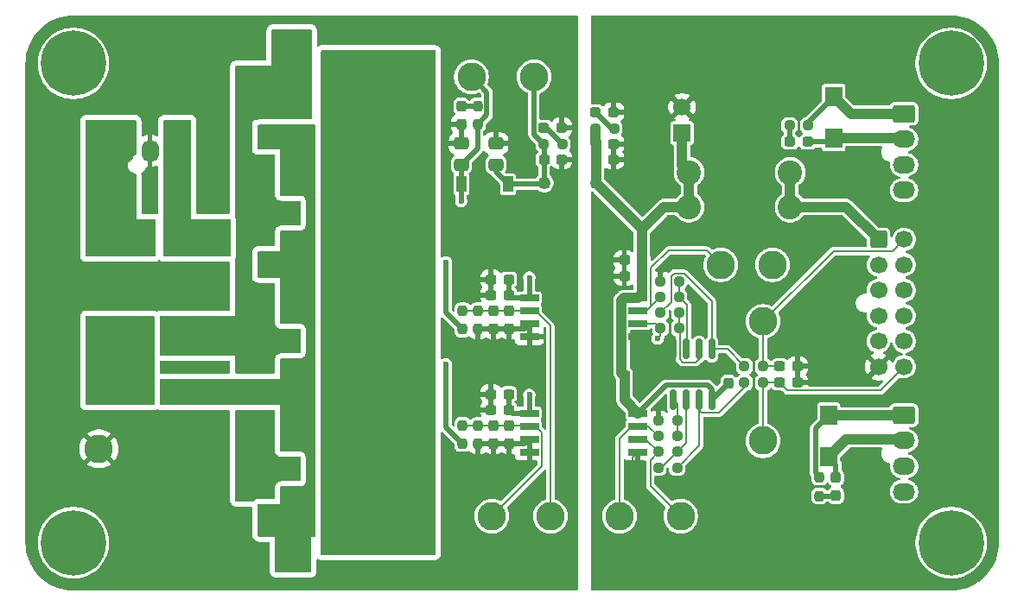
<source format=gbr>
%TF.GenerationSoftware,KiCad,Pcbnew,9.0.7*%
%TF.CreationDate,2026-01-13T18:02:55-06:00*%
%TF.ProjectId,ActivePrecharge RevB,41637469-7665-4507-9265-636861726765,rev?*%
%TF.SameCoordinates,Original*%
%TF.FileFunction,Copper,L1,Top*%
%TF.FilePolarity,Positive*%
%FSLAX46Y46*%
G04 Gerber Fmt 4.6, Leading zero omitted, Abs format (unit mm)*
G04 Created by KiCad (PCBNEW 9.0.7) date 2026-01-13 18:02:55*
%MOMM*%
%LPD*%
G01*
G04 APERTURE LIST*
G04 Aperture macros list*
%AMRoundRect*
0 Rectangle with rounded corners*
0 $1 Rounding radius*
0 $2 $3 $4 $5 $6 $7 $8 $9 X,Y pos of 4 corners*
0 Add a 4 corners polygon primitive as box body*
4,1,4,$2,$3,$4,$5,$6,$7,$8,$9,$2,$3,0*
0 Add four circle primitives for the rounded corners*
1,1,$1+$1,$2,$3*
1,1,$1+$1,$4,$5*
1,1,$1+$1,$6,$7*
1,1,$1+$1,$8,$9*
0 Add four rect primitives between the rounded corners*
20,1,$1+$1,$2,$3,$4,$5,0*
20,1,$1+$1,$4,$5,$6,$7,0*
20,1,$1+$1,$6,$7,$8,$9,0*
20,1,$1+$1,$8,$9,$2,$3,0*%
%AMFreePoly0*
4,1,21,5.263536,5.503536,5.265000,5.500000,5.265000,-5.500000,5.263536,-5.503536,5.260000,-5.505000,1.240000,-5.505000,1.236464,-5.503536,1.235000,-5.500000,1.235000,-4.005000,-5.260000,-4.005000,-5.263536,-4.003536,-5.265000,-4.000000,-5.265000,4.000000,-5.263536,4.003536,-5.260000,4.005000,1.235000,4.005000,1.235000,5.500000,1.236464,5.503536,1.240000,5.505000,5.260000,5.505000,
5.263536,5.503536,5.263536,5.503536,$1*%
%AMFreePoly1*
4,1,22,0.945671,0.830970,1.026777,0.776777,1.080970,0.695671,1.100000,0.600000,1.100000,-0.600000,1.080970,-0.695671,1.026777,-0.776777,0.945671,-0.830970,0.850000,-0.850000,-0.596447,-0.850000,-0.692118,-0.830970,-0.773224,-0.776777,-1.026777,-0.523224,-1.080970,-0.442118,-1.100000,-0.346447,-1.100000,0.600000,-1.080970,0.695671,-1.026777,0.776777,-0.945671,0.830970,-0.850000,0.850000,
0.850000,0.850000,0.945671,0.830970,0.945671,0.830970,$1*%
G04 Aperture macros list end*
%TA.AperFunction,ComponentPad*%
%ADD10C,2.800000*%
%TD*%
%TA.AperFunction,SMDPad,CuDef*%
%ADD11RoundRect,0.237500X-0.237500X0.300000X-0.237500X-0.300000X0.237500X-0.300000X0.237500X0.300000X0*%
%TD*%
%TA.AperFunction,ComponentPad*%
%ADD12C,3.600000*%
%TD*%
%TA.AperFunction,ConnectorPad*%
%ADD13C,6.400000*%
%TD*%
%TA.AperFunction,SMDPad,CuDef*%
%ADD14R,4.230000X2.400000*%
%TD*%
%TA.AperFunction,SMDPad,CuDef*%
%ADD15FreePoly0,0.000000*%
%TD*%
%TA.AperFunction,SMDPad,CuDef*%
%ADD16RoundRect,0.237500X0.250000X0.237500X-0.250000X0.237500X-0.250000X-0.237500X0.250000X-0.237500X0*%
%TD*%
%TA.AperFunction,SMDPad,CuDef*%
%ADD17RoundRect,0.237500X0.287500X0.237500X-0.287500X0.237500X-0.287500X-0.237500X0.287500X-0.237500X0*%
%TD*%
%TA.AperFunction,SMDPad,CuDef*%
%ADD18RoundRect,0.237500X-0.237500X0.287500X-0.237500X-0.287500X0.237500X-0.287500X0.237500X0.287500X0*%
%TD*%
%TA.AperFunction,ComponentPad*%
%ADD19C,2.400000*%
%TD*%
%TA.AperFunction,ComponentPad*%
%ADD20R,1.700000X1.700000*%
%TD*%
%TA.AperFunction,SMDPad,CuDef*%
%ADD21RoundRect,0.237500X-0.237500X0.250000X-0.237500X-0.250000X0.237500X-0.250000X0.237500X0.250000X0*%
%TD*%
%TA.AperFunction,SMDPad,CuDef*%
%ADD22RoundRect,0.250000X-0.475000X0.337500X-0.475000X-0.337500X0.475000X-0.337500X0.475000X0.337500X0*%
%TD*%
%TA.AperFunction,ComponentPad*%
%ADD23RoundRect,0.250000X-0.850000X-0.600000X0.850000X-0.600000X0.850000X0.600000X-0.850000X0.600000X0*%
%TD*%
%TA.AperFunction,ComponentPad*%
%ADD24O,2.200000X1.700000*%
%TD*%
%TA.AperFunction,SMDPad,CuDef*%
%ADD25RoundRect,0.150000X-0.150000X0.825000X-0.150000X-0.825000X0.150000X-0.825000X0.150000X0.825000X0*%
%TD*%
%TA.AperFunction,SMDPad,CuDef*%
%ADD26RoundRect,0.237500X-0.250000X-0.237500X0.250000X-0.237500X0.250000X0.237500X-0.250000X0.237500X0*%
%TD*%
%TA.AperFunction,ComponentPad*%
%ADD27C,1.700000*%
%TD*%
%TA.AperFunction,SMDPad,CuDef*%
%ADD28RoundRect,0.237500X0.237500X-0.250000X0.237500X0.250000X-0.237500X0.250000X-0.237500X-0.250000X0*%
%TD*%
%TA.AperFunction,SMDPad,CuDef*%
%ADD29RoundRect,0.237500X0.300000X0.237500X-0.300000X0.237500X-0.300000X-0.237500X0.300000X-0.237500X0*%
%TD*%
%TA.AperFunction,SMDPad,CuDef*%
%ADD30R,0.850000X1.200000*%
%TD*%
%TA.AperFunction,SMDPad,CuDef*%
%ADD31RoundRect,0.237500X-0.300000X-0.237500X0.300000X-0.237500X0.300000X0.237500X-0.300000X0.237500X0*%
%TD*%
%TA.AperFunction,SMDPad,CuDef*%
%ADD32R,1.850000X0.650000*%
%TD*%
%TA.AperFunction,SMDPad,CuDef*%
%ADD33R,0.990600X1.498600*%
%TD*%
%TA.AperFunction,SMDPad,CuDef*%
%ADD34R,3.276600X1.498600*%
%TD*%
%TA.AperFunction,ComponentPad*%
%ADD35RoundRect,0.250000X-0.600000X-0.600000X0.600000X-0.600000X0.600000X0.600000X-0.600000X0.600000X0*%
%TD*%
%TA.AperFunction,SMDPad,CuDef*%
%ADD36RoundRect,0.237500X0.237500X-0.287500X0.237500X0.287500X-0.237500X0.287500X-0.237500X-0.287500X0*%
%TD*%
%TA.AperFunction,SMDPad,CuDef*%
%ADD37R,1.670000X1.970000*%
%TD*%
%TA.AperFunction,ComponentPad*%
%ADD38FreePoly1,90.000000*%
%TD*%
%TA.AperFunction,ComponentPad*%
%ADD39O,1.700000X2.200000*%
%TD*%
%TA.AperFunction,SMDPad,CuDef*%
%ADD40RoundRect,0.250000X0.475000X-0.337500X0.475000X0.337500X-0.475000X0.337500X-0.475000X-0.337500X0*%
%TD*%
%TA.AperFunction,ComponentPad*%
%ADD41R,1.250000X1.250000*%
%TD*%
%TA.AperFunction,ComponentPad*%
%ADD42C,1.250000*%
%TD*%
%TA.AperFunction,SMDPad,CuDef*%
%ADD43RoundRect,0.237500X0.237500X-0.300000X0.237500X0.300000X-0.237500X0.300000X-0.237500X-0.300000X0*%
%TD*%
%TA.AperFunction,ViaPad*%
%ADD44C,0.600000*%
%TD*%
%TA.AperFunction,Conductor*%
%ADD45C,0.500000*%
%TD*%
%TA.AperFunction,Conductor*%
%ADD46C,0.200000*%
%TD*%
%TA.AperFunction,Conductor*%
%ADD47C,1.000000*%
%TD*%
G04 APERTURE END LIST*
D10*
%TO.P,TP6,1,1*%
%TO.N,/Vin1*%
X161750000Y-120900000D03*
%TD*%
D11*
%TO.P,C9,1*%
%TO.N,/Vin1*%
X156178333Y-100790000D03*
%TO.P,C9,2*%
%TO.N,HVGND*%
X156178333Y-102515000D03*
%TD*%
D12*
%TO.P,H2,1,1*%
%TO.N,unconnected-(H2-Pad1)*%
X201000000Y-76500000D03*
D13*
%TO.N,unconnected-(H2-Pad1)_2*%
X201000000Y-76500000D03*
%TD*%
D14*
%TO.P,R1,1*%
%TO.N,HV-*%
X135125000Y-78626398D03*
%TO.P,R1,2*%
%TO.N,HV+*%
X135125000Y-83706398D03*
D15*
%TO.P,R1,3*%
%TO.N,/HEAT_DISSIPATION*%
X144750000Y-81166398D03*
%TD*%
D16*
%TO.P,R14,1*%
%TO.N,/VOut2*%
X182572500Y-107800000D03*
%TO.P,R14,2*%
%TO.N,Net-(R12-Pad2)*%
X180747500Y-107800000D03*
%TD*%
%TO.P,R13,1*%
%TO.N,/VOut1*%
X182572500Y-106200000D03*
%TO.P,R13,2*%
%TO.N,Net-(R11-Pad1)*%
X180747500Y-106200000D03*
%TD*%
D12*
%TO.P,H1,1,1*%
%TO.N,unconnected-(H1-Pad1)*%
X115000000Y-76500000D03*
D13*
%TO.N,unconnected-(H1-Pad1)_1*%
X115000000Y-76500000D03*
%TD*%
D17*
%TO.P,D5,1,K*%
%TO.N,/Pre-*%
X186952500Y-84190000D03*
%TO.P,D5,2,A*%
%TO.N,Net-(D5-A)*%
X185202500Y-84190000D03*
%TD*%
D18*
%TO.P,D7,1,K*%
%TO.N,/Main-*%
X189720000Y-117132500D03*
%TO.P,D7,2,A*%
%TO.N,Net-(D7-A)*%
X189720000Y-118882500D03*
%TD*%
D10*
%TO.P,TP1,1,1*%
%TO.N,HVGND*%
X117500000Y-114300000D03*
%TD*%
D19*
%TO.P,F3,1*%
%TO.N,3V3*%
X175310000Y-87190000D03*
X175310000Y-90590000D03*
%TO.P,F3,2*%
%TO.N,/3V3_PreFuse*%
X185230000Y-87190000D03*
X185230000Y-90590000D03*
%TD*%
D14*
%TO.P,R3,1*%
%TO.N,HV-*%
X135125000Y-103726398D03*
%TO.P,R3,2*%
%TO.N,HV+*%
X135125000Y-108806398D03*
D15*
%TO.P,R3,3*%
%TO.N,/HEAT_DISSIPATION*%
X144750000Y-106266398D03*
%TD*%
D16*
%TO.P,R7,1*%
%TO.N,Net-(U1B-+)*%
X174150000Y-113060000D03*
%TO.P,R7,2*%
%TO.N,/V2+*%
X172325000Y-113060000D03*
%TD*%
D20*
%TO.P,J5,1,Pin_1*%
%TO.N,HV+*%
X136550000Y-124600000D03*
%TD*%
D10*
%TO.P,TP3,1,1*%
%TO.N,/VOut2*%
X182572500Y-113500000D03*
%TD*%
D14*
%TO.P,R2,1*%
%TO.N,HV-*%
X135125000Y-91176398D03*
%TO.P,R2,2*%
%TO.N,HV+*%
X135125000Y-96256398D03*
D15*
%TO.P,R2,3*%
%TO.N,/HEAT_DISSIPATION*%
X144750000Y-93716398D03*
%TD*%
D21*
%TO.P,R22,1*%
%TO.N,/Vin2*%
X153130000Y-111987500D03*
%TO.P,R22,2*%
%TO.N,HV-*%
X153130000Y-113812500D03*
%TD*%
D22*
%TO.P,C4,1*%
%TO.N,HVGND*%
X153010000Y-84362500D03*
%TO.P,C4,2*%
%TO.N,REG_3V3*%
X153010000Y-86437500D03*
%TD*%
D23*
%TO.P,J3,1,Con+(24V)*%
%TO.N,/Main+*%
X196380000Y-111000000D03*
D24*
%TO.P,J3,2,Con-*%
%TO.N,/Main-*%
X196380000Y-113500000D03*
%TO.P,J3,3,Sense-*%
%TO.N,/MainSense-*%
X196380000Y-116000000D03*
%TO.P,J3,4,Sense+(24V)*%
%TO.N,/MainSense+*%
X196380000Y-118500000D03*
%TD*%
D25*
%TO.P,U1,1*%
%TO.N,Net-(R11-Pad1)*%
X177570000Y-104525000D03*
%TO.P,U1,2,-*%
%TO.N,Net-(U1A--)*%
X176300000Y-104525000D03*
%TO.P,U1,3,+*%
%TO.N,Net-(U1A-+)*%
X175030000Y-104525000D03*
%TO.P,U1,4,V-*%
%TO.N,LVGND*%
X173760000Y-104525000D03*
%TO.P,U1,5,+*%
%TO.N,Net-(U1B-+)*%
X173760000Y-109475000D03*
%TO.P,U1,6,-*%
%TO.N,Net-(U1B--)*%
X175030000Y-109475000D03*
%TO.P,U1,7*%
%TO.N,Net-(R12-Pad2)*%
X176300000Y-109475000D03*
%TO.P,U1,8,V+*%
%TO.N,3V3*%
X177570000Y-109475000D03*
%TD*%
D16*
%TO.P,R5,1*%
%TO.N,Net-(U1A-+)*%
X174350000Y-99416667D03*
%TO.P,R5,2*%
%TO.N,/V1+*%
X172525000Y-99416667D03*
%TD*%
D26*
%TO.P,R17,1*%
%TO.N,ISO_5V*%
X161067500Y-84400000D03*
%TO.P,R17,2*%
%TO.N,Net-(D6-A)*%
X162892500Y-84400000D03*
%TD*%
D20*
%TO.P,J7,1,Pin_1*%
%TO.N,3V3*%
X174645000Y-83325000D03*
D27*
%TO.P,J7,2,Pin_2*%
%TO.N,LVGND*%
X174645000Y-80785000D03*
%TD*%
D26*
%TO.P,R8,1*%
%TO.N,LVGND*%
X172325000Y-111520000D03*
%TO.P,R8,2*%
%TO.N,Net-(U1B-+)*%
X174150000Y-111520000D03*
%TD*%
D23*
%TO.P,J2,1,Con+(24V)*%
%TO.N,/Pre+*%
X196380000Y-81440000D03*
D24*
%TO.P,J2,2,Con-*%
%TO.N,/Pre-*%
X196380000Y-83940000D03*
%TO.P,J2,3,Sense-*%
%TO.N,/PreSense-*%
X196380000Y-86440000D03*
%TO.P,J2,4,Sense+(24V)*%
%TO.N,/PreSense+*%
X196380000Y-88940000D03*
%TD*%
D28*
%TO.P,R21,1*%
%TO.N,HVGND*%
X154656667Y-102565000D03*
%TO.P,R21,2*%
%TO.N,/Vin1*%
X154656667Y-100740000D03*
%TD*%
D21*
%TO.P,R20,1*%
%TO.N,/Vin1*%
X153135000Y-100740000D03*
%TO.P,R20,2*%
%TO.N,HV+*%
X153135000Y-102565000D03*
%TD*%
D10*
%TO.P,TP4,1,1*%
%TO.N,REG_3V3*%
X154000000Y-77800000D03*
%TD*%
D29*
%TO.P,C16,1*%
%TO.N,REG_3V3*%
X157640000Y-110460000D03*
%TO.P,C16,2*%
%TO.N,HVGND*%
X155915000Y-110460000D03*
%TD*%
%TO.P,C8,1*%
%TO.N,HVGND*%
X162842500Y-85920000D03*
%TO.P,C8,2*%
%TO.N,ISO_5V*%
X161117500Y-85920000D03*
%TD*%
D30*
%TO.P,D1,1,K*%
%TO.N,HV+*%
X124900000Y-108800000D03*
%TO.P,D1,2,A*%
%TO.N,/HV+_Fused*%
X121850000Y-108800000D03*
%TD*%
D26*
%TO.P,R11,1*%
%TO.N,Net-(R11-Pad1)*%
X172525000Y-100950000D03*
%TO.P,R11,2*%
%TO.N,Net-(U1A--)*%
X174350000Y-100950000D03*
%TD*%
D31*
%TO.P,C19,1*%
%TO.N,3V3*%
X168985000Y-107110000D03*
%TO.P,C19,2*%
%TO.N,LVGND*%
X170710000Y-107110000D03*
%TD*%
%TO.P,C3,1*%
%TO.N,/VOut2*%
X184197500Y-107800000D03*
%TO.P,C3,2*%
%TO.N,LVGND*%
X185922500Y-107800000D03*
%TD*%
D17*
%TO.P,D6,1,K*%
%TO.N,HVGND*%
X162855000Y-82790000D03*
%TO.P,D6,2,A*%
%TO.N,Net-(D6-A)*%
X161105000Y-82790000D03*
%TD*%
D32*
%TO.P,IC1,1,VDD1*%
%TO.N,REG_3V3*%
X159675000Y-99490000D03*
%TO.P,IC1,2,INP*%
%TO.N,/Vin1*%
X159675000Y-100760000D03*
%TO.P,IC1,3,INN*%
%TO.N,HVGND*%
X159675000Y-102030000D03*
%TO.P,IC1,4,GND1*%
X159675000Y-103300000D03*
%TO.P,IC1,5,GND2*%
%TO.N,LVGND*%
X170325000Y-103300000D03*
%TO.P,IC1,6,OUTN*%
%TO.N,/V1-*%
X170325000Y-102030000D03*
%TO.P,IC1,7,OUTP*%
%TO.N,/V1+*%
X170325000Y-100760000D03*
%TO.P,IC1,8,VDD2*%
%TO.N,3V3*%
X170325000Y-99490000D03*
%TD*%
D10*
%TO.P,TP8,1,1*%
%TO.N,/V1-*%
X183500000Y-96250000D03*
%TD*%
D19*
%TO.P,F2,1*%
%TO.N,/HV-_PreFuse*%
X128700000Y-93580000D03*
X125300000Y-93580000D03*
%TO.P,F2,2*%
%TO.N,HV-*%
X128700000Y-103500000D03*
X125300000Y-103500000D03*
%TD*%
D33*
%TO.P,U2,1,IN*%
%TO.N,ISO_5V*%
X157586000Y-88350400D03*
%TO.P,U2,2,GND*%
%TO.N,HVGND*%
X155300000Y-88350400D03*
%TO.P,U2,3,OUT*%
%TO.N,REG_3V3*%
X153014000Y-88350400D03*
D34*
%TO.P,U2,4,TAB*%
%TO.N,HVGND*%
X155300000Y-94649600D03*
%TD*%
D12*
%TO.P,H3,1,1*%
%TO.N,unconnected-(H3-Pad1)_2*%
X115000000Y-123500000D03*
D13*
%TO.N,unconnected-(H3-Pad1)_1*%
X115000000Y-123500000D03*
%TD*%
D35*
%TO.P,J4,1,Pin_1*%
%TO.N,/3V3_PreFuse*%
X193890000Y-93750000D03*
D27*
%TO.P,J4,2,Pin_2*%
%TO.N,/PreSense+*%
X193890000Y-96250000D03*
%TO.P,J4,3,Pin_3*%
%TO.N,/Pre+*%
X193890000Y-98750000D03*
%TO.P,J4,4,Pin_4*%
%TO.N,/MainSense+*%
X193890000Y-101250000D03*
%TO.P,J4,5,Pin_5*%
%TO.N,/Main+*%
X193890000Y-103750000D03*
%TO.P,J4,6,Pin_6*%
%TO.N,LVGND*%
X193890000Y-106250000D03*
%TO.P,J4,7,Pin_7*%
%TO.N,/VOut1*%
X196390000Y-93750000D03*
%TO.P,J4,8,Pin_8*%
%TO.N,/PreSense-*%
X196390000Y-96250000D03*
%TO.P,J4,9,Pin_9*%
%TO.N,/Pre-*%
X196390000Y-98750000D03*
%TO.P,J4,10,Pin_10*%
%TO.N,/MainSense-*%
X196390000Y-101250000D03*
%TO.P,J4,11,Pin_11*%
%TO.N,/Main-*%
X196390000Y-103750000D03*
%TO.P,J4,12,Pin_12*%
%TO.N,/VOut2*%
X196390000Y-106250000D03*
%TD*%
D26*
%TO.P,R19,1*%
%TO.N,3V3*%
X166150000Y-82860000D03*
%TO.P,R19,2*%
%TO.N,Net-(D8-A)*%
X167975000Y-82860000D03*
%TD*%
D20*
%TO.P,J6,1,Pin_1*%
%TO.N,HV-*%
X136550000Y-74900000D03*
%TD*%
D19*
%TO.P,F1,1*%
%TO.N,/HV+_PreFuse*%
X121250000Y-93575000D03*
X117850000Y-93575000D03*
%TO.P,F1,2*%
%TO.N,/HV+_Fused*%
X121250000Y-103495000D03*
X117850000Y-103495000D03*
%TD*%
D10*
%TO.P,TP2,1,1*%
%TO.N,/VOut1*%
X182572500Y-101800000D03*
%TD*%
D12*
%TO.P,H4,1,1*%
%TO.N,unconnected-(H4-Pad1)_2*%
X201000000Y-123500000D03*
D13*
%TO.N,unconnected-(H4-Pad1)*%
X201000000Y-123500000D03*
%TD*%
D36*
%TO.P,D4,1,K*%
%TO.N,HVGND*%
X153010000Y-82452500D03*
%TO.P,D4,2,A*%
%TO.N,Net-(D4-A)*%
X153010000Y-80702500D03*
%TD*%
D11*
%TO.P,C11,1*%
%TO.N,/Vin1*%
X157700000Y-100790000D03*
%TO.P,C11,2*%
%TO.N,HVGND*%
X157700000Y-102515000D03*
%TD*%
D37*
%TO.P,D3,1,K*%
%TO.N,/Main+*%
X189000000Y-111025000D03*
%TO.P,D3,2,A*%
%TO.N,/Main-*%
X189000000Y-115075000D03*
%TD*%
D16*
%TO.P,R16,1*%
%TO.N,/Pre+*%
X186980000Y-82590000D03*
%TO.P,R16,2*%
%TO.N,Net-(D5-A)*%
X185155000Y-82590000D03*
%TD*%
D32*
%TO.P,IC2,1,VDD1*%
%TO.N,REG_3V3*%
X159675000Y-110795000D03*
%TO.P,IC2,2,INP*%
%TO.N,/Vin2*%
X159675000Y-112065000D03*
%TO.P,IC2,3,INN*%
%TO.N,HVGND*%
X159675000Y-113335000D03*
%TO.P,IC2,4,GND1*%
X159675000Y-114605000D03*
%TO.P,IC2,5,GND2*%
%TO.N,LVGND*%
X170325000Y-114605000D03*
%TO.P,IC2,6,OUTN*%
%TO.N,/V2-*%
X170325000Y-113335000D03*
%TO.P,IC2,7,OUTP*%
%TO.N,/V2+*%
X170325000Y-112065000D03*
%TO.P,IC2,8,VDD2*%
%TO.N,3V3*%
X170325000Y-110795000D03*
%TD*%
D21*
%TO.P,R18,1*%
%TO.N,/Main+*%
X188110000Y-117100000D03*
%TO.P,R18,2*%
%TO.N,Net-(D7-A)*%
X188110000Y-118925000D03*
%TD*%
D17*
%TO.P,D8,1,K*%
%TO.N,LVGND*%
X167937500Y-81280000D03*
%TO.P,D8,2,A*%
%TO.N,Net-(D8-A)*%
X166187500Y-81280000D03*
%TD*%
D31*
%TO.P,C20,1*%
%TO.N,3V3*%
X168985000Y-108660000D03*
%TO.P,C20,2*%
%TO.N,LVGND*%
X170710000Y-108660000D03*
%TD*%
D11*
%TO.P,C17,1*%
%TO.N,/Vin2*%
X157700000Y-112050000D03*
%TO.P,C17,2*%
%TO.N,HVGND*%
X157700000Y-113775000D03*
%TD*%
D26*
%TO.P,R6,1*%
%TO.N,LVGND*%
X172525000Y-97880000D03*
%TO.P,R6,2*%
%TO.N,Net-(U1A-+)*%
X174350000Y-97880000D03*
%TD*%
%TO.P,R12,1*%
%TO.N,Net-(U1B--)*%
X172325000Y-116140000D03*
%TO.P,R12,2*%
%TO.N,Net-(R12-Pad2)*%
X174150000Y-116140000D03*
%TD*%
D38*
%TO.P,J1,1,Pin_1*%
%TO.N,/HV+_PreFuse*%
X120000000Y-85068602D03*
D39*
%TO.P,J1,2,Pin_2*%
%TO.N,HVGND*%
X122500000Y-85068602D03*
%TO.P,J1,3,Pin_3*%
%TO.N,/HV-_PreFuse*%
X125000000Y-85068602D03*
%TD*%
D28*
%TO.P,R23,1*%
%TO.N,HVGND*%
X154653333Y-113825000D03*
%TO.P,R23,2*%
%TO.N,/Vin2*%
X154653333Y-112000000D03*
%TD*%
D16*
%TO.P,R9,1*%
%TO.N,Net-(U1A--)*%
X174350000Y-102490000D03*
%TO.P,R9,2*%
%TO.N,/V1-*%
X172525000Y-102490000D03*
%TD*%
D40*
%TO.P,C1,1*%
%TO.N,ISO_5V*%
X156400000Y-86437500D03*
%TO.P,C1,2*%
%TO.N,HVGND*%
X156400000Y-84362500D03*
%TD*%
D31*
%TO.P,C6,1*%
%TO.N,3V3*%
X166200000Y-85920000D03*
%TO.P,C6,2*%
%TO.N,LVGND*%
X167925000Y-85920000D03*
%TD*%
D11*
%TO.P,C15,1*%
%TO.N,/Vin2*%
X156176667Y-112047500D03*
%TO.P,C15,2*%
%TO.N,HVGND*%
X156176667Y-113772500D03*
%TD*%
D14*
%TO.P,R4,1*%
%TO.N,HV-*%
X135125000Y-116276398D03*
%TO.P,R4,2*%
%TO.N,HV+*%
X135125000Y-121356398D03*
D15*
%TO.P,R4,3*%
%TO.N,/HEAT_DISSIPATION*%
X144750000Y-118816398D03*
%TD*%
D29*
%TO.P,C12,1*%
%TO.N,REG_3V3*%
X157642500Y-99210000D03*
%TO.P,C12,2*%
%TO.N,HVGND*%
X155917500Y-99210000D03*
%TD*%
%TO.P,C13,1*%
%TO.N,3V3*%
X170710000Y-97350000D03*
%TO.P,C13,2*%
%TO.N,LVGND*%
X168985000Y-97350000D03*
%TD*%
%TO.P,C10,1*%
%TO.N,REG_3V3*%
X157642500Y-97690000D03*
%TO.P,C10,2*%
%TO.N,HVGND*%
X155917500Y-97690000D03*
%TD*%
%TO.P,C14,1*%
%TO.N,3V3*%
X170710000Y-95800000D03*
%TO.P,C14,2*%
%TO.N,LVGND*%
X168985000Y-95800000D03*
%TD*%
D28*
%TO.P,R15,1*%
%TO.N,REG_3V3*%
X154590000Y-82490000D03*
%TO.P,R15,2*%
%TO.N,Net-(D4-A)*%
X154590000Y-80665000D03*
%TD*%
D10*
%TO.P,TP10,1,1*%
%TO.N,/V2+*%
X168500000Y-120900000D03*
%TD*%
D26*
%TO.P,R10,1*%
%TO.N,/V2-*%
X172325000Y-114600000D03*
%TO.P,R10,2*%
%TO.N,Net-(U1B--)*%
X174150000Y-114600000D03*
%TD*%
D31*
%TO.P,C2,1*%
%TO.N,/VOut1*%
X184197500Y-106200000D03*
%TO.P,C2,2*%
%TO.N,LVGND*%
X185922500Y-106200000D03*
%TD*%
%TO.P,C7,1*%
%TO.N,3V3*%
X166200000Y-84390000D03*
%TO.P,C7,2*%
%TO.N,LVGND*%
X167925000Y-84390000D03*
%TD*%
D10*
%TO.P,TP9,1,1*%
%TO.N,/Vin2*%
X156000000Y-120900000D03*
%TD*%
D41*
%TO.P,PS1,1,-VIN*%
%TO.N,LVGND*%
X168740000Y-88225000D03*
D42*
%TO.P,PS1,2,+VIN*%
%TO.N,3V3*%
X166200000Y-88225000D03*
%TO.P,PS1,3,-VOUT*%
%TO.N,HVGND*%
X163660000Y-88225000D03*
%TO.P,PS1,4,+VOUT*%
%TO.N,ISO_5V*%
X161120000Y-88225000D03*
%TD*%
D10*
%TO.P,TP7,1,1*%
%TO.N,/V1+*%
X178440000Y-96250000D03*
%TD*%
D43*
%TO.P,C5,1*%
%TO.N,3V3*%
X179190000Y-107862500D03*
%TO.P,C5,2*%
%TO.N,LVGND*%
X179190000Y-106137500D03*
%TD*%
D10*
%TO.P,TP5,1,1*%
%TO.N,ISO_5V*%
X160150000Y-77800000D03*
%TD*%
D29*
%TO.P,C18,1*%
%TO.N,REG_3V3*%
X157640000Y-108940000D03*
%TO.P,C18,2*%
%TO.N,HVGND*%
X155915000Y-108940000D03*
%TD*%
D10*
%TO.P,TP11,1,1*%
%TO.N,/V2-*%
X174500000Y-120900000D03*
%TD*%
D37*
%TO.P,D2,1,K*%
%TO.N,/Pre+*%
X189500000Y-79775000D03*
%TO.P,D2,2,A*%
%TO.N,/Pre-*%
X189500000Y-83825000D03*
%TD*%
D44*
%TO.N,HVGND*%
X111000000Y-97250000D03*
X123500000Y-127250000D03*
X111000000Y-94750000D03*
X129000000Y-106000000D03*
X153500000Y-116000000D03*
X136000000Y-127250000D03*
X133500000Y-72250000D03*
X159000000Y-85000000D03*
X159000000Y-93750000D03*
X126500000Y-106000000D03*
X146000000Y-127250000D03*
X157250000Y-116000000D03*
X128500000Y-72250000D03*
X118500000Y-72250000D03*
X146000000Y-72250000D03*
X163500000Y-127250000D03*
X164000000Y-81250000D03*
X162750000Y-81250000D03*
X143500000Y-72250000D03*
X111000000Y-107250000D03*
X126000000Y-72250000D03*
X136000000Y-72250000D03*
X153000000Y-93750000D03*
X156000000Y-72250000D03*
X121000000Y-127250000D03*
X143500000Y-127250000D03*
X159000000Y-92500000D03*
X156000000Y-127250000D03*
X161000000Y-127250000D03*
X111000000Y-114750000D03*
X163500000Y-98500000D03*
X159000000Y-83750000D03*
X141000000Y-72250000D03*
X124000000Y-106000000D03*
X131000000Y-72250000D03*
X128500000Y-127250000D03*
X151500000Y-80000000D03*
X162750000Y-80000000D03*
X159000000Y-82500000D03*
X163500000Y-93500000D03*
X163500000Y-96000000D03*
X163500000Y-116000000D03*
X111000000Y-92250000D03*
X122250000Y-88500000D03*
X157750000Y-82500000D03*
X153000000Y-96250000D03*
X151000000Y-72250000D03*
X157250000Y-106000000D03*
X156000000Y-116000000D03*
X111000000Y-82250000D03*
X158500000Y-127250000D03*
X123500000Y-72250000D03*
X153500000Y-108500000D03*
X151500000Y-90000000D03*
X163500000Y-108500000D03*
X163500000Y-118500000D03*
X158500000Y-72250000D03*
X138500000Y-127250000D03*
X141000000Y-127250000D03*
X163500000Y-113500000D03*
X159000000Y-90000000D03*
X151500000Y-87500000D03*
X161500000Y-90000000D03*
X111000000Y-102250000D03*
X164000000Y-80000000D03*
X153000000Y-95000000D03*
X156500000Y-90000000D03*
X122250000Y-89750000D03*
X148500000Y-72250000D03*
X158500000Y-106000000D03*
X159000000Y-86250000D03*
X121000000Y-72250000D03*
X151000000Y-127250000D03*
X111000000Y-84750000D03*
X151500000Y-85000000D03*
X156000000Y-106000000D03*
X126000000Y-127250000D03*
X163500000Y-106000000D03*
X158500000Y-116000000D03*
X153500000Y-72250000D03*
X138500000Y-72250000D03*
X111000000Y-117250000D03*
X161000000Y-72250000D03*
X153000000Y-92500000D03*
X153500000Y-106000000D03*
X154750000Y-106000000D03*
X133500000Y-127250000D03*
X111000000Y-99750000D03*
X163500000Y-103500000D03*
X111000000Y-87250000D03*
X111000000Y-104750000D03*
X163500000Y-91000000D03*
X111000000Y-79750000D03*
X163500000Y-72250000D03*
X111000000Y-89750000D03*
X163500000Y-111000000D03*
X111000000Y-112250000D03*
X151500000Y-82500000D03*
X111000000Y-109750000D03*
X131000000Y-127250000D03*
X163500000Y-101000000D03*
X153500000Y-127250000D03*
X118500000Y-127250000D03*
X148500000Y-127250000D03*
X154750000Y-116000000D03*
X111000000Y-119750000D03*
X156500000Y-82500000D03*
%TO.N,REG_3V3*%
X153000000Y-90000000D03*
X159675000Y-109000000D03*
X159675000Y-97500000D03*
%TO.N,LVGND*%
X181000000Y-127250000D03*
X170250000Y-85000000D03*
X188500000Y-104500000D03*
X188500000Y-109500000D03*
X183500000Y-127250000D03*
X189750000Y-109500000D03*
X168500000Y-127250000D03*
X183500000Y-72250000D03*
X196000000Y-72250000D03*
X203500000Y-94750000D03*
X167250000Y-106000000D03*
X173500000Y-72250000D03*
X187250000Y-109500000D03*
X171000000Y-127250000D03*
X189750000Y-105750000D03*
X167250000Y-103500000D03*
X203500000Y-84750000D03*
X203500000Y-89750000D03*
X189750000Y-104500000D03*
X173500000Y-96000000D03*
X188500000Y-105750000D03*
X171500000Y-82500000D03*
X203500000Y-117250000D03*
X203500000Y-114750000D03*
X198500000Y-127250000D03*
X176000000Y-96000000D03*
X198500000Y-72250000D03*
X167250000Y-118500000D03*
X189750000Y-95750000D03*
X167250000Y-116000000D03*
X188500000Y-127250000D03*
X176000000Y-127250000D03*
X203500000Y-82250000D03*
X187250000Y-93250000D03*
X172250000Y-104750000D03*
X171000000Y-104750000D03*
X170250000Y-81250000D03*
X188500000Y-107000000D03*
X171500000Y-81250000D03*
X172250000Y-106000000D03*
X172250000Y-110250000D03*
X193500000Y-127250000D03*
X173500000Y-127250000D03*
X167250000Y-101000000D03*
X192250000Y-115750000D03*
X203500000Y-107250000D03*
X188500000Y-72250000D03*
X203500000Y-102250000D03*
X171000000Y-72250000D03*
X167250000Y-111000000D03*
X170250000Y-82500000D03*
X173500000Y-93500000D03*
X188500000Y-97000000D03*
X171500000Y-86250000D03*
X193500000Y-72250000D03*
X167250000Y-93500000D03*
X170250000Y-83750000D03*
X166000000Y-127250000D03*
X168500000Y-72250000D03*
X171500000Y-85000000D03*
X178500000Y-127250000D03*
X203500000Y-119750000D03*
X196000000Y-127250000D03*
X176250000Y-101000000D03*
X188500000Y-93250000D03*
X189750000Y-97000000D03*
X189750000Y-107000000D03*
X203500000Y-97250000D03*
X174750000Y-96000000D03*
X170250000Y-86250000D03*
X203500000Y-92250000D03*
X169750000Y-118500000D03*
X186000000Y-72250000D03*
X181000000Y-72250000D03*
X203500000Y-112250000D03*
X203500000Y-109750000D03*
X167250000Y-98500000D03*
X174750000Y-93500000D03*
X171000000Y-106000000D03*
X176000000Y-72250000D03*
X187250000Y-94500000D03*
X167250000Y-96000000D03*
X189750000Y-93250000D03*
X203500000Y-99750000D03*
X169750000Y-116000000D03*
X178500000Y-72250000D03*
X191000000Y-72250000D03*
X203500000Y-104750000D03*
X186000000Y-127250000D03*
X171500000Y-83750000D03*
X172250000Y-93500000D03*
X169750000Y-117250000D03*
X201000000Y-72250000D03*
X192250000Y-109500000D03*
X167250000Y-113500000D03*
X176000000Y-93500000D03*
X167250000Y-108500000D03*
X203500000Y-87250000D03*
X191000000Y-127250000D03*
%TO.N,HV+*%
X137000000Y-98500000D03*
X151500000Y-96000000D03*
%TO.N,HV-*%
X134000000Y-86000000D03*
X131500000Y-91000000D03*
X131500000Y-116000000D03*
X131500000Y-106000000D03*
X134000000Y-113500000D03*
X131500000Y-103500000D03*
X134000000Y-98500000D03*
X131500000Y-96000000D03*
X131500000Y-86000000D03*
X131500000Y-83500000D03*
X131500000Y-81000000D03*
X134000000Y-81000000D03*
X131500000Y-118500000D03*
X134000000Y-93500000D03*
X131500000Y-98500000D03*
X131500000Y-88500000D03*
X134000000Y-101000000D03*
X131500000Y-101000000D03*
X151500000Y-106000000D03*
X134000000Y-118500000D03*
X131500000Y-113500000D03*
X134000000Y-88500000D03*
X131500000Y-93500000D03*
X131500000Y-111000000D03*
X134000000Y-111000000D03*
X134000000Y-106000000D03*
%TO.N,/HEAT_DISSIPATION*%
X148980000Y-89210000D03*
X146980000Y-109760000D03*
X145980000Y-81660000D03*
X146980000Y-91210000D03*
X145980000Y-90210000D03*
X148980000Y-109760000D03*
X147980000Y-77660000D03*
X144980000Y-97210000D03*
X139980000Y-77660000D03*
X148980000Y-91210000D03*
X146980000Y-84660000D03*
X148980000Y-93210000D03*
X144980000Y-91210000D03*
X141980000Y-102760000D03*
X140980000Y-120310000D03*
X148980000Y-107760000D03*
X140980000Y-118310000D03*
X144980000Y-118310000D03*
X140980000Y-82660000D03*
X148980000Y-116310000D03*
X141980000Y-115310000D03*
X142980000Y-82660000D03*
X140980000Y-107760000D03*
X147980000Y-119310000D03*
X145980000Y-117310000D03*
X147980000Y-110760000D03*
X148980000Y-82660000D03*
X139980000Y-81660000D03*
X147980000Y-102760000D03*
X140980000Y-122310000D03*
X141980000Y-77660000D03*
X146980000Y-118310000D03*
X147980000Y-85660000D03*
X143980000Y-115310000D03*
X142980000Y-84660000D03*
X141980000Y-79660000D03*
X144980000Y-84660000D03*
X139980000Y-94210000D03*
X146980000Y-116310000D03*
X148980000Y-101760000D03*
X145980000Y-79660000D03*
X145980000Y-119310000D03*
X144980000Y-107760000D03*
X141980000Y-92210000D03*
X145980000Y-121310000D03*
X148980000Y-120310000D03*
X148980000Y-103760000D03*
X147980000Y-108760000D03*
X142980000Y-91210000D03*
X141980000Y-119310000D03*
X145980000Y-104760000D03*
X143980000Y-79660000D03*
X141980000Y-121310000D03*
X140980000Y-78660000D03*
X146980000Y-120310000D03*
X143980000Y-121310000D03*
X145980000Y-94210000D03*
X144980000Y-82660000D03*
X147980000Y-94210000D03*
X144980000Y-116310000D03*
X144980000Y-80660000D03*
X146980000Y-89210000D03*
X142980000Y-118310000D03*
X142980000Y-103760000D03*
X140980000Y-84660000D03*
X148980000Y-78660000D03*
X142980000Y-78660000D03*
X139980000Y-92210000D03*
X145980000Y-108760000D03*
X148980000Y-80660000D03*
X148980000Y-122310000D03*
X141980000Y-108760000D03*
X143980000Y-92210000D03*
X146980000Y-76660000D03*
X141980000Y-83660000D03*
X146980000Y-97210000D03*
X146980000Y-122310000D03*
X147980000Y-98210000D03*
X143980000Y-108760000D03*
X146980000Y-101760000D03*
X139980000Y-83660000D03*
X144980000Y-109760000D03*
X143980000Y-119310000D03*
X143980000Y-94210000D03*
X146980000Y-103760000D03*
X143980000Y-104760000D03*
X143980000Y-81660000D03*
X146980000Y-107760000D03*
X144980000Y-120310000D03*
X139980000Y-90210000D03*
X139980000Y-117310000D03*
X147980000Y-92210000D03*
X142980000Y-120310000D03*
X145980000Y-83660000D03*
X139980000Y-119310000D03*
X142980000Y-93210000D03*
X146980000Y-78660000D03*
X141980000Y-117310000D03*
X141980000Y-81660000D03*
X139980000Y-115310000D03*
X145980000Y-92210000D03*
X143980000Y-117310000D03*
X147980000Y-115310000D03*
X139980000Y-108760000D03*
X147980000Y-83660000D03*
X146980000Y-82660000D03*
X147980000Y-117310000D03*
X145980000Y-115310000D03*
X147980000Y-121310000D03*
X139980000Y-104760000D03*
X139980000Y-79660000D03*
X143980000Y-83660000D03*
X142980000Y-109760000D03*
X140980000Y-109760000D03*
X142980000Y-97210000D03*
X144980000Y-78660000D03*
X148980000Y-114310000D03*
X145980000Y-77660000D03*
X148980000Y-97210000D03*
X143980000Y-102760000D03*
X144980000Y-103760000D03*
X140980000Y-91210000D03*
X142980000Y-107760000D03*
X140980000Y-97210000D03*
X139980000Y-121310000D03*
X141980000Y-94210000D03*
X147980000Y-123310000D03*
X147980000Y-90210000D03*
X147980000Y-81660000D03*
X147980000Y-79660000D03*
X148980000Y-118310000D03*
X144980000Y-122310000D03*
X147980000Y-104760000D03*
X140980000Y-80660000D03*
X144980000Y-93210000D03*
X142980000Y-116310000D03*
X140980000Y-93210000D03*
X142980000Y-122310000D03*
X145980000Y-102760000D03*
X146980000Y-114310000D03*
X143980000Y-77660000D03*
X142980000Y-80660000D03*
X139980000Y-102760000D03*
X140980000Y-116310000D03*
X148980000Y-84660000D03*
X141980000Y-104760000D03*
X146980000Y-80660000D03*
X140980000Y-103760000D03*
X143980000Y-90210000D03*
X146980000Y-93210000D03*
X141980000Y-90210000D03*
X148980000Y-76660000D03*
%TO.N,/V1-*%
X172250000Y-103500000D03*
%TD*%
D45*
%TO.N,HVGND*%
X157700000Y-102515000D02*
X159190000Y-102515000D01*
X159190000Y-102515000D02*
X159675000Y-102030000D01*
X159235000Y-113775000D02*
X159675000Y-113335000D01*
X157700000Y-113775000D02*
X159235000Y-113775000D01*
%TO.N,ISO_5V*%
X161067500Y-84400000D02*
X160129000Y-83461500D01*
X157586000Y-88350400D02*
X160994600Y-88350400D01*
X160994600Y-88350400D02*
X161120000Y-88225000D01*
X161120000Y-88225000D02*
X161120000Y-85922500D01*
X160129000Y-77821000D02*
X160150000Y-77800000D01*
X160129000Y-83461500D02*
X160129000Y-77821000D01*
X156400000Y-86437500D02*
X156400000Y-87164400D01*
X161117500Y-84450000D02*
X161067500Y-84400000D01*
X161117500Y-85920000D02*
X161117500Y-84450000D01*
X161120000Y-85922500D02*
X161117500Y-85920000D01*
X156400000Y-87164400D02*
X157586000Y-88350400D01*
%TO.N,REG_3V3*%
X155516000Y-79316000D02*
X155516000Y-81564000D01*
X159675000Y-99490000D02*
X157922500Y-99490000D01*
X159675000Y-110795000D02*
X157975000Y-110795000D01*
X153000000Y-88364400D02*
X153014000Y-88350400D01*
X153000000Y-90000000D02*
X153000000Y-88364400D01*
X157922500Y-99490000D02*
X157642500Y-99210000D01*
X153010000Y-88346400D02*
X153014000Y-88350400D01*
X157642500Y-99210000D02*
X157642500Y-97690000D01*
X157640000Y-110460000D02*
X157640000Y-108940000D01*
X155516000Y-81564000D02*
X154590000Y-82490000D01*
X154590000Y-84857500D02*
X153010000Y-86437500D01*
X153010000Y-86437500D02*
X153010000Y-88346400D01*
X154590000Y-82490000D02*
X154590000Y-84857500D01*
X159675000Y-109000000D02*
X159675000Y-110795000D01*
X159675000Y-97500000D02*
X159675000Y-99490000D01*
X157975000Y-110795000D02*
X157640000Y-110460000D01*
X154000000Y-77800000D02*
X155516000Y-79316000D01*
%TO.N,LVGND*%
X173500000Y-96000000D02*
X172525000Y-96975000D01*
D46*
X169750000Y-115180000D02*
X170325000Y-114605000D01*
D45*
X172525000Y-96975000D02*
X172525000Y-97880000D01*
D46*
X172250000Y-111445000D02*
X172325000Y-111520000D01*
X172250000Y-110250000D02*
X172250000Y-111445000D01*
X169750000Y-116000000D02*
X169750000Y-115180000D01*
D47*
%TO.N,3V3*%
X170710000Y-95800000D02*
X170710000Y-92735000D01*
X166200000Y-84390000D02*
X166200000Y-85920000D01*
D45*
X177577500Y-109475000D02*
X179190000Y-107862500D01*
D47*
X170710000Y-97350000D02*
X170710000Y-99105000D01*
D45*
X177570000Y-109475000D02*
X177577500Y-109475000D01*
D47*
X168985000Y-107110000D02*
X168985000Y-108660000D01*
X175310000Y-87190000D02*
X175310000Y-90590000D01*
X166150000Y-84340000D02*
X166200000Y-84390000D01*
X174645000Y-83325000D02*
X174645000Y-86525000D01*
X168985000Y-107110000D02*
X168985000Y-109455000D01*
D45*
X177570000Y-109475000D02*
X177570000Y-108500001D01*
D47*
X174645000Y-86525000D02*
X175310000Y-87190000D01*
X168943000Y-99490000D02*
X168699000Y-99734000D01*
X166200000Y-85920000D02*
X166200000Y-88225000D01*
D45*
X177118999Y-108049000D02*
X173071000Y-108049000D01*
D47*
X168985000Y-109455000D02*
X170325000Y-110795000D01*
X168699000Y-99734000D02*
X168699000Y-106824000D01*
X170710000Y-99105000D02*
X170325000Y-99490000D01*
X170325000Y-99490000D02*
X168943000Y-99490000D01*
X170710000Y-92735000D02*
X166200000Y-88225000D01*
X166150000Y-82860000D02*
X166150000Y-84340000D01*
X170710000Y-95800000D02*
X170710000Y-97350000D01*
X172855000Y-90590000D02*
X170710000Y-92735000D01*
X175310000Y-90590000D02*
X172855000Y-90590000D01*
D45*
X177570000Y-108500001D02*
X177118999Y-108049000D01*
X173071000Y-108049000D02*
X170325000Y-110795000D01*
D47*
X168699000Y-106824000D02*
X168985000Y-107110000D01*
D46*
%TO.N,/VOut1*%
X182572500Y-106200000D02*
X182572500Y-101800000D01*
X182572500Y-106200000D02*
X184197500Y-106200000D01*
X195239000Y-94901000D02*
X196390000Y-93750000D01*
X189471500Y-94901000D02*
X195239000Y-94901000D01*
X182572500Y-101800000D02*
X189471500Y-94901000D01*
%TO.N,/VOut2*%
X194064000Y-108576000D02*
X196390000Y-106250000D01*
X182572500Y-107800000D02*
X184197500Y-107800000D01*
X184973500Y-108576000D02*
X194064000Y-108576000D01*
X184197500Y-107800000D02*
X184973500Y-108576000D01*
X182572500Y-107800000D02*
X182572500Y-113500000D01*
D45*
%TO.N,HV+*%
X151500000Y-96000000D02*
X151500000Y-100930000D01*
X151500000Y-100930000D02*
X153135000Y-102565000D01*
%TO.N,HV-*%
X151500000Y-106000000D02*
X151500000Y-112182500D01*
X151500000Y-112182500D02*
X153130000Y-113812500D01*
%TO.N,Net-(D4-A)*%
X153010000Y-80702500D02*
X154552500Y-80702500D01*
X154552500Y-80702500D02*
X154590000Y-80665000D01*
D47*
%TO.N,/Main-*%
X196380000Y-113500000D02*
X196225000Y-113345000D01*
D45*
X189720000Y-117132500D02*
X189720000Y-115795000D01*
D47*
X190730000Y-113345000D02*
X189000000Y-115075000D01*
D45*
X189720000Y-115795000D02*
X189000000Y-115075000D01*
D47*
X196225000Y-113345000D02*
X190730000Y-113345000D01*
D45*
%TO.N,/Pre+*%
X186980000Y-82295000D02*
X189500000Y-79775000D01*
X186980000Y-82590000D02*
X186980000Y-82295000D01*
D47*
X191165000Y-81440000D02*
X189500000Y-79775000D01*
X196380000Y-81440000D02*
X191165000Y-81440000D01*
D45*
%TO.N,/Pre-*%
X186952500Y-84190000D02*
X189135000Y-84190000D01*
D47*
X196225000Y-83785000D02*
X189540000Y-83785000D01*
X196380000Y-83940000D02*
X196225000Y-83785000D01*
X189540000Y-83785000D02*
X189500000Y-83825000D01*
D45*
X189135000Y-84190000D02*
X189500000Y-83825000D01*
%TO.N,Net-(D5-A)*%
X185155000Y-84142500D02*
X185202500Y-84190000D01*
X185155000Y-82590000D02*
X185155000Y-84142500D01*
%TO.N,Net-(D6-A)*%
X161282500Y-82790000D02*
X162892500Y-84400000D01*
X161105000Y-82790000D02*
X161282500Y-82790000D01*
%TO.N,/Main+*%
X187714000Y-116704000D02*
X187714000Y-112311000D01*
D47*
X196380000Y-111000000D02*
X189025000Y-111000000D01*
X189025000Y-111000000D02*
X189000000Y-111025000D01*
D45*
X188110000Y-117100000D02*
X187714000Y-116704000D01*
X187714000Y-112311000D02*
X189000000Y-111025000D01*
D46*
%TO.N,/V2+*%
X170325000Y-112065000D02*
X171330000Y-112065000D01*
X171330000Y-112065000D02*
X172325000Y-113060000D01*
X170325000Y-112065000D02*
X169725000Y-112065000D01*
X168500000Y-113290000D02*
X168500000Y-120900000D01*
X169725000Y-112065000D02*
X168500000Y-113290000D01*
D47*
%TO.N,/3V3_PreFuse*%
X185230000Y-90590000D02*
X190730000Y-90590000D01*
X190730000Y-90590000D02*
X193890000Y-93750000D01*
X185230000Y-87190000D02*
X185230000Y-90590000D01*
D46*
%TO.N,/V1-*%
X172525000Y-102490000D02*
X172525000Y-103225000D01*
X170325000Y-102030000D02*
X172065000Y-102030000D01*
X172525000Y-103225000D02*
X172250000Y-103500000D01*
X172065000Y-102030000D02*
X172525000Y-102490000D01*
%TO.N,/V1+*%
X170325000Y-100760000D02*
X171181667Y-100760000D01*
X171181667Y-100760000D02*
X171595834Y-100345834D01*
X177040001Y-94850001D02*
X173300056Y-94850001D01*
X171595834Y-96554223D02*
X171595834Y-100345834D01*
X178440000Y-96250000D02*
X177040001Y-94850001D01*
X173300056Y-94850001D02*
X171595834Y-96554223D01*
X171595834Y-100345834D02*
X172525000Y-99416667D01*
%TO.N,/V2-*%
X172325000Y-114600000D02*
X171536500Y-115388500D01*
X171536500Y-115388500D02*
X171536500Y-117936500D01*
X170325000Y-113335000D02*
X171060000Y-113335000D01*
X171536500Y-117936500D02*
X174500000Y-120900000D01*
X171060000Y-113335000D02*
X172325000Y-114600000D01*
%TO.N,/Vin1*%
X160275000Y-100760000D02*
X161750000Y-102235000D01*
X153135000Y-100740000D02*
X154656667Y-100740000D01*
X157700000Y-100790000D02*
X159645000Y-100790000D01*
X156178333Y-100790000D02*
X157700000Y-100790000D01*
X156128333Y-100740000D02*
X156178333Y-100790000D01*
X159675000Y-100760000D02*
X160275000Y-100760000D01*
X154656667Y-100740000D02*
X156128333Y-100740000D01*
X159645000Y-100790000D02*
X159675000Y-100760000D01*
X161750000Y-102235000D02*
X161750000Y-120900000D01*
%TO.N,/Vin2*%
X154640833Y-111987500D02*
X154653333Y-112000000D01*
X160257000Y-112065000D02*
X160901000Y-112709000D01*
X160901000Y-115999000D02*
X156000000Y-120900000D01*
X156129167Y-112000000D02*
X156176667Y-112047500D01*
X157697500Y-112047500D02*
X157700000Y-112050000D01*
X156176667Y-112047500D02*
X157697500Y-112047500D01*
X159660000Y-112050000D02*
X159675000Y-112065000D01*
X153130000Y-111987500D02*
X154640833Y-111987500D01*
X160901000Y-112709000D02*
X160901000Y-115999000D01*
X154653333Y-112000000D02*
X156129167Y-112000000D01*
X159675000Y-112065000D02*
X160257000Y-112065000D01*
X157700000Y-112050000D02*
X159660000Y-112050000D01*
D45*
%TO.N,Net-(D7-A)*%
X188110000Y-118925000D02*
X189677500Y-118925000D01*
X189677500Y-118925000D02*
X189720000Y-118882500D01*
%TO.N,Net-(D8-A)*%
X167975000Y-82860000D02*
X167767500Y-82860000D01*
X167767500Y-82860000D02*
X166187500Y-81280000D01*
D46*
%TO.N,Net-(U1A-+)*%
X175138500Y-100205167D02*
X175138500Y-104416500D01*
X174350000Y-99416667D02*
X175138500Y-100205167D01*
X174350000Y-97880000D02*
X174350000Y-99416667D01*
X175138500Y-104416500D02*
X175030000Y-104525000D01*
%TO.N,Net-(U1B-+)*%
X174150000Y-109865000D02*
X173760000Y-109475000D01*
X174150000Y-111520000D02*
X174150000Y-109865000D01*
X174150000Y-113060000D02*
X174150000Y-111520000D01*
%TO.N,Net-(U1A--)*%
X174350000Y-102490000D02*
X174429000Y-102569000D01*
X174429000Y-102569000D02*
X174429000Y-105540968D01*
X175998999Y-105801000D02*
X176300000Y-105499999D01*
X176300000Y-105499999D02*
X176300000Y-104525000D01*
X174350000Y-100950000D02*
X174350000Y-102490000D01*
X174429000Y-105540968D02*
X174689032Y-105801000D01*
X174689032Y-105801000D02*
X175998999Y-105801000D01*
%TO.N,Net-(U1B--)*%
X175030000Y-109475000D02*
X175030000Y-113720000D01*
X172325000Y-116140000D02*
X172610000Y-116140000D01*
X175030000Y-113720000D02*
X174150000Y-114600000D01*
X172610000Y-116140000D02*
X174150000Y-114600000D01*
%TO.N,Net-(R11-Pad1)*%
X173561500Y-99913500D02*
X173561500Y-97412866D01*
X177570000Y-99844366D02*
X177570000Y-104525000D01*
X177570000Y-104525000D02*
X179072500Y-104525000D01*
X172525000Y-100950000D02*
X173561500Y-99913500D01*
X173561500Y-97412866D02*
X173870366Y-97104000D01*
X174829634Y-97104000D02*
X177570000Y-99844366D01*
X179072500Y-104525000D02*
X180747500Y-106200000D01*
X173870366Y-97104000D02*
X174829634Y-97104000D01*
%TO.N,Net-(R12-Pad2)*%
X176601001Y-110751000D02*
X178271500Y-110751000D01*
X178271500Y-110751000D02*
X180747500Y-108275000D01*
X176300000Y-109475000D02*
X176300000Y-113990000D01*
X176300000Y-113990000D02*
X174150000Y-116140000D01*
X176300000Y-109475000D02*
X176300000Y-110449999D01*
X180747500Y-108275000D02*
X180747500Y-107800000D01*
X176300000Y-110449999D02*
X176601001Y-110751000D01*
%TD*%
%TA.AperFunction,Conductor*%
%TO.N,/HV-_PreFuse*%
G36*
X126493039Y-82063287D02*
G01*
X126538794Y-82116091D01*
X126550000Y-82167602D01*
X126550000Y-91743602D01*
X130301000Y-91743602D01*
X130368039Y-91763287D01*
X130413794Y-91816091D01*
X130425000Y-91867602D01*
X130425000Y-95319602D01*
X130405315Y-95386641D01*
X130352511Y-95432396D01*
X130301000Y-95443602D01*
X123924000Y-95443602D01*
X123856961Y-95423917D01*
X123811206Y-95371113D01*
X123800000Y-95319602D01*
X123800000Y-85707562D01*
X123806069Y-85669245D01*
X123809429Y-85658901D01*
X123817246Y-85634845D01*
X123850500Y-85424889D01*
X123850500Y-84712315D01*
X123817246Y-84502359D01*
X123806069Y-84467959D01*
X123800000Y-84429641D01*
X123800000Y-82167602D01*
X123819685Y-82100563D01*
X123872489Y-82054808D01*
X123924000Y-82043602D01*
X126426000Y-82043602D01*
X126493039Y-82063287D01*
G37*
%TD.AperFunction*%
%TD*%
%TA.AperFunction,Conductor*%
%TO.N,/HV+_PreFuse*%
G36*
X121093039Y-82063287D02*
G01*
X121138794Y-82116091D01*
X121150000Y-82167602D01*
X121150000Y-84701086D01*
X121149618Y-84710809D01*
X121149500Y-84712309D01*
X121149500Y-85404608D01*
X121129815Y-85471647D01*
X121077011Y-85517402D01*
X121049693Y-85526225D01*
X120986171Y-85538861D01*
X120986166Y-85538862D01*
X120821560Y-85607044D01*
X120673412Y-85706032D01*
X120547430Y-85832014D01*
X120448442Y-85980162D01*
X120380260Y-86144768D01*
X120380258Y-86144774D01*
X120345500Y-86319514D01*
X120345500Y-86319517D01*
X120345500Y-86497687D01*
X120345500Y-86497689D01*
X120345499Y-86497689D01*
X120380258Y-86672429D01*
X120380260Y-86672435D01*
X120448442Y-86837041D01*
X120547430Y-86985189D01*
X120673412Y-87111171D01*
X120673415Y-87111173D01*
X120821559Y-87210159D01*
X120986167Y-87278342D01*
X121050193Y-87291077D01*
X121112101Y-87323461D01*
X121146676Y-87384176D01*
X121150000Y-87412694D01*
X121150000Y-91743602D01*
X122926000Y-91743602D01*
X122993039Y-91763287D01*
X123038794Y-91816091D01*
X123050000Y-91867602D01*
X123050000Y-95319602D01*
X123030315Y-95386641D01*
X122977511Y-95432396D01*
X122926000Y-95443602D01*
X116274000Y-95443602D01*
X116206961Y-95423917D01*
X116161206Y-95371113D01*
X116150000Y-95319602D01*
X116150000Y-82167602D01*
X116169685Y-82100563D01*
X116222489Y-82054808D01*
X116274000Y-82043602D01*
X121026000Y-82043602D01*
X121093039Y-82063287D01*
G37*
%TD.AperFunction*%
%TD*%
%TA.AperFunction,Conductor*%
%TO.N,/HEAT_DISSIPATION*%
G36*
X150443039Y-75226083D02*
G01*
X150488794Y-75278887D01*
X150500000Y-75330398D01*
X150500000Y-124582398D01*
X150480315Y-124649437D01*
X150427511Y-124695192D01*
X150376000Y-124706398D01*
X139374000Y-124706398D01*
X139306961Y-124686713D01*
X139261206Y-124633909D01*
X139250000Y-124582398D01*
X139250000Y-75330398D01*
X139269685Y-75263359D01*
X139322489Y-75217604D01*
X139374000Y-75206398D01*
X150376000Y-75206398D01*
X150443039Y-75226083D01*
G37*
%TD.AperFunction*%
%TD*%
%TA.AperFunction,Conductor*%
%TO.N,HV-*%
G36*
X134692672Y-110531583D02*
G01*
X134738427Y-110584387D01*
X134749633Y-110635898D01*
X134749633Y-114451898D01*
X134750000Y-114455311D01*
X134750000Y-114506398D01*
X134755492Y-114506398D01*
X134760829Y-114556041D01*
X134761184Y-114559346D01*
X134761185Y-114559349D01*
X134772393Y-114610870D01*
X134806516Y-114713395D01*
X134806519Y-114713401D01*
X134884304Y-114834435D01*
X134884312Y-114834446D01*
X134930056Y-114887238D01*
X134930059Y-114887241D01*
X134930063Y-114887245D01*
X135038797Y-114981465D01*
X135169674Y-115041236D01*
X135236713Y-115060921D01*
X135236717Y-115060922D01*
X135379133Y-115081398D01*
X137110999Y-115081398D01*
X137178038Y-115101083D01*
X137223793Y-115153887D01*
X137234999Y-115205398D01*
X137235000Y-117347397D01*
X137215315Y-117414436D01*
X137162512Y-117460191D01*
X137111000Y-117471397D01*
X135379133Y-117471397D01*
X135379124Y-117471397D01*
X135379123Y-117471398D01*
X135271682Y-117482949D01*
X135271670Y-117482951D01*
X135220160Y-117494157D01*
X135117635Y-117528280D01*
X135117629Y-117528283D01*
X134996595Y-117606068D01*
X134996584Y-117606076D01*
X134943792Y-117651820D01*
X134849566Y-117760561D01*
X134849563Y-117760565D01*
X134789797Y-117891431D01*
X134770680Y-117956534D01*
X134770679Y-117956537D01*
X134770110Y-117958477D01*
X134770109Y-117958481D01*
X134763220Y-118006398D01*
X134750000Y-118006398D01*
X134750000Y-118098344D01*
X134749633Y-118100897D01*
X134749633Y-118102765D01*
X134749633Y-119076898D01*
X134729948Y-119143937D01*
X134677144Y-119189692D01*
X134625633Y-119200898D01*
X133174000Y-119200898D01*
X133173991Y-119200898D01*
X133173990Y-119200899D01*
X133066549Y-119212450D01*
X133066537Y-119212452D01*
X133015027Y-119223658D01*
X132912502Y-119257781D01*
X132912496Y-119257784D01*
X132791462Y-119335569D01*
X132791458Y-119335571D01*
X132738653Y-119381328D01*
X132710687Y-119413602D01*
X132651908Y-119451376D01*
X132616975Y-119456398D01*
X130974000Y-119456398D01*
X130906961Y-119436713D01*
X130861206Y-119383909D01*
X130850000Y-119332398D01*
X130850000Y-110635898D01*
X130869685Y-110568859D01*
X130922489Y-110523104D01*
X130974000Y-110511898D01*
X134625633Y-110511898D01*
X134692672Y-110531583D01*
G37*
%TD.AperFunction*%
%TA.AperFunction,Conductor*%
G36*
X138293039Y-73166083D02*
G01*
X138338794Y-73218887D01*
X138350000Y-73270398D01*
X138350000Y-81876898D01*
X138330315Y-81943937D01*
X138277511Y-81989692D01*
X138226000Y-82000898D01*
X133179128Y-82000898D01*
X133139222Y-82005188D01*
X133125970Y-82005898D01*
X132962130Y-82005898D01*
X132962123Y-82005899D01*
X132902516Y-82012306D01*
X132767671Y-82062600D01*
X132767664Y-82062604D01*
X132652455Y-82148850D01*
X132652452Y-82148853D01*
X132566206Y-82264062D01*
X132566202Y-82264069D01*
X132515908Y-82398915D01*
X132509501Y-82458514D01*
X132509500Y-82458533D01*
X132509500Y-84954268D01*
X132509501Y-84954274D01*
X132515908Y-85013881D01*
X132566202Y-85148726D01*
X132566206Y-85148733D01*
X132652452Y-85263942D01*
X132652455Y-85263945D01*
X132767664Y-85350191D01*
X132767671Y-85350195D01*
X132812618Y-85366959D01*
X132902517Y-85400489D01*
X132962127Y-85406898D01*
X133135487Y-85406897D01*
X133153137Y-85408159D01*
X133179131Y-85411897D01*
X133179132Y-85411898D01*
X133179133Y-85411898D01*
X134625633Y-85411898D01*
X134692672Y-85431583D01*
X134738427Y-85484387D01*
X134749633Y-85535898D01*
X134749633Y-89351898D01*
X134750000Y-89355311D01*
X134750000Y-89406398D01*
X134755492Y-89406398D01*
X134760829Y-89456041D01*
X134761184Y-89459346D01*
X134761185Y-89459349D01*
X134772393Y-89510870D01*
X134806516Y-89613395D01*
X134806519Y-89613401D01*
X134884304Y-89734435D01*
X134884312Y-89734446D01*
X134930056Y-89787238D01*
X134930059Y-89787241D01*
X134930063Y-89787245D01*
X135038797Y-89881465D01*
X135169674Y-89941236D01*
X135236713Y-89960921D01*
X135236717Y-89960922D01*
X135379133Y-89981398D01*
X137110999Y-89981398D01*
X137178038Y-90001083D01*
X137223793Y-90053887D01*
X137234999Y-90105398D01*
X137235000Y-92247397D01*
X137215315Y-92314436D01*
X137162512Y-92360191D01*
X137111000Y-92371397D01*
X135379133Y-92371397D01*
X135379124Y-92371397D01*
X135379123Y-92371398D01*
X135271682Y-92382949D01*
X135271670Y-92382951D01*
X135220160Y-92394157D01*
X135117635Y-92428280D01*
X135117629Y-92428283D01*
X134996595Y-92506068D01*
X134996584Y-92506076D01*
X134943792Y-92551820D01*
X134849566Y-92660561D01*
X134849563Y-92660565D01*
X134789797Y-92791431D01*
X134770680Y-92856534D01*
X134770679Y-92856537D01*
X134770110Y-92858477D01*
X134770109Y-92858481D01*
X134763220Y-92906398D01*
X134750000Y-92906398D01*
X134750000Y-92998344D01*
X134749633Y-93000897D01*
X134749633Y-93002765D01*
X134749633Y-94276898D01*
X134729948Y-94343937D01*
X134677144Y-94389692D01*
X134625633Y-94400898D01*
X133174000Y-94400898D01*
X133173991Y-94400898D01*
X133173990Y-94400899D01*
X133066549Y-94412450D01*
X133066537Y-94412452D01*
X133015027Y-94423658D01*
X132912502Y-94457781D01*
X132912496Y-94457784D01*
X132791462Y-94535569D01*
X132791451Y-94535577D01*
X132738659Y-94581321D01*
X132644432Y-94690062D01*
X132627124Y-94727960D01*
X132613601Y-94750750D01*
X132566204Y-94814067D01*
X132566202Y-94814070D01*
X132515908Y-94948915D01*
X132509501Y-95008514D01*
X132509500Y-95008533D01*
X132509500Y-97504268D01*
X132509501Y-97504274D01*
X132515908Y-97563881D01*
X132566202Y-97698726D01*
X132566206Y-97698733D01*
X132652452Y-97813942D01*
X132652455Y-97813945D01*
X132767664Y-97900191D01*
X132767671Y-97900195D01*
X132835093Y-97925341D01*
X132902517Y-97950489D01*
X132902805Y-97950520D01*
X132903795Y-97950791D01*
X132910069Y-97952274D01*
X132910016Y-97952497D01*
X132941067Y-97961015D01*
X132964541Y-97971736D01*
X133031580Y-97991421D01*
X133031584Y-97991422D01*
X133174000Y-98011898D01*
X134625633Y-98011898D01*
X134692672Y-98031583D01*
X134738427Y-98084387D01*
X134749633Y-98135898D01*
X134749633Y-101901898D01*
X134750000Y-101905311D01*
X134750000Y-102006398D01*
X134760868Y-102006398D01*
X134761186Y-102009354D01*
X134772180Y-102059893D01*
X134772183Y-102059910D01*
X134772391Y-102060865D01*
X134772392Y-102060867D01*
X134806516Y-102163395D01*
X134806519Y-102163401D01*
X134884304Y-102284435D01*
X134884312Y-102284446D01*
X134930056Y-102337238D01*
X134930059Y-102337241D01*
X134930063Y-102337245D01*
X135038797Y-102431465D01*
X135169674Y-102491236D01*
X135236713Y-102510921D01*
X135236717Y-102510922D01*
X135379133Y-102531398D01*
X137110999Y-102531398D01*
X137178038Y-102551083D01*
X137223793Y-102603887D01*
X137234999Y-102655398D01*
X137235000Y-104797397D01*
X137215315Y-104864436D01*
X137162512Y-104910191D01*
X137111000Y-104921397D01*
X135379133Y-104921397D01*
X135379124Y-104921397D01*
X135379123Y-104921398D01*
X135271682Y-104932949D01*
X135271670Y-104932951D01*
X135220160Y-104944157D01*
X135117635Y-104978280D01*
X135117629Y-104978283D01*
X134996595Y-105056068D01*
X134996584Y-105056076D01*
X134943792Y-105101820D01*
X134849566Y-105210561D01*
X134849563Y-105210565D01*
X134789797Y-105341431D01*
X134789795Y-105341438D01*
X134770110Y-105408477D01*
X134770109Y-105408481D01*
X134756031Y-105506398D01*
X134750000Y-105506398D01*
X134750000Y-105548344D01*
X134749633Y-105550897D01*
X134749633Y-105552648D01*
X134749633Y-106776898D01*
X134729948Y-106843937D01*
X134677144Y-106889692D01*
X134625633Y-106900898D01*
X130974000Y-106900898D01*
X130906961Y-106881213D01*
X130861206Y-106828409D01*
X130850000Y-106776898D01*
X130850000Y-105131398D01*
X123579500Y-105131398D01*
X123512461Y-105111713D01*
X123466706Y-105058909D01*
X123455500Y-105007398D01*
X123455500Y-101374000D01*
X123475185Y-101306961D01*
X123527989Y-101261206D01*
X123579500Y-101250000D01*
X130850000Y-101250000D01*
X130850000Y-95644362D01*
X130861206Y-95592849D01*
X130866569Y-95581106D01*
X130890338Y-95529061D01*
X130910023Y-95462022D01*
X130910024Y-95462018D01*
X130930500Y-95319602D01*
X130930500Y-91867602D01*
X130918947Y-91760146D01*
X130907741Y-91708635D01*
X130873613Y-91606098D01*
X130869682Y-91599981D01*
X130850000Y-91532945D01*
X130850000Y-76824000D01*
X130869685Y-76756961D01*
X130922489Y-76711206D01*
X130974000Y-76700000D01*
X134422781Y-76700000D01*
X134422781Y-73270398D01*
X134442466Y-73203359D01*
X134495270Y-73157604D01*
X134546781Y-73146398D01*
X138226000Y-73146398D01*
X138293039Y-73166083D01*
G37*
%TD.AperFunction*%
%TD*%
%TA.AperFunction,Conductor*%
%TO.N,/HV+_Fused*%
G36*
X122893039Y-101269685D02*
G01*
X122938794Y-101322489D01*
X122950000Y-101374000D01*
X122950000Y-109901000D01*
X122930315Y-109968039D01*
X122877511Y-110013794D01*
X122826000Y-110025000D01*
X116274000Y-110025000D01*
X116206961Y-110005315D01*
X116161206Y-109952511D01*
X116150000Y-109901000D01*
X116150000Y-101374000D01*
X116169685Y-101306961D01*
X116222489Y-101261206D01*
X116274000Y-101250000D01*
X122826000Y-101250000D01*
X122893039Y-101269685D01*
G37*
%TD.AperFunction*%
%TD*%
%TA.AperFunction,Conductor*%
%TO.N,HV+*%
G36*
X138687539Y-82526083D02*
G01*
X138733294Y-82578887D01*
X138744500Y-82630398D01*
X138744500Y-122782398D01*
X138724815Y-122849437D01*
X138672011Y-122895192D01*
X138620500Y-122906398D01*
X138320000Y-122906398D01*
X138320000Y-126302398D01*
X138300315Y-126369437D01*
X138247511Y-126415192D01*
X138196000Y-126426398D01*
X134884000Y-126426398D01*
X134816961Y-126406713D01*
X134771206Y-126353909D01*
X134760000Y-126302398D01*
X134760000Y-122906398D01*
X133174000Y-122906398D01*
X133106961Y-122886713D01*
X133061206Y-122833909D01*
X133050000Y-122782398D01*
X133050000Y-119830398D01*
X133069685Y-119763359D01*
X133122489Y-119717604D01*
X133174000Y-119706398D01*
X135255133Y-119706398D01*
X135255133Y-118100897D01*
X135274818Y-118033858D01*
X135327622Y-117988103D01*
X135379133Y-117976897D01*
X137287871Y-117976897D01*
X137287872Y-117976897D01*
X137347483Y-117970489D01*
X137482331Y-117920194D01*
X137597546Y-117833944D01*
X137683796Y-117718729D01*
X137734091Y-117583881D01*
X137740500Y-117524271D01*
X137740499Y-115028526D01*
X137734091Y-114968915D01*
X137683796Y-114834067D01*
X137683795Y-114834066D01*
X137683793Y-114834062D01*
X137597547Y-114718853D01*
X137597544Y-114718850D01*
X137482335Y-114632604D01*
X137482328Y-114632600D01*
X137347482Y-114582306D01*
X137347483Y-114582306D01*
X137287883Y-114575899D01*
X137287881Y-114575898D01*
X137287873Y-114575898D01*
X137287865Y-114575898D01*
X135379133Y-114575898D01*
X135312094Y-114556213D01*
X135266339Y-114503409D01*
X135255133Y-114451898D01*
X135255133Y-110006398D01*
X123579500Y-110006398D01*
X123512461Y-109986713D01*
X123466706Y-109933909D01*
X123455500Y-109882398D01*
X123455500Y-107530398D01*
X123475185Y-107463359D01*
X123527989Y-107417604D01*
X123579500Y-107406398D01*
X135255133Y-107406398D01*
X135255133Y-105550897D01*
X135274818Y-105483858D01*
X135327622Y-105438103D01*
X135379133Y-105426897D01*
X137287871Y-105426897D01*
X137287872Y-105426897D01*
X137347483Y-105420489D01*
X137482331Y-105370194D01*
X137597546Y-105283944D01*
X137683796Y-105168729D01*
X137734091Y-105033881D01*
X137740500Y-104974271D01*
X137740499Y-102478526D01*
X137734091Y-102418915D01*
X137683796Y-102284067D01*
X137683795Y-102284066D01*
X137683793Y-102284062D01*
X137597547Y-102168853D01*
X137597544Y-102168850D01*
X137482335Y-102082604D01*
X137482328Y-102082600D01*
X137347482Y-102032306D01*
X137347483Y-102032306D01*
X137287883Y-102025899D01*
X137287881Y-102025898D01*
X137287873Y-102025898D01*
X137287865Y-102025898D01*
X135379133Y-102025898D01*
X135312094Y-102006213D01*
X135266339Y-101953409D01*
X135255133Y-101901898D01*
X135255133Y-97506398D01*
X133174000Y-97506398D01*
X133106961Y-97486713D01*
X133061206Y-97433909D01*
X133050000Y-97382398D01*
X133050000Y-95030398D01*
X133069685Y-94963359D01*
X133122489Y-94917604D01*
X133174000Y-94906398D01*
X135255133Y-94906398D01*
X135255133Y-93000897D01*
X135274818Y-92933858D01*
X135327622Y-92888103D01*
X135379133Y-92876897D01*
X137287871Y-92876897D01*
X137287872Y-92876897D01*
X137347483Y-92870489D01*
X137482331Y-92820194D01*
X137597546Y-92733944D01*
X137683796Y-92618729D01*
X137734091Y-92483881D01*
X137740500Y-92424271D01*
X137740499Y-89928526D01*
X137734091Y-89868915D01*
X137683796Y-89734067D01*
X137683795Y-89734066D01*
X137683793Y-89734062D01*
X137597547Y-89618853D01*
X137597544Y-89618850D01*
X137482335Y-89532604D01*
X137482328Y-89532600D01*
X137347482Y-89482306D01*
X137347483Y-89482306D01*
X137287883Y-89475899D01*
X137287881Y-89475898D01*
X137287873Y-89475898D01*
X137287865Y-89475898D01*
X135379133Y-89475898D01*
X135312094Y-89456213D01*
X135266339Y-89403409D01*
X135255133Y-89351898D01*
X135255133Y-84906398D01*
X133179133Y-84906398D01*
X133112094Y-84886713D01*
X133066339Y-84833909D01*
X133055133Y-84782398D01*
X133055133Y-82630398D01*
X133074818Y-82563359D01*
X133127622Y-82517604D01*
X133179133Y-82506398D01*
X138620500Y-82506398D01*
X138687539Y-82526083D01*
G37*
%TD.AperFunction*%
%TD*%
%TA.AperFunction,Conductor*%
%TO.N,LVGND*%
G36*
X192980703Y-95321185D02*
G01*
X193026458Y-95373989D01*
X193036402Y-95443147D01*
X193013982Y-95498385D01*
X192906006Y-95647002D01*
X192823788Y-95808360D01*
X192823787Y-95808363D01*
X192767829Y-95980589D01*
X192739500Y-96159448D01*
X192739500Y-96340551D01*
X192767829Y-96519410D01*
X192823787Y-96691636D01*
X192823788Y-96691639D01*
X192906006Y-96852997D01*
X193012441Y-96999494D01*
X193012445Y-96999499D01*
X193140500Y-97127554D01*
X193140505Y-97127558D01*
X193235774Y-97196774D01*
X193287006Y-97233996D01*
X193392484Y-97287740D01*
X193448360Y-97316211D01*
X193448363Y-97316212D01*
X193534476Y-97344191D01*
X193620591Y-97372171D01*
X193645291Y-97376083D01*
X193654406Y-97377527D01*
X193717540Y-97407457D01*
X193754471Y-97466768D01*
X193753473Y-97536631D01*
X193714863Y-97594863D01*
X193654406Y-97622473D01*
X193620589Y-97627829D01*
X193448363Y-97683787D01*
X193448360Y-97683788D01*
X193287002Y-97766006D01*
X193140505Y-97872441D01*
X193140500Y-97872445D01*
X193012445Y-98000500D01*
X193012441Y-98000505D01*
X192906006Y-98147002D01*
X192823788Y-98308360D01*
X192823787Y-98308363D01*
X192767829Y-98480589D01*
X192739500Y-98659448D01*
X192739500Y-98840551D01*
X192757168Y-98952102D01*
X192748213Y-99021395D01*
X192703217Y-99074847D01*
X192636466Y-99095487D01*
X192634695Y-99095500D01*
X192460913Y-99095500D01*
X192286172Y-99130258D01*
X192286166Y-99130260D01*
X192121560Y-99198442D01*
X191973412Y-99297430D01*
X191847430Y-99423412D01*
X191748442Y-99571560D01*
X191680260Y-99736166D01*
X191680258Y-99736172D01*
X191645500Y-99910912D01*
X191645500Y-99910915D01*
X191645500Y-100089085D01*
X191645500Y-100089087D01*
X191645499Y-100089087D01*
X191680258Y-100263827D01*
X191680260Y-100263833D01*
X191748442Y-100428439D01*
X191847430Y-100576587D01*
X191973412Y-100702569D01*
X191973415Y-100702571D01*
X192121559Y-100801557D01*
X192286167Y-100869740D01*
X192286171Y-100869740D01*
X192286172Y-100869741D01*
X192460912Y-100904500D01*
X192634695Y-100904500D01*
X192701734Y-100924185D01*
X192747489Y-100976989D01*
X192757433Y-101046147D01*
X192757168Y-101047898D01*
X192739500Y-101159448D01*
X192739500Y-101340551D01*
X192767829Y-101519410D01*
X192823787Y-101691636D01*
X192823788Y-101691639D01*
X192906006Y-101852997D01*
X193012441Y-101999494D01*
X193012445Y-101999499D01*
X193140500Y-102127554D01*
X193140505Y-102127558D01*
X193254504Y-102210382D01*
X193287006Y-102233996D01*
X193392484Y-102287740D01*
X193448360Y-102316211D01*
X193448363Y-102316212D01*
X193534476Y-102344191D01*
X193620591Y-102372171D01*
X193645291Y-102376083D01*
X193654406Y-102377527D01*
X193717540Y-102407457D01*
X193754471Y-102466768D01*
X193753473Y-102536631D01*
X193714863Y-102594863D01*
X193654406Y-102622473D01*
X193620589Y-102627829D01*
X193448363Y-102683787D01*
X193448360Y-102683788D01*
X193287002Y-102766006D01*
X193140505Y-102872441D01*
X193140500Y-102872445D01*
X193012445Y-103000500D01*
X193012441Y-103000505D01*
X192906006Y-103147002D01*
X192823788Y-103308360D01*
X192823787Y-103308363D01*
X192767829Y-103480589D01*
X192739500Y-103659448D01*
X192739500Y-103840551D01*
X192767829Y-104019410D01*
X192823787Y-104191636D01*
X192823788Y-104191639D01*
X192906006Y-104352997D01*
X193012441Y-104499494D01*
X193012445Y-104499499D01*
X193140500Y-104627554D01*
X193140505Y-104627558D01*
X193268287Y-104720396D01*
X193287006Y-104733996D01*
X193372511Y-104777563D01*
X193423307Y-104825538D01*
X193440102Y-104893359D01*
X193417565Y-104959494D01*
X193372512Y-104998532D01*
X193182443Y-105095378D01*
X193182440Y-105095380D01*
X193128282Y-105134727D01*
X193128282Y-105134728D01*
X193678941Y-105685387D01*
X193658409Y-105690889D01*
X193521592Y-105769881D01*
X193409881Y-105881592D01*
X193330889Y-106018409D01*
X193325387Y-106038941D01*
X192774728Y-105488282D01*
X192774727Y-105488282D01*
X192735380Y-105542439D01*
X192638904Y-105731782D01*
X192573242Y-105933869D01*
X192573242Y-105933872D01*
X192540000Y-106143753D01*
X192540000Y-106356246D01*
X192573242Y-106566127D01*
X192573242Y-106566130D01*
X192638904Y-106768217D01*
X192735375Y-106957550D01*
X192774728Y-107011716D01*
X193325387Y-106461058D01*
X193330889Y-106481591D01*
X193409881Y-106618408D01*
X193521592Y-106730119D01*
X193658409Y-106809111D01*
X193678940Y-106814612D01*
X193128282Y-107365269D01*
X193128282Y-107365270D01*
X193182449Y-107404624D01*
X193371782Y-107501095D01*
X193573870Y-107566757D01*
X193783754Y-107600000D01*
X193996246Y-107600000D01*
X194186508Y-107569865D01*
X194255801Y-107578819D01*
X194309253Y-107623816D01*
X194329893Y-107690567D01*
X194311168Y-107757881D01*
X194293587Y-107780019D01*
X193934426Y-108139181D01*
X193873103Y-108172666D01*
X193846745Y-108175500D01*
X187084000Y-108175500D01*
X187016961Y-108155815D01*
X186971206Y-108103011D01*
X186960000Y-108051500D01*
X186960000Y-108050000D01*
X186046500Y-108050000D01*
X185979461Y-108030315D01*
X185933706Y-107977511D01*
X185922500Y-107926000D01*
X185922500Y-107800000D01*
X185796500Y-107800000D01*
X185729461Y-107780315D01*
X185683706Y-107727511D01*
X185672500Y-107676000D01*
X185672500Y-107550000D01*
X186172500Y-107550000D01*
X186959999Y-107550000D01*
X186959999Y-107513360D01*
X186959998Y-107513345D01*
X186949680Y-107412347D01*
X186895453Y-107248699D01*
X186895448Y-107248688D01*
X186804947Y-107101965D01*
X186804944Y-107101961D01*
X186790664Y-107087681D01*
X186757179Y-107026358D01*
X186762163Y-106956666D01*
X186790664Y-106912319D01*
X186804944Y-106898038D01*
X186804947Y-106898034D01*
X186895448Y-106751311D01*
X186895453Y-106751300D01*
X186949680Y-106587652D01*
X186959999Y-106486654D01*
X186960000Y-106486641D01*
X186960000Y-106450000D01*
X186172500Y-106450000D01*
X186172500Y-107550000D01*
X185672500Y-107550000D01*
X185672500Y-105950000D01*
X186172500Y-105950000D01*
X186959999Y-105950000D01*
X186959999Y-105913360D01*
X186959998Y-105913345D01*
X186949680Y-105812347D01*
X186895453Y-105648699D01*
X186895448Y-105648688D01*
X186804947Y-105501965D01*
X186804944Y-105501961D01*
X186683038Y-105380055D01*
X186683034Y-105380052D01*
X186536311Y-105289551D01*
X186536300Y-105289546D01*
X186372652Y-105235319D01*
X186271654Y-105225000D01*
X186172500Y-105225000D01*
X186172500Y-105950000D01*
X185672500Y-105950000D01*
X185672500Y-105224999D01*
X185573360Y-105225000D01*
X185573344Y-105225001D01*
X185472347Y-105235319D01*
X185308699Y-105289546D01*
X185308688Y-105289551D01*
X185161965Y-105380052D01*
X185161961Y-105380055D01*
X185040055Y-105501961D01*
X185040050Y-105501967D01*
X185029034Y-105519827D01*
X184977085Y-105566550D01*
X184908122Y-105577770D01*
X184848573Y-105553531D01*
X184829370Y-105538969D01*
X184763659Y-105489139D01*
X184763660Y-105489139D01*
X184763658Y-105489138D01*
X184626077Y-105434883D01*
X184626076Y-105434882D01*
X184626074Y-105434882D01*
X184539619Y-105424500D01*
X184539618Y-105424500D01*
X183855382Y-105424500D01*
X183855381Y-105424500D01*
X183768925Y-105434882D01*
X183768924Y-105434882D01*
X183631339Y-105489139D01*
X183513499Y-105578499D01*
X183458804Y-105650627D01*
X183402612Y-105692151D01*
X183332890Y-105696702D01*
X183271776Y-105662837D01*
X183261196Y-105650627D01*
X183206500Y-105578499D01*
X183088659Y-105489138D01*
X183070211Y-105481863D01*
X183051508Y-105474488D01*
X182996366Y-105431583D01*
X182973173Y-105365675D01*
X182973000Y-105359134D01*
X182973000Y-103548321D01*
X182992685Y-103481282D01*
X183045489Y-103435527D01*
X183064898Y-103428549D01*
X183120281Y-103413710D01*
X183326226Y-103328405D01*
X183519274Y-103216948D01*
X183696124Y-103081247D01*
X183853747Y-102923624D01*
X183989448Y-102746774D01*
X184100905Y-102553726D01*
X184186210Y-102347781D01*
X184243904Y-102132463D01*
X184273000Y-101911457D01*
X184273000Y-101688543D01*
X184243904Y-101467537D01*
X184186210Y-101252219D01*
X184100905Y-101046274D01*
X184072240Y-100996626D01*
X184055767Y-100928728D01*
X184078618Y-100862701D01*
X184091940Y-100846951D01*
X189601074Y-95337819D01*
X189662397Y-95304334D01*
X189688755Y-95301500D01*
X192913664Y-95301500D01*
X192980703Y-95321185D01*
G37*
%TD.AperFunction*%
%TA.AperFunction,Conductor*%
G36*
X195176630Y-103886526D02*
G01*
X195234863Y-103925136D01*
X195262473Y-103985594D01*
X195267829Y-104019410D01*
X195323787Y-104191636D01*
X195323788Y-104191639D01*
X195406006Y-104352997D01*
X195512441Y-104499494D01*
X195512445Y-104499499D01*
X195640500Y-104627554D01*
X195640505Y-104627558D01*
X195768287Y-104720396D01*
X195787006Y-104733996D01*
X195872511Y-104777563D01*
X195948360Y-104816211D01*
X195948363Y-104816212D01*
X196034476Y-104844191D01*
X196120591Y-104872171D01*
X196145291Y-104876083D01*
X196154406Y-104877527D01*
X196217540Y-104907457D01*
X196254471Y-104966768D01*
X196253473Y-105036631D01*
X196214863Y-105094863D01*
X196154406Y-105122473D01*
X196120589Y-105127829D01*
X195948363Y-105183787D01*
X195948360Y-105183788D01*
X195787002Y-105266006D01*
X195640505Y-105372441D01*
X195640500Y-105372445D01*
X195512445Y-105500500D01*
X195512441Y-105500505D01*
X195406004Y-105647004D01*
X195362435Y-105732512D01*
X195314460Y-105783307D01*
X195246639Y-105800102D01*
X195180504Y-105777564D01*
X195141466Y-105732511D01*
X195044624Y-105542449D01*
X195005270Y-105488282D01*
X195005269Y-105488282D01*
X194454612Y-106038940D01*
X194449111Y-106018409D01*
X194370119Y-105881592D01*
X194258408Y-105769881D01*
X194121591Y-105690889D01*
X194101058Y-105685387D01*
X194651716Y-105134728D01*
X194597550Y-105095375D01*
X194407488Y-104998533D01*
X194356692Y-104950558D01*
X194339897Y-104882737D01*
X194362435Y-104816602D01*
X194407489Y-104777563D01*
X194492994Y-104733996D01*
X194639501Y-104627553D01*
X194767553Y-104499501D01*
X194873996Y-104352994D01*
X194956211Y-104191639D01*
X195012171Y-104019409D01*
X195017527Y-103985594D01*
X195047456Y-103922459D01*
X195106768Y-103885528D01*
X195176630Y-103886526D01*
G37*
%TD.AperFunction*%
%TA.AperFunction,Conductor*%
G36*
X201002702Y-71800617D02*
G01*
X201404202Y-71818147D01*
X201414937Y-71819087D01*
X201810693Y-71871189D01*
X201821331Y-71873064D01*
X202211043Y-71959462D01*
X202221483Y-71962260D01*
X202602168Y-72082289D01*
X202612315Y-72085982D01*
X202981102Y-72238739D01*
X202990893Y-72243305D01*
X203344942Y-72427611D01*
X203354310Y-72433019D01*
X203690959Y-72647488D01*
X203699820Y-72653693D01*
X204016487Y-72896680D01*
X204024774Y-72903634D01*
X204319056Y-73173294D01*
X204326705Y-73180943D01*
X204596365Y-73475225D01*
X204603319Y-73483512D01*
X204846306Y-73800179D01*
X204852511Y-73809040D01*
X205066980Y-74145689D01*
X205072388Y-74155057D01*
X205256691Y-74509099D01*
X205261263Y-74518903D01*
X205414013Y-74887674D01*
X205417713Y-74897840D01*
X205537738Y-75278512D01*
X205540538Y-75288960D01*
X205626933Y-75678660D01*
X205628811Y-75689314D01*
X205680910Y-76085042D01*
X205681853Y-76095818D01*
X205699382Y-76497297D01*
X205699500Y-76502706D01*
X205699500Y-123497293D01*
X205699382Y-123502702D01*
X205681853Y-123904181D01*
X205680910Y-123914957D01*
X205628811Y-124310685D01*
X205626933Y-124321339D01*
X205540538Y-124711039D01*
X205537738Y-124721487D01*
X205417713Y-125102159D01*
X205414013Y-125112325D01*
X205261263Y-125481096D01*
X205256691Y-125490900D01*
X205072388Y-125844942D01*
X205066980Y-125854310D01*
X204852511Y-126190959D01*
X204846306Y-126199820D01*
X204603319Y-126516487D01*
X204596365Y-126524774D01*
X204326705Y-126819056D01*
X204319056Y-126826705D01*
X204024774Y-127096365D01*
X204016487Y-127103319D01*
X203699820Y-127346306D01*
X203690959Y-127352511D01*
X203354310Y-127566980D01*
X203344942Y-127572388D01*
X202990900Y-127756691D01*
X202981096Y-127761263D01*
X202612325Y-127914013D01*
X202602159Y-127917713D01*
X202221487Y-128037738D01*
X202211039Y-128040538D01*
X201821339Y-128126933D01*
X201810685Y-128128811D01*
X201414957Y-128180910D01*
X201404181Y-128181853D01*
X201002703Y-128199382D01*
X200997294Y-128199500D01*
X165814000Y-128199500D01*
X165746961Y-128179815D01*
X165701206Y-128127011D01*
X165690000Y-128075500D01*
X165690000Y-123328034D01*
X197499500Y-123328034D01*
X197499500Y-123671965D01*
X197533210Y-124014249D01*
X197600308Y-124351572D01*
X197700150Y-124680706D01*
X197831770Y-124998464D01*
X197831772Y-124998469D01*
X197993893Y-125301775D01*
X197993904Y-125301793D01*
X198184975Y-125587751D01*
X198184985Y-125587765D01*
X198403176Y-125853632D01*
X198646367Y-126096823D01*
X198646372Y-126096827D01*
X198646373Y-126096828D01*
X198912240Y-126315019D01*
X199198213Y-126506100D01*
X199198222Y-126506105D01*
X199198224Y-126506106D01*
X199501530Y-126668227D01*
X199501532Y-126668227D01*
X199501538Y-126668231D01*
X199819295Y-126799850D01*
X200148422Y-126899690D01*
X200485750Y-126966789D01*
X200828031Y-127000500D01*
X200828034Y-127000500D01*
X201171966Y-127000500D01*
X201171969Y-127000500D01*
X201514250Y-126966789D01*
X201851578Y-126899690D01*
X202180705Y-126799850D01*
X202498462Y-126668231D01*
X202801787Y-126506100D01*
X203087760Y-126315019D01*
X203353627Y-126096828D01*
X203596828Y-125853627D01*
X203815019Y-125587760D01*
X204006100Y-125301787D01*
X204168231Y-124998462D01*
X204299850Y-124680705D01*
X204399690Y-124351578D01*
X204466789Y-124014250D01*
X204500500Y-123671969D01*
X204500500Y-123328031D01*
X204466789Y-122985750D01*
X204399690Y-122648422D01*
X204299850Y-122319295D01*
X204168231Y-122001538D01*
X204006100Y-121698213D01*
X203815019Y-121412240D01*
X203596828Y-121146373D01*
X203596827Y-121146372D01*
X203596823Y-121146367D01*
X203353632Y-120903176D01*
X203087765Y-120684985D01*
X203087764Y-120684984D01*
X203087760Y-120684981D01*
X202801787Y-120493900D01*
X202801782Y-120493897D01*
X202801775Y-120493893D01*
X202498469Y-120331772D01*
X202498464Y-120331770D01*
X202180706Y-120200150D01*
X201851572Y-120100308D01*
X201514248Y-120033210D01*
X201514249Y-120033210D01*
X201256456Y-120007821D01*
X201171969Y-119999500D01*
X200828031Y-119999500D01*
X200749966Y-120007188D01*
X200485750Y-120033210D01*
X200148427Y-120100308D01*
X199819293Y-120200150D01*
X199501535Y-120331770D01*
X199501530Y-120331772D01*
X199198224Y-120493893D01*
X199198206Y-120493904D01*
X198912248Y-120684975D01*
X198912234Y-120684985D01*
X198646367Y-120903176D01*
X198403176Y-121146367D01*
X198184985Y-121412234D01*
X198184975Y-121412248D01*
X197993904Y-121698206D01*
X197993893Y-121698224D01*
X197831772Y-122001530D01*
X197831770Y-122001535D01*
X197700150Y-122319293D01*
X197600308Y-122648427D01*
X197533210Y-122985750D01*
X197499500Y-123328034D01*
X165690000Y-123328034D01*
X165690000Y-97636654D01*
X167947501Y-97636654D01*
X167957819Y-97737652D01*
X168012046Y-97901300D01*
X168012051Y-97901311D01*
X168102552Y-98048034D01*
X168102555Y-98048038D01*
X168224461Y-98169944D01*
X168224465Y-98169947D01*
X168371188Y-98260448D01*
X168371199Y-98260453D01*
X168534847Y-98314680D01*
X168635851Y-98324999D01*
X168735000Y-98324998D01*
X168735000Y-97600000D01*
X167947501Y-97600000D01*
X167947501Y-97636654D01*
X165690000Y-97636654D01*
X165690000Y-97063345D01*
X167947500Y-97063345D01*
X167947500Y-97100000D01*
X168735000Y-97100000D01*
X168735000Y-96050000D01*
X167947501Y-96050000D01*
X167947501Y-96086654D01*
X167957819Y-96187652D01*
X168012046Y-96351300D01*
X168012051Y-96351311D01*
X168102554Y-96498037D01*
X168102598Y-96498093D01*
X168102616Y-96498138D01*
X168106346Y-96504185D01*
X168105312Y-96504822D01*
X168128736Y-96562889D01*
X168115693Y-96631531D01*
X168102598Y-96651907D01*
X168102554Y-96651962D01*
X168012051Y-96798688D01*
X168012046Y-96798699D01*
X167957819Y-96962347D01*
X167947500Y-97063345D01*
X165690000Y-97063345D01*
X165690000Y-95513345D01*
X167947500Y-95513345D01*
X167947500Y-95550000D01*
X168735000Y-95550000D01*
X168735000Y-94824999D01*
X168635860Y-94825000D01*
X168635844Y-94825001D01*
X168534847Y-94835319D01*
X168371199Y-94889546D01*
X168371188Y-94889551D01*
X168224465Y-94980052D01*
X168224461Y-94980055D01*
X168102555Y-95101961D01*
X168102552Y-95101965D01*
X168012051Y-95248688D01*
X168012046Y-95248699D01*
X167957819Y-95412347D01*
X167947500Y-95513345D01*
X165690000Y-95513345D01*
X165690000Y-89201083D01*
X165698901Y-89170766D01*
X165706098Y-89139983D01*
X165708674Y-89137484D01*
X165709685Y-89134044D01*
X165733562Y-89113354D01*
X165756261Y-89091346D01*
X165759778Y-89090637D01*
X165762489Y-89088289D01*
X165793765Y-89083791D01*
X165824755Y-89077550D01*
X165829354Y-89078674D01*
X165831647Y-89078345D01*
X165859123Y-89085584D01*
X165860246Y-89086022D01*
X165930042Y-89114933D01*
X165938608Y-89116636D01*
X165948801Y-89120619D01*
X165968130Y-89135560D01*
X165989774Y-89146880D01*
X165991359Y-89148437D01*
X169873181Y-93030259D01*
X169906666Y-93091582D01*
X169909500Y-93117940D01*
X169909500Y-94859012D01*
X169889815Y-94926051D01*
X169837011Y-94971806D01*
X169767853Y-94981750D01*
X169720403Y-94964551D01*
X169598805Y-94889548D01*
X169598800Y-94889546D01*
X169435152Y-94835319D01*
X169334154Y-94825000D01*
X169235000Y-94825000D01*
X169235000Y-98324999D01*
X169334140Y-98324999D01*
X169334154Y-98324998D01*
X169435152Y-98314680D01*
X169598800Y-98260453D01*
X169598811Y-98260448D01*
X169720403Y-98185449D01*
X169787795Y-98167008D01*
X169854459Y-98187930D01*
X169899228Y-98241572D01*
X169909500Y-98290987D01*
X169909500Y-98565500D01*
X169889815Y-98632539D01*
X169837011Y-98678294D01*
X169785500Y-98689500D01*
X168864155Y-98689500D01*
X168709510Y-98720261D01*
X168709498Y-98720264D01*
X168563827Y-98780602D01*
X168563815Y-98780609D01*
X168476891Y-98838691D01*
X168465919Y-98846022D01*
X168432708Y-98868212D01*
X168432707Y-98868213D01*
X168226075Y-99074847D01*
X168188711Y-99112211D01*
X168132960Y-99167962D01*
X168077209Y-99223712D01*
X167989609Y-99354814D01*
X167989602Y-99354827D01*
X167929264Y-99500498D01*
X167929261Y-99500510D01*
X167898500Y-99655153D01*
X167898500Y-106902846D01*
X167929261Y-107057489D01*
X167929264Y-107057501D01*
X167989602Y-107203172D01*
X167989609Y-107203185D01*
X168077210Y-107334288D01*
X168077213Y-107334292D01*
X168118651Y-107375729D01*
X168150340Y-107429839D01*
X168152940Y-107439084D01*
X168157383Y-107476077D01*
X168178165Y-107528777D01*
X168179869Y-107534834D01*
X168179769Y-107543516D01*
X168184500Y-107568406D01*
X168184500Y-108201591D01*
X168175855Y-108247080D01*
X168157383Y-108293921D01*
X168157382Y-108293925D01*
X168147000Y-108380381D01*
X168147000Y-108939618D01*
X168157382Y-109026076D01*
X168162237Y-109038386D01*
X168175854Y-109072917D01*
X168184500Y-109118406D01*
X168184500Y-109533846D01*
X168215261Y-109688489D01*
X168215264Y-109688501D01*
X168275602Y-109834172D01*
X168275609Y-109834185D01*
X168363210Y-109965288D01*
X168363213Y-109965292D01*
X169063181Y-110665259D01*
X169096666Y-110726582D01*
X169099500Y-110752940D01*
X169099500Y-111164856D01*
X169099502Y-111164882D01*
X169102413Y-111189987D01*
X169102415Y-111189991D01*
X169147793Y-111292764D01*
X169197348Y-111342319D01*
X169230833Y-111403642D01*
X169225849Y-111473334D01*
X169197348Y-111517681D01*
X169147794Y-111567234D01*
X169102415Y-111670006D01*
X169102415Y-111670008D01*
X169099500Y-111695131D01*
X169099500Y-112072745D01*
X169079815Y-112139784D01*
X169063181Y-112160426D01*
X168179522Y-113044084D01*
X168179518Y-113044090D01*
X168126792Y-113135412D01*
X168126793Y-113135413D01*
X168099500Y-113237273D01*
X168099500Y-119151677D01*
X168079815Y-119218716D01*
X168027011Y-119264471D01*
X168007595Y-119271451D01*
X167952219Y-119286289D01*
X167746277Y-119371593D01*
X167746273Y-119371595D01*
X167553226Y-119483052D01*
X167553217Y-119483058D01*
X167376377Y-119618751D01*
X167376370Y-119618757D01*
X167218757Y-119776370D01*
X167218751Y-119776377D01*
X167083058Y-119953217D01*
X167083052Y-119953226D01*
X166971595Y-120146273D01*
X166971593Y-120146277D01*
X166886293Y-120352209D01*
X166886290Y-120352219D01*
X166828597Y-120567534D01*
X166828594Y-120567547D01*
X166799501Y-120788533D01*
X166799500Y-120788549D01*
X166799500Y-121011450D01*
X166799501Y-121011466D01*
X166828594Y-121232452D01*
X166828595Y-121232457D01*
X166828596Y-121232463D01*
X166876767Y-121412240D01*
X166886290Y-121447780D01*
X166886293Y-121447790D01*
X166971593Y-121653722D01*
X166971595Y-121653726D01*
X167083052Y-121846774D01*
X167083057Y-121846780D01*
X167083058Y-121846782D01*
X167218751Y-122023622D01*
X167218757Y-122023629D01*
X167376370Y-122181242D01*
X167376376Y-122181247D01*
X167553226Y-122316948D01*
X167746274Y-122428405D01*
X167952219Y-122513710D01*
X168167537Y-122571404D01*
X168388543Y-122600500D01*
X168388550Y-122600500D01*
X168611450Y-122600500D01*
X168611457Y-122600500D01*
X168832463Y-122571404D01*
X169047781Y-122513710D01*
X169253726Y-122428405D01*
X169446774Y-122316948D01*
X169623624Y-122181247D01*
X169781247Y-122023624D01*
X169916948Y-121846774D01*
X170028405Y-121653726D01*
X170113710Y-121447781D01*
X170171404Y-121232463D01*
X170200500Y-121011457D01*
X170200500Y-120788543D01*
X170171404Y-120567537D01*
X170113710Y-120352219D01*
X170028405Y-120146274D01*
X169916948Y-119953226D01*
X169781247Y-119776376D01*
X169781242Y-119776370D01*
X169623629Y-119618757D01*
X169623622Y-119618751D01*
X169446782Y-119483058D01*
X169446780Y-119483057D01*
X169446774Y-119483052D01*
X169253726Y-119371595D01*
X169253722Y-119371593D01*
X169047779Y-119286289D01*
X169047780Y-119286289D01*
X168992405Y-119271451D01*
X168932745Y-119235086D01*
X168902217Y-119172239D01*
X168900500Y-119151677D01*
X168900500Y-115428377D01*
X168920185Y-115361338D01*
X168972989Y-115315583D01*
X169042147Y-115305639D01*
X169098812Y-115329111D01*
X169157910Y-115373352D01*
X169157913Y-115373354D01*
X169292620Y-115423596D01*
X169292627Y-115423598D01*
X169352155Y-115429999D01*
X169352172Y-115430000D01*
X170075000Y-115430000D01*
X170075000Y-114729000D01*
X170094685Y-114661961D01*
X170147489Y-114616206D01*
X170199000Y-114605000D01*
X170451000Y-114605000D01*
X170518039Y-114624685D01*
X170563794Y-114677489D01*
X170575000Y-114729000D01*
X170575000Y-115430000D01*
X171012000Y-115430000D01*
X171079039Y-115449685D01*
X171124794Y-115502489D01*
X171136000Y-115554000D01*
X171136000Y-117989226D01*
X171163293Y-118091089D01*
X171180339Y-118120613D01*
X171216020Y-118182413D01*
X171216022Y-118182415D01*
X172980552Y-119946945D01*
X173014037Y-120008268D01*
X173009053Y-120077960D01*
X173000259Y-120096625D01*
X172971596Y-120146271D01*
X172971593Y-120146277D01*
X172886293Y-120352209D01*
X172886290Y-120352219D01*
X172828597Y-120567534D01*
X172828594Y-120567547D01*
X172799501Y-120788533D01*
X172799500Y-120788549D01*
X172799500Y-121011450D01*
X172799501Y-121011466D01*
X172828594Y-121232452D01*
X172828595Y-121232457D01*
X172828596Y-121232463D01*
X172876767Y-121412240D01*
X172886290Y-121447780D01*
X172886293Y-121447790D01*
X172971593Y-121653722D01*
X172971595Y-121653726D01*
X173083052Y-121846774D01*
X173083057Y-121846780D01*
X173083058Y-121846782D01*
X173218751Y-122023622D01*
X173218757Y-122023629D01*
X173376370Y-122181242D01*
X173376376Y-122181247D01*
X173553226Y-122316948D01*
X173746274Y-122428405D01*
X173952219Y-122513710D01*
X174167537Y-122571404D01*
X174388543Y-122600500D01*
X174388550Y-122600500D01*
X174611450Y-122600500D01*
X174611457Y-122600500D01*
X174832463Y-122571404D01*
X175047781Y-122513710D01*
X175253726Y-122428405D01*
X175446774Y-122316948D01*
X175623624Y-122181247D01*
X175781247Y-122023624D01*
X175916948Y-121846774D01*
X176028405Y-121653726D01*
X176113710Y-121447781D01*
X176171404Y-121232463D01*
X176200500Y-121011457D01*
X176200500Y-120788543D01*
X176171404Y-120567537D01*
X176113710Y-120352219D01*
X176028405Y-120146274D01*
X175916948Y-119953226D01*
X175781247Y-119776376D01*
X175781242Y-119776370D01*
X175623629Y-119618757D01*
X175623622Y-119618751D01*
X175446782Y-119483058D01*
X175446780Y-119483057D01*
X175446774Y-119483052D01*
X175253726Y-119371595D01*
X175253722Y-119371593D01*
X175047790Y-119286293D01*
X175047783Y-119286291D01*
X175047781Y-119286290D01*
X174832463Y-119228596D01*
X174832457Y-119228595D01*
X174832452Y-119228594D01*
X174611466Y-119199501D01*
X174611463Y-119199500D01*
X174611457Y-119199500D01*
X174388543Y-119199500D01*
X174388537Y-119199500D01*
X174388533Y-119199501D01*
X174167547Y-119228594D01*
X174167540Y-119228595D01*
X174167537Y-119228596D01*
X174033649Y-119264471D01*
X173952219Y-119286290D01*
X173952209Y-119286293D01*
X173746277Y-119371593D01*
X173746271Y-119371596D01*
X173696625Y-119400259D01*
X173628725Y-119416730D01*
X173562698Y-119393878D01*
X173546945Y-119380552D01*
X171973319Y-117806926D01*
X171939834Y-117745603D01*
X171937000Y-117719245D01*
X171937000Y-117039500D01*
X171956685Y-116972461D01*
X172009489Y-116926706D01*
X172061000Y-116915500D01*
X172617119Y-116915500D01*
X172638732Y-116912904D01*
X172703577Y-116905117D01*
X172841158Y-116850862D01*
X172959000Y-116761500D01*
X173048362Y-116643658D01*
X173102617Y-116506077D01*
X173113000Y-116419618D01*
X173113000Y-116254755D01*
X173121644Y-116225314D01*
X173128168Y-116195328D01*
X173131922Y-116190312D01*
X173132685Y-116187716D01*
X173149319Y-116167074D01*
X173150319Y-116166074D01*
X173211642Y-116132589D01*
X173281334Y-116137573D01*
X173337267Y-116179445D01*
X173361684Y-116244909D01*
X173362000Y-116253755D01*
X173362000Y-116419618D01*
X173372382Y-116506074D01*
X173372382Y-116506075D01*
X173426639Y-116643660D01*
X173515999Y-116761500D01*
X173633839Y-116850860D01*
X173633842Y-116850862D01*
X173771423Y-116905117D01*
X173829062Y-116912039D01*
X173857881Y-116915500D01*
X173857882Y-116915500D01*
X174442119Y-116915500D01*
X174463732Y-116912904D01*
X174528577Y-116905117D01*
X174666158Y-116850862D01*
X174784000Y-116761500D01*
X174873362Y-116643658D01*
X174927617Y-116506077D01*
X174938000Y-116419618D01*
X174938000Y-115969755D01*
X174957685Y-115902716D01*
X174974319Y-115882074D01*
X175784815Y-115071578D01*
X176620480Y-114235913D01*
X176673207Y-114144588D01*
X176700500Y-114042727D01*
X176700500Y-113937273D01*
X176700500Y-111275500D01*
X176720185Y-111208461D01*
X176772989Y-111162706D01*
X176824500Y-111151500D01*
X178324225Y-111151500D01*
X178324227Y-111151500D01*
X178426088Y-111124207D01*
X178517413Y-111071480D01*
X180979492Y-108609398D01*
X181040813Y-108575915D01*
X181052354Y-108573970D01*
X181126077Y-108565117D01*
X181263658Y-108510862D01*
X181381500Y-108421500D01*
X181470862Y-108303658D01*
X181525117Y-108166077D01*
X181535500Y-108079618D01*
X181535500Y-107520382D01*
X181525117Y-107433923D01*
X181470862Y-107296342D01*
X181465184Y-107288854D01*
X181381500Y-107178499D01*
X181308888Y-107123437D01*
X181276403Y-107098802D01*
X181234881Y-107042612D01*
X181230329Y-106972891D01*
X181264193Y-106911777D01*
X181276399Y-106901199D01*
X181381500Y-106821500D01*
X181470862Y-106703658D01*
X181525117Y-106566077D01*
X181535500Y-106479618D01*
X181535500Y-105920382D01*
X181532625Y-105896446D01*
X181525117Y-105833925D01*
X181525117Y-105833924D01*
X181525117Y-105833923D01*
X181470862Y-105696342D01*
X181452516Y-105672149D01*
X181381500Y-105578499D01*
X181263660Y-105489139D01*
X181263658Y-105489138D01*
X181126077Y-105434883D01*
X181126076Y-105434882D01*
X181126074Y-105434882D01*
X181039619Y-105424500D01*
X181039618Y-105424500D01*
X180589754Y-105424500D01*
X180522715Y-105404815D01*
X180502073Y-105388181D01*
X179318415Y-104204522D01*
X179318414Y-104204521D01*
X179318413Y-104204520D01*
X179272750Y-104178156D01*
X179227089Y-104151793D01*
X179176157Y-104138146D01*
X179125227Y-104124500D01*
X179125226Y-104124500D01*
X178294500Y-104124500D01*
X178227461Y-104104815D01*
X178181706Y-104052011D01*
X178170500Y-104000500D01*
X178170500Y-103645730D01*
X178167646Y-103615300D01*
X178167646Y-103615298D01*
X178132341Y-103514406D01*
X178122793Y-103487118D01*
X178042150Y-103377850D01*
X178020865Y-103362141D01*
X177978615Y-103306494D01*
X177970500Y-103262372D01*
X177970500Y-101688549D01*
X180872000Y-101688549D01*
X180872000Y-101911450D01*
X180872001Y-101911466D01*
X180901094Y-102132452D01*
X180901095Y-102132457D01*
X180901096Y-102132463D01*
X180928301Y-102233993D01*
X180958790Y-102347780D01*
X180958793Y-102347790D01*
X181035606Y-102533232D01*
X181044095Y-102553726D01*
X181155552Y-102746774D01*
X181155557Y-102746780D01*
X181155558Y-102746782D01*
X181291251Y-102923622D01*
X181291257Y-102923629D01*
X181448870Y-103081242D01*
X181448877Y-103081248D01*
X181514086Y-103131284D01*
X181625726Y-103216948D01*
X181818774Y-103328405D01*
X182024719Y-103413710D01*
X182080094Y-103428547D01*
X182139753Y-103464910D01*
X182170283Y-103527756D01*
X182172000Y-103548321D01*
X182172000Y-105359134D01*
X182152315Y-105426173D01*
X182099511Y-105471928D01*
X182093502Y-105474483D01*
X182080993Y-105479416D01*
X182056340Y-105489138D01*
X181938499Y-105578499D01*
X181849139Y-105696339D01*
X181794882Y-105833924D01*
X181794882Y-105833925D01*
X181784500Y-105920381D01*
X181784500Y-106479618D01*
X181794882Y-106566074D01*
X181794882Y-106566075D01*
X181849139Y-106703660D01*
X181938499Y-106821500D01*
X182043595Y-106901196D01*
X182085118Y-106957388D01*
X182089670Y-107027109D01*
X182055805Y-107088224D01*
X182043595Y-107098804D01*
X181938499Y-107178499D01*
X181849139Y-107296339D01*
X181794882Y-107433924D01*
X181794882Y-107433925D01*
X181784500Y-107520381D01*
X181784500Y-108079618D01*
X181794882Y-108166074D01*
X181794882Y-108166075D01*
X181794883Y-108166077D01*
X181826826Y-108247080D01*
X181849139Y-108303660D01*
X181938499Y-108421500D01*
X182056339Y-108510860D01*
X182056342Y-108510862D01*
X182093488Y-108525510D01*
X182148633Y-108568415D01*
X182171827Y-108634322D01*
X182172000Y-108640865D01*
X182172000Y-111751677D01*
X182152315Y-111818716D01*
X182099511Y-111864471D01*
X182080095Y-111871451D01*
X182024719Y-111886289D01*
X181818777Y-111971593D01*
X181818773Y-111971595D01*
X181625726Y-112083052D01*
X181625717Y-112083058D01*
X181448877Y-112218751D01*
X181448870Y-112218757D01*
X181291257Y-112376370D01*
X181291251Y-112376377D01*
X181155558Y-112553217D01*
X181155552Y-112553226D01*
X181044095Y-112746273D01*
X181044093Y-112746277D01*
X180958793Y-112952209D01*
X180958790Y-112952219D01*
X180930350Y-113058361D01*
X180901097Y-113167534D01*
X180901094Y-113167547D01*
X180872001Y-113388533D01*
X180872000Y-113388549D01*
X180872000Y-113611450D01*
X180872001Y-113611466D01*
X180901094Y-113832452D01*
X180901095Y-113832457D01*
X180901096Y-113832463D01*
X180957436Y-114042726D01*
X180958790Y-114047780D01*
X180958793Y-114047790D01*
X181036717Y-114235915D01*
X181044095Y-114253726D01*
X181155552Y-114446774D01*
X181155557Y-114446780D01*
X181155558Y-114446782D01*
X181291251Y-114623622D01*
X181291257Y-114623629D01*
X181448870Y-114781242D01*
X181448877Y-114781248D01*
X181558504Y-114865367D01*
X181625726Y-114916948D01*
X181818774Y-115028405D01*
X182024719Y-115113710D01*
X182240037Y-115171404D01*
X182461043Y-115200500D01*
X182461050Y-115200500D01*
X182683950Y-115200500D01*
X182683957Y-115200500D01*
X182904963Y-115171404D01*
X183120281Y-115113710D01*
X183326226Y-115028405D01*
X183519274Y-114916948D01*
X183696124Y-114781247D01*
X183853747Y-114623624D01*
X183989448Y-114446774D01*
X184100905Y-114253726D01*
X184186210Y-114047781D01*
X184243904Y-113832463D01*
X184273000Y-113611457D01*
X184273000Y-113388543D01*
X184243904Y-113167537D01*
X184186210Y-112952219D01*
X184100905Y-112746274D01*
X183989448Y-112553226D01*
X183897800Y-112433787D01*
X183853748Y-112376377D01*
X183853742Y-112376370D01*
X183715897Y-112238525D01*
X187163500Y-112238525D01*
X187163500Y-116631526D01*
X187163500Y-116776474D01*
X187201016Y-116916485D01*
X187273490Y-117042015D01*
X187298180Y-117066705D01*
X187331666Y-117128027D01*
X187334500Y-117154387D01*
X187334500Y-117392118D01*
X187344882Y-117478574D01*
X187344882Y-117478575D01*
X187344883Y-117478577D01*
X187395295Y-117606414D01*
X187399139Y-117616160D01*
X187488499Y-117734000D01*
X187606339Y-117823360D01*
X187606342Y-117823362D01*
X187743923Y-117877617D01*
X187795184Y-117883773D01*
X187830381Y-117888000D01*
X187830382Y-117888000D01*
X188389619Y-117888000D01*
X188424816Y-117883773D01*
X188476077Y-117877617D01*
X188613658Y-117823362D01*
X188731500Y-117734000D01*
X188793311Y-117652489D01*
X188849501Y-117610967D01*
X188919223Y-117606414D01*
X188980337Y-117640279D01*
X189007468Y-117681923D01*
X189009138Y-117686158D01*
X189009139Y-117686160D01*
X189098499Y-117804000D01*
X189195579Y-117877617D01*
X189216342Y-117893362D01*
X189216343Y-117893362D01*
X189223734Y-117897518D01*
X189222647Y-117899451D01*
X189268403Y-117935054D01*
X189291595Y-118000963D01*
X189275472Y-118068947D01*
X189225154Y-118117422D01*
X189218163Y-118120613D01*
X189216339Y-118121639D01*
X189098499Y-118210999D01*
X189011729Y-118325425D01*
X189008372Y-118327905D01*
X189006638Y-118331703D01*
X188980509Y-118348494D01*
X188955537Y-118366948D01*
X188950370Y-118367863D01*
X188947860Y-118369477D01*
X188912925Y-118374500D01*
X188856410Y-118374500D01*
X188789371Y-118354815D01*
X188757606Y-118325426D01*
X188731498Y-118290998D01*
X188613660Y-118201639D01*
X188613658Y-118201638D01*
X188476077Y-118147383D01*
X188476076Y-118147382D01*
X188476074Y-118147382D01*
X188389619Y-118137000D01*
X188389618Y-118137000D01*
X187830382Y-118137000D01*
X187830381Y-118137000D01*
X187743925Y-118147382D01*
X187743924Y-118147382D01*
X187606339Y-118201639D01*
X187488499Y-118290999D01*
X187399139Y-118408839D01*
X187344882Y-118546424D01*
X187344882Y-118546425D01*
X187334500Y-118632881D01*
X187334500Y-119217118D01*
X187344882Y-119303574D01*
X187344882Y-119303575D01*
X187344883Y-119303577D01*
X187383009Y-119400259D01*
X187399139Y-119441160D01*
X187488499Y-119559000D01*
X187599748Y-119643362D01*
X187606342Y-119648362D01*
X187743923Y-119702617D01*
X187801562Y-119709539D01*
X187830381Y-119713000D01*
X187830382Y-119713000D01*
X188389619Y-119713000D01*
X188411232Y-119710404D01*
X188476077Y-119702617D01*
X188613658Y-119648362D01*
X188731500Y-119559000D01*
X188757606Y-119524573D01*
X188760963Y-119522093D01*
X188762697Y-119518297D01*
X188788819Y-119501509D01*
X188813799Y-119483051D01*
X188818966Y-119482135D01*
X188821475Y-119480523D01*
X188856410Y-119475500D01*
X188977383Y-119475500D01*
X189044422Y-119495185D01*
X189076185Y-119524573D01*
X189098500Y-119554000D01*
X189216342Y-119643362D01*
X189353923Y-119697617D01*
X189395558Y-119702617D01*
X189440381Y-119708000D01*
X189440382Y-119708000D01*
X189999619Y-119708000D01*
X190021232Y-119705404D01*
X190086077Y-119697617D01*
X190223658Y-119643362D01*
X190341500Y-119554000D01*
X190430862Y-119436158D01*
X190485117Y-119298577D01*
X190495500Y-119212118D01*
X190495500Y-118552882D01*
X190494724Y-118546424D01*
X190485117Y-118466425D01*
X190485117Y-118466424D01*
X190462651Y-118409454D01*
X190430862Y-118328842D01*
X190430860Y-118328839D01*
X190341500Y-118210999D01*
X190223660Y-118121639D01*
X190216266Y-118117482D01*
X190217353Y-118115547D01*
X190171601Y-118079953D01*
X190148405Y-118014046D01*
X190164523Y-117946061D01*
X190214838Y-117897582D01*
X190221833Y-117894387D01*
X190223652Y-117893364D01*
X190223658Y-117893362D01*
X190341500Y-117804000D01*
X190430862Y-117686158D01*
X190485117Y-117548577D01*
X190495500Y-117462118D01*
X190495500Y-116802882D01*
X190485117Y-116716423D01*
X190430862Y-116578842D01*
X190375683Y-116506077D01*
X190341499Y-116460998D01*
X190319574Y-116444372D01*
X190278051Y-116388180D01*
X190270500Y-116345569D01*
X190270500Y-115722527D01*
X190270500Y-115722525D01*
X190232984Y-115582515D01*
X190219039Y-115558361D01*
X190219038Y-115558360D01*
X190156447Y-115449947D01*
X190157792Y-115449170D01*
X190135929Y-115392609D01*
X190135499Y-115382297D01*
X190135499Y-115122940D01*
X190155184Y-115055901D01*
X190171818Y-115035259D01*
X191025259Y-114181819D01*
X191086582Y-114148334D01*
X191112940Y-114145500D01*
X194125790Y-114145500D01*
X194192829Y-114165185D01*
X194238584Y-114217989D01*
X194248528Y-114287147D01*
X194240351Y-114316953D01*
X194170260Y-114486166D01*
X194170258Y-114486172D01*
X194135500Y-114660912D01*
X194135500Y-114660915D01*
X194135500Y-114839085D01*
X194135500Y-114839087D01*
X194135499Y-114839087D01*
X194170258Y-115013827D01*
X194170260Y-115013833D01*
X194238442Y-115178439D01*
X194337430Y-115326587D01*
X194463412Y-115452569D01*
X194463415Y-115452571D01*
X194611559Y-115551557D01*
X194776167Y-115619740D01*
X194832888Y-115631022D01*
X194900841Y-115644540D01*
X194962752Y-115676925D01*
X194997327Y-115737641D01*
X194999123Y-115785555D01*
X194979500Y-115909448D01*
X194979500Y-116090551D01*
X195007829Y-116269410D01*
X195063787Y-116441636D01*
X195063788Y-116441639D01*
X195096620Y-116506074D01*
X195133696Y-116578839D01*
X195146006Y-116602997D01*
X195252441Y-116749494D01*
X195252445Y-116749499D01*
X195380500Y-116877554D01*
X195380505Y-116877558D01*
X195508287Y-116970396D01*
X195527006Y-116983996D01*
X195632484Y-117037740D01*
X195688360Y-117066211D01*
X195688363Y-117066212D01*
X195774476Y-117094191D01*
X195860591Y-117122171D01*
X195885291Y-117126083D01*
X195894406Y-117127527D01*
X195957540Y-117157457D01*
X195994471Y-117216768D01*
X195993473Y-117286631D01*
X195954863Y-117344863D01*
X195894406Y-117372473D01*
X195860589Y-117377829D01*
X195688363Y-117433787D01*
X195688360Y-117433788D01*
X195527002Y-117516006D01*
X195380505Y-117622441D01*
X195380500Y-117622445D01*
X195252445Y-117750500D01*
X195252441Y-117750505D01*
X195146006Y-117897002D01*
X195063788Y-118058360D01*
X195063787Y-118058363D01*
X195007829Y-118230589D01*
X194979500Y-118409448D01*
X194979500Y-118590551D01*
X195007829Y-118769410D01*
X195063787Y-118941636D01*
X195063788Y-118941639D01*
X195146006Y-119102997D01*
X195252441Y-119249494D01*
X195252445Y-119249499D01*
X195380500Y-119377554D01*
X195380505Y-119377558D01*
X195508287Y-119470396D01*
X195527006Y-119483996D01*
X195632484Y-119537740D01*
X195688360Y-119566211D01*
X195688363Y-119566212D01*
X195774476Y-119594191D01*
X195860591Y-119622171D01*
X195943429Y-119635291D01*
X196039449Y-119650500D01*
X196039454Y-119650500D01*
X196720551Y-119650500D01*
X196807259Y-119636765D01*
X196899409Y-119622171D01*
X197071639Y-119566211D01*
X197232994Y-119483996D01*
X197379501Y-119377553D01*
X197507553Y-119249501D01*
X197613996Y-119102994D01*
X197696211Y-118941639D01*
X197752171Y-118769409D01*
X197773795Y-118632881D01*
X197780500Y-118590551D01*
X197780500Y-118409448D01*
X197761738Y-118290998D01*
X197752171Y-118230591D01*
X197706845Y-118091089D01*
X197696212Y-118058363D01*
X197696211Y-118058360D01*
X197645074Y-117958000D01*
X197613996Y-117897006D01*
X197560491Y-117823362D01*
X197507558Y-117750505D01*
X197507554Y-117750500D01*
X197379499Y-117622445D01*
X197379494Y-117622441D01*
X197232997Y-117516006D01*
X197232996Y-117516005D01*
X197232994Y-117516004D01*
X197159534Y-117478574D01*
X197071639Y-117433788D01*
X197071636Y-117433787D01*
X196899410Y-117377829D01*
X196865594Y-117372473D01*
X196802459Y-117342544D01*
X196765528Y-117283232D01*
X196766526Y-117213370D01*
X196805136Y-117155137D01*
X196865594Y-117127527D01*
X196873388Y-117126292D01*
X196899409Y-117122171D01*
X197071639Y-117066211D01*
X197232994Y-116983996D01*
X197379501Y-116877553D01*
X197507553Y-116749501D01*
X197613996Y-116602994D01*
X197696211Y-116441639D01*
X197752171Y-116269409D01*
X197773841Y-116132589D01*
X197780500Y-116090551D01*
X197780500Y-115909448D01*
X197760876Y-115785555D01*
X197752171Y-115730591D01*
X197704059Y-115582515D01*
X197696211Y-115558360D01*
X197642308Y-115452571D01*
X197613996Y-115397006D01*
X197562834Y-115326587D01*
X197507558Y-115250505D01*
X197507554Y-115250500D01*
X197379499Y-115122445D01*
X197379494Y-115122441D01*
X197232997Y-115016006D01*
X197232996Y-115016005D01*
X197232994Y-115016004D01*
X197181300Y-114989664D01*
X197071639Y-114933788D01*
X197071636Y-114933787D01*
X196899410Y-114877829D01*
X196865594Y-114872473D01*
X196802459Y-114842544D01*
X196765528Y-114783232D01*
X196766526Y-114713370D01*
X196805136Y-114655137D01*
X196865594Y-114627527D01*
X196873388Y-114626292D01*
X196899409Y-114622171D01*
X197071639Y-114566211D01*
X197232994Y-114483996D01*
X197379501Y-114377553D01*
X197507553Y-114249501D01*
X197613996Y-114102994D01*
X197696211Y-113941639D01*
X197752171Y-113769409D01*
X197777187Y-113611466D01*
X197780500Y-113590551D01*
X197780500Y-113409448D01*
X197764019Y-113305397D01*
X197752171Y-113230591D01*
X197696211Y-113058361D01*
X197696211Y-113058360D01*
X197667740Y-113002484D01*
X197613996Y-112897006D01*
X197600396Y-112878287D01*
X197507558Y-112750505D01*
X197507554Y-112750500D01*
X197379499Y-112622445D01*
X197379494Y-112622441D01*
X197232997Y-112516006D01*
X197232996Y-112516005D01*
X197232994Y-112516004D01*
X197181300Y-112489664D01*
X197071639Y-112433788D01*
X197071636Y-112433787D01*
X196944351Y-112392431D01*
X196886676Y-112352994D01*
X196859477Y-112288636D01*
X196871391Y-112219789D01*
X196918635Y-112168313D01*
X196982669Y-112150500D01*
X197273097Y-112150500D01*
X197273102Y-112150500D01*
X197361564Y-112139877D01*
X197502342Y-112084361D01*
X197622922Y-111992922D01*
X197714361Y-111872342D01*
X197769877Y-111731564D01*
X197780500Y-111643102D01*
X197780500Y-110356898D01*
X197769877Y-110268436D01*
X197714361Y-110127658D01*
X197714360Y-110127657D01*
X197714360Y-110127656D01*
X197622922Y-110007077D01*
X197502343Y-109915639D01*
X197406192Y-109877722D01*
X197361564Y-109860123D01*
X197361563Y-109860122D01*
X197361561Y-109860122D01*
X197315926Y-109854642D01*
X197273102Y-109849500D01*
X195486898Y-109849500D01*
X195447853Y-109854188D01*
X195398438Y-109860122D01*
X195257656Y-109915639D01*
X195137077Y-110007077D01*
X195045638Y-110127658D01*
X195041481Y-110135052D01*
X195038587Y-110133425D01*
X195005383Y-110176119D01*
X194939480Y-110199326D01*
X194932914Y-110199500D01*
X190259499Y-110199500D01*
X190192460Y-110179815D01*
X190146705Y-110127011D01*
X190135499Y-110075500D01*
X190135499Y-109995143D01*
X190135499Y-109995136D01*
X190134468Y-109986245D01*
X190132586Y-109970012D01*
X190132585Y-109970010D01*
X190132585Y-109970009D01*
X190087206Y-109867235D01*
X190007765Y-109787794D01*
X190002574Y-109785502D01*
X189904992Y-109742415D01*
X189879865Y-109739500D01*
X188120143Y-109739500D01*
X188120117Y-109739502D01*
X188095012Y-109742413D01*
X188095008Y-109742415D01*
X187992235Y-109787793D01*
X187912794Y-109867234D01*
X187867415Y-109970006D01*
X187867415Y-109970008D01*
X187864500Y-109995131D01*
X187864500Y-111330612D01*
X187844815Y-111397651D01*
X187828181Y-111418293D01*
X187273491Y-111972983D01*
X187273485Y-111972991D01*
X187209189Y-112084356D01*
X187209190Y-112084357D01*
X187209188Y-112084361D01*
X187201016Y-112098515D01*
X187163500Y-112238525D01*
X183715897Y-112238525D01*
X183696129Y-112218757D01*
X183696122Y-112218751D01*
X183519282Y-112083058D01*
X183519280Y-112083057D01*
X183519274Y-112083052D01*
X183326226Y-111971595D01*
X183326222Y-111971593D01*
X183120279Y-111886289D01*
X183120280Y-111886289D01*
X183064905Y-111871451D01*
X183005245Y-111835086D01*
X182974717Y-111772239D01*
X182973000Y-111751677D01*
X182973000Y-108640865D01*
X182992685Y-108573826D01*
X183045489Y-108528071D01*
X183051502Y-108525513D01*
X183088658Y-108510862D01*
X183206500Y-108421500D01*
X183261196Y-108349371D01*
X183317388Y-108307849D01*
X183387109Y-108303297D01*
X183448223Y-108337161D01*
X183458804Y-108349372D01*
X183513499Y-108421500D01*
X183631339Y-108510860D01*
X183631342Y-108510862D01*
X183768923Y-108565117D01*
X183826562Y-108572039D01*
X183855381Y-108575500D01*
X183855382Y-108575500D01*
X184355246Y-108575500D01*
X184422285Y-108595185D01*
X184442927Y-108611819D01*
X184648679Y-108817571D01*
X184648689Y-108817582D01*
X184653019Y-108821912D01*
X184653020Y-108821913D01*
X184727587Y-108896480D01*
X184803851Y-108940511D01*
X184818913Y-108949207D01*
X184920773Y-108976501D01*
X184920775Y-108976501D01*
X185033823Y-108976501D01*
X185033839Y-108976500D01*
X194116725Y-108976500D01*
X194116727Y-108976500D01*
X194218588Y-108949207D01*
X194309913Y-108896480D01*
X195850719Y-107355671D01*
X195912040Y-107322188D01*
X195976712Y-107325422D01*
X196069815Y-107355673D01*
X196120590Y-107372171D01*
X196299449Y-107400500D01*
X196299454Y-107400500D01*
X196480551Y-107400500D01*
X196567259Y-107386765D01*
X196659409Y-107372171D01*
X196831639Y-107316211D01*
X196992994Y-107233996D01*
X197139501Y-107127553D01*
X197267553Y-106999501D01*
X197373996Y-106852994D01*
X197456211Y-106691639D01*
X197512171Y-106519409D01*
X197531220Y-106399138D01*
X197540500Y-106340551D01*
X197540500Y-106159448D01*
X197522675Y-106046911D01*
X197512171Y-105980591D01*
X197464517Y-105833924D01*
X197456212Y-105808363D01*
X197456211Y-105808360D01*
X197417192Y-105731782D01*
X197373996Y-105647006D01*
X197360396Y-105628287D01*
X197267558Y-105500505D01*
X197267554Y-105500500D01*
X197139499Y-105372445D01*
X197139494Y-105372441D01*
X196992997Y-105266006D01*
X196992996Y-105266005D01*
X196992994Y-105266004D01*
X196912518Y-105224999D01*
X196831639Y-105183788D01*
X196831636Y-105183787D01*
X196659410Y-105127829D01*
X196625594Y-105122473D01*
X196562459Y-105092544D01*
X196525528Y-105033232D01*
X196526526Y-104963370D01*
X196565136Y-104905137D01*
X196625594Y-104877527D01*
X196633388Y-104876292D01*
X196659409Y-104872171D01*
X196831639Y-104816211D01*
X196992994Y-104733996D01*
X197139501Y-104627553D01*
X197267553Y-104499501D01*
X197373996Y-104352994D01*
X197456211Y-104191639D01*
X197512171Y-104019409D01*
X197533376Y-103885528D01*
X197540500Y-103840551D01*
X197540500Y-103659448D01*
X197519641Y-103527756D01*
X197512171Y-103480591D01*
X197471520Y-103355478D01*
X197456212Y-103308363D01*
X197456211Y-103308360D01*
X197401437Y-103200862D01*
X197373996Y-103147006D01*
X197348200Y-103111500D01*
X197267558Y-103000505D01*
X197267554Y-103000500D01*
X197139499Y-102872445D01*
X197139494Y-102872441D01*
X196992997Y-102766006D01*
X196992996Y-102766005D01*
X196992994Y-102766004D01*
X196941300Y-102739664D01*
X196831639Y-102683788D01*
X196831636Y-102683787D01*
X196659410Y-102627829D01*
X196625594Y-102622473D01*
X196562459Y-102592544D01*
X196525528Y-102533232D01*
X196526526Y-102463370D01*
X196565136Y-102405137D01*
X196625594Y-102377527D01*
X196633388Y-102376292D01*
X196659409Y-102372171D01*
X196831639Y-102316211D01*
X196992994Y-102233996D01*
X197139501Y-102127553D01*
X197267553Y-101999501D01*
X197373996Y-101852994D01*
X197456211Y-101691639D01*
X197512171Y-101519409D01*
X197533376Y-101385528D01*
X197540500Y-101340551D01*
X197540500Y-101159448D01*
X197522554Y-101046147D01*
X197512171Y-100980591D01*
X197470788Y-100853226D01*
X197456212Y-100808363D01*
X197456211Y-100808360D01*
X197415465Y-100728393D01*
X197373996Y-100647006D01*
X197322834Y-100576587D01*
X197267558Y-100500505D01*
X197267554Y-100500500D01*
X197139499Y-100372445D01*
X197139494Y-100372441D01*
X196992997Y-100266006D01*
X196992996Y-100266005D01*
X196992994Y-100266004D01*
X196940267Y-100239138D01*
X196831639Y-100183788D01*
X196831636Y-100183787D01*
X196659410Y-100127829D01*
X196625594Y-100122473D01*
X196562459Y-100092544D01*
X196525528Y-100033232D01*
X196526526Y-99963370D01*
X196565136Y-99905137D01*
X196625594Y-99877527D01*
X196633388Y-99876292D01*
X196659409Y-99872171D01*
X196831639Y-99816211D01*
X196992994Y-99733996D01*
X197139501Y-99627553D01*
X197267553Y-99499501D01*
X197373996Y-99352994D01*
X197456211Y-99191639D01*
X197512171Y-99019409D01*
X197531738Y-98895867D01*
X197540500Y-98840551D01*
X197540500Y-98659448D01*
X197524019Y-98555397D01*
X197512171Y-98480591D01*
X197456211Y-98308361D01*
X197456211Y-98308360D01*
X197427740Y-98252484D01*
X197373996Y-98147006D01*
X197302089Y-98048034D01*
X197267558Y-98000505D01*
X197267554Y-98000500D01*
X197139499Y-97872445D01*
X197139494Y-97872441D01*
X196992997Y-97766006D01*
X196992996Y-97766005D01*
X196992994Y-97766004D01*
X196937350Y-97737652D01*
X196831639Y-97683788D01*
X196831636Y-97683787D01*
X196659410Y-97627829D01*
X196625594Y-97622473D01*
X196562459Y-97592544D01*
X196525528Y-97533232D01*
X196526526Y-97463370D01*
X196565136Y-97405137D01*
X196625594Y-97377527D01*
X196633388Y-97376292D01*
X196659409Y-97372171D01*
X196831639Y-97316211D01*
X196992994Y-97233996D01*
X197139501Y-97127553D01*
X197267553Y-96999501D01*
X197373996Y-96852994D01*
X197456211Y-96691639D01*
X197512171Y-96519409D01*
X197537187Y-96361466D01*
X197540500Y-96340551D01*
X197540500Y-96159448D01*
X197523164Y-96050000D01*
X197512171Y-95980591D01*
X197461287Y-95823983D01*
X197456212Y-95808363D01*
X197456211Y-95808360D01*
X197419495Y-95736302D01*
X197373996Y-95647006D01*
X197360396Y-95628287D01*
X197267558Y-95500505D01*
X197267554Y-95500500D01*
X197139499Y-95372445D01*
X197139494Y-95372441D01*
X196992997Y-95266006D01*
X196992996Y-95266005D01*
X196992994Y-95266004D01*
X196941300Y-95239664D01*
X196831639Y-95183788D01*
X196831636Y-95183787D01*
X196659410Y-95127829D01*
X196625594Y-95122473D01*
X196562459Y-95092544D01*
X196525528Y-95033232D01*
X196526526Y-94963370D01*
X196565136Y-94905137D01*
X196625594Y-94877527D01*
X196633388Y-94876292D01*
X196659409Y-94872171D01*
X196831639Y-94816211D01*
X196992994Y-94733996D01*
X197139501Y-94627553D01*
X197267553Y-94499501D01*
X197373996Y-94352994D01*
X197456211Y-94191639D01*
X197512171Y-94019409D01*
X197526765Y-93927259D01*
X197540500Y-93840551D01*
X197540500Y-93659448D01*
X197516608Y-93508608D01*
X197512171Y-93480591D01*
X197456211Y-93308361D01*
X197456211Y-93308360D01*
X197427740Y-93252484D01*
X197373996Y-93147006D01*
X197344856Y-93106898D01*
X197267558Y-93000505D01*
X197267554Y-93000500D01*
X197139499Y-92872445D01*
X197139494Y-92872441D01*
X196992997Y-92766006D01*
X196992996Y-92766005D01*
X196992994Y-92766004D01*
X196941300Y-92739664D01*
X196831639Y-92683788D01*
X196831636Y-92683787D01*
X196659410Y-92627829D01*
X196480551Y-92599500D01*
X196480546Y-92599500D01*
X196299454Y-92599500D01*
X196299449Y-92599500D01*
X196120589Y-92627829D01*
X195948363Y-92683787D01*
X195948360Y-92683788D01*
X195787002Y-92766006D01*
X195640505Y-92872441D01*
X195640500Y-92872445D01*
X195512445Y-93000500D01*
X195512441Y-93000505D01*
X195406006Y-93147002D01*
X195323788Y-93308360D01*
X195323787Y-93308363D01*
X195282431Y-93435648D01*
X195242994Y-93493323D01*
X195178635Y-93520522D01*
X195109789Y-93508608D01*
X195058313Y-93461364D01*
X195040500Y-93397330D01*
X195040500Y-93106903D01*
X195040500Y-93106898D01*
X195029877Y-93018436D01*
X194974361Y-92877658D01*
X194974360Y-92877657D01*
X194974360Y-92877656D01*
X194882922Y-92757077D01*
X194762343Y-92665639D01*
X194621561Y-92610122D01*
X194575926Y-92604642D01*
X194533102Y-92599500D01*
X194533097Y-92599500D01*
X193922940Y-92599500D01*
X193855901Y-92579815D01*
X193835259Y-92563181D01*
X191240292Y-89968213D01*
X191240288Y-89968210D01*
X191109185Y-89880609D01*
X191109172Y-89880602D01*
X190963501Y-89820264D01*
X190963489Y-89820261D01*
X190808845Y-89789500D01*
X190808842Y-89789500D01*
X186566304Y-89789500D01*
X186499265Y-89769815D01*
X186465986Y-89738386D01*
X186374517Y-89612490D01*
X186207510Y-89445483D01*
X186201449Y-89441079D01*
X186081614Y-89354012D01*
X186038948Y-89298682D01*
X186030500Y-89253695D01*
X186030500Y-88526302D01*
X186050185Y-88459263D01*
X186081609Y-88425988D01*
X186207510Y-88334517D01*
X186374517Y-88167510D01*
X186513343Y-87976433D01*
X186620568Y-87765992D01*
X186693553Y-87541368D01*
X186712143Y-87423996D01*
X186730500Y-87308097D01*
X186730500Y-87071902D01*
X186693553Y-86838631D01*
X186620566Y-86614003D01*
X186513342Y-86403566D01*
X186374517Y-86212490D01*
X186207510Y-86045483D01*
X186016433Y-85906657D01*
X185988784Y-85892569D01*
X185805996Y-85799433D01*
X185581368Y-85726446D01*
X185348097Y-85689500D01*
X185348092Y-85689500D01*
X185111908Y-85689500D01*
X185111903Y-85689500D01*
X184878631Y-85726446D01*
X184654003Y-85799433D01*
X184443566Y-85906657D01*
X184334550Y-85985862D01*
X184252490Y-86045483D01*
X184252488Y-86045485D01*
X184252487Y-86045485D01*
X184085485Y-86212487D01*
X184085485Y-86212488D01*
X184085483Y-86212490D01*
X184075991Y-86225555D01*
X183946657Y-86403566D01*
X183839433Y-86614003D01*
X183766446Y-86838631D01*
X183729500Y-87071902D01*
X183729500Y-87308097D01*
X183766446Y-87541368D01*
X183839433Y-87765996D01*
X183894357Y-87873789D01*
X183946657Y-87976433D01*
X184085483Y-88167510D01*
X184252490Y-88334517D01*
X184378388Y-88425987D01*
X184421051Y-88481313D01*
X184429500Y-88526302D01*
X184429500Y-89253695D01*
X184409815Y-89320734D01*
X184378386Y-89354012D01*
X184252496Y-89445478D01*
X184252487Y-89445485D01*
X184085485Y-89612487D01*
X184085485Y-89612488D01*
X184085483Y-89612490D01*
X184029536Y-89689494D01*
X183946657Y-89803566D01*
X183839433Y-90014003D01*
X183766446Y-90238631D01*
X183729500Y-90471902D01*
X183729500Y-90708097D01*
X183766446Y-90941368D01*
X183839433Y-91165996D01*
X183946657Y-91376433D01*
X184085483Y-91567510D01*
X184252490Y-91734517D01*
X184443567Y-91873343D01*
X184542991Y-91924002D01*
X184654003Y-91980566D01*
X184654005Y-91980566D01*
X184654008Y-91980568D01*
X184774412Y-92019689D01*
X184878631Y-92053553D01*
X185111903Y-92090500D01*
X185111908Y-92090500D01*
X185348097Y-92090500D01*
X185581368Y-92053553D01*
X185805992Y-91980568D01*
X186016433Y-91873343D01*
X186207510Y-91734517D01*
X186374517Y-91567510D01*
X186465986Y-91441613D01*
X186521316Y-91398949D01*
X186566304Y-91390500D01*
X190347060Y-91390500D01*
X190414099Y-91410185D01*
X190434741Y-91426819D01*
X192703181Y-93695259D01*
X192736666Y-93756582D01*
X192739500Y-93782940D01*
X192739500Y-94376500D01*
X192719815Y-94443539D01*
X192667011Y-94489294D01*
X192615500Y-94500500D01*
X189418773Y-94500500D01*
X189316913Y-94527793D01*
X189316910Y-94527794D01*
X189228921Y-94578594D01*
X189228919Y-94578596D01*
X189225587Y-94580520D01*
X189225582Y-94580523D01*
X183525553Y-100280552D01*
X183464230Y-100314037D01*
X183394538Y-100309053D01*
X183375871Y-100300258D01*
X183326226Y-100271595D01*
X183326222Y-100271593D01*
X183120290Y-100186293D01*
X183120283Y-100186291D01*
X183120281Y-100186290D01*
X182904963Y-100128596D01*
X182904957Y-100128595D01*
X182904952Y-100128594D01*
X182683966Y-100099501D01*
X182683963Y-100099500D01*
X182683957Y-100099500D01*
X182461043Y-100099500D01*
X182461037Y-100099500D01*
X182461033Y-100099501D01*
X182240047Y-100128594D01*
X182240040Y-100128595D01*
X182240037Y-100128596D01*
X182125026Y-100159413D01*
X182024719Y-100186290D01*
X182024709Y-100186293D01*
X181818777Y-100271593D01*
X181818773Y-100271595D01*
X181625726Y-100383052D01*
X181625717Y-100383058D01*
X181448877Y-100518751D01*
X181448870Y-100518757D01*
X181291257Y-100676370D01*
X181291251Y-100676377D01*
X181155558Y-100853217D01*
X181155552Y-100853226D01*
X181044095Y-101046273D01*
X181044093Y-101046277D01*
X180958793Y-101252209D01*
X180958790Y-101252219D01*
X180905047Y-101452794D01*
X180901097Y-101467534D01*
X180901094Y-101467547D01*
X180872001Y-101688533D01*
X180872000Y-101688549D01*
X177970500Y-101688549D01*
X177970500Y-99791641D01*
X177970500Y-99791639D01*
X177955899Y-99737147D01*
X177943207Y-99689778D01*
X177907281Y-99627553D01*
X177890480Y-99598453D01*
X177815913Y-99523886D01*
X177815912Y-99523885D01*
X177811582Y-99519555D01*
X177811571Y-99519545D01*
X175075549Y-96783522D01*
X175075548Y-96783521D01*
X175075547Y-96783520D01*
X175029884Y-96757156D01*
X174984223Y-96730793D01*
X174885865Y-96704439D01*
X174882361Y-96703500D01*
X173817639Y-96703500D01*
X173715779Y-96730793D01*
X173715776Y-96730794D01*
X173624451Y-96783521D01*
X173374374Y-97033598D01*
X173313051Y-97067083D01*
X173243359Y-97062099D01*
X173221596Y-97051455D01*
X173088811Y-96969551D01*
X173088800Y-96969546D01*
X172925152Y-96915319D01*
X172824154Y-96905000D01*
X172775000Y-96905000D01*
X172775000Y-97756000D01*
X172755315Y-97823039D01*
X172702511Y-97868794D01*
X172651000Y-97880000D01*
X172399000Y-97880000D01*
X172331961Y-97860315D01*
X172286206Y-97807511D01*
X172275000Y-97756000D01*
X172275000Y-96905000D01*
X172274999Y-96904999D01*
X172225861Y-96905000D01*
X172225841Y-96905001D01*
X172132935Y-96914492D01*
X172117862Y-96911689D01*
X172102687Y-96913872D01*
X172084210Y-96905434D01*
X172064242Y-96901722D01*
X172053076Y-96891215D01*
X172039131Y-96884847D01*
X172028149Y-96867759D01*
X172013358Y-96853841D01*
X172009081Y-96838088D01*
X172001357Y-96826069D01*
X171996334Y-96791134D01*
X171996334Y-96771478D01*
X172016019Y-96704439D01*
X172032653Y-96683797D01*
X173429630Y-95286820D01*
X173490953Y-95253335D01*
X173517311Y-95250501D01*
X176822746Y-95250501D01*
X176889785Y-95270186D01*
X176910427Y-95286820D01*
X176920552Y-95296945D01*
X176954037Y-95358268D01*
X176949053Y-95427960D01*
X176940259Y-95446625D01*
X176911596Y-95496271D01*
X176911593Y-95496277D01*
X176826293Y-95702209D01*
X176826290Y-95702219D01*
X176784692Y-95857468D01*
X176768597Y-95917534D01*
X176768594Y-95917547D01*
X176739501Y-96138533D01*
X176739500Y-96138549D01*
X176739500Y-96361450D01*
X176739501Y-96361466D01*
X176768594Y-96582452D01*
X176768595Y-96582457D01*
X176768596Y-96582463D01*
X176824509Y-96791134D01*
X176826290Y-96797780D01*
X176826293Y-96797790D01*
X176894455Y-96962347D01*
X176911595Y-97003726D01*
X177023052Y-97196774D01*
X177023057Y-97196780D01*
X177023058Y-97196782D01*
X177158751Y-97373622D01*
X177158757Y-97373629D01*
X177316370Y-97531242D01*
X177316377Y-97531248D01*
X177405977Y-97600000D01*
X177493226Y-97666948D01*
X177686274Y-97778405D01*
X177794030Y-97823039D01*
X177884022Y-97860315D01*
X177892219Y-97863710D01*
X178107537Y-97921404D01*
X178328543Y-97950500D01*
X178328550Y-97950500D01*
X178551450Y-97950500D01*
X178551457Y-97950500D01*
X178772463Y-97921404D01*
X178987781Y-97863710D01*
X179193726Y-97778405D01*
X179386774Y-97666948D01*
X179563624Y-97531247D01*
X179721247Y-97373624D01*
X179856948Y-97196774D01*
X179968405Y-97003726D01*
X180053710Y-96797781D01*
X180111404Y-96582463D01*
X180140500Y-96361457D01*
X180140500Y-96138549D01*
X181799500Y-96138549D01*
X181799500Y-96361450D01*
X181799501Y-96361466D01*
X181828594Y-96582452D01*
X181828595Y-96582457D01*
X181828596Y-96582463D01*
X181884509Y-96791134D01*
X181886290Y-96797780D01*
X181886293Y-96797790D01*
X181954455Y-96962347D01*
X181971595Y-97003726D01*
X182083052Y-97196774D01*
X182083057Y-97196780D01*
X182083058Y-97196782D01*
X182218751Y-97373622D01*
X182218757Y-97373629D01*
X182376370Y-97531242D01*
X182376377Y-97531248D01*
X182465977Y-97600000D01*
X182553226Y-97666948D01*
X182746274Y-97778405D01*
X182854030Y-97823039D01*
X182944022Y-97860315D01*
X182952219Y-97863710D01*
X183167537Y-97921404D01*
X183388543Y-97950500D01*
X183388550Y-97950500D01*
X183611450Y-97950500D01*
X183611457Y-97950500D01*
X183832463Y-97921404D01*
X184047781Y-97863710D01*
X184253726Y-97778405D01*
X184446774Y-97666948D01*
X184623624Y-97531247D01*
X184781247Y-97373624D01*
X184916948Y-97196774D01*
X185028405Y-97003726D01*
X185113710Y-96797781D01*
X185171404Y-96582463D01*
X185200500Y-96361457D01*
X185200500Y-96138543D01*
X185171404Y-95917537D01*
X185113710Y-95702219D01*
X185028405Y-95496274D01*
X184916948Y-95303226D01*
X184875100Y-95248688D01*
X184781248Y-95126377D01*
X184781242Y-95126370D01*
X184623629Y-94968757D01*
X184623622Y-94968751D01*
X184446782Y-94833058D01*
X184446780Y-94833057D01*
X184446774Y-94833052D01*
X184253726Y-94721595D01*
X184253722Y-94721593D01*
X184047790Y-94636293D01*
X184047783Y-94636291D01*
X184047781Y-94636290D01*
X183832463Y-94578596D01*
X183832457Y-94578595D01*
X183832452Y-94578594D01*
X183611466Y-94549501D01*
X183611463Y-94549500D01*
X183611457Y-94549500D01*
X183388543Y-94549500D01*
X183388537Y-94549500D01*
X183388533Y-94549501D01*
X183167547Y-94578594D01*
X183167540Y-94578595D01*
X183167537Y-94578596D01*
X182952219Y-94636290D01*
X182952209Y-94636293D01*
X182746277Y-94721593D01*
X182746273Y-94721595D01*
X182553226Y-94833052D01*
X182553217Y-94833058D01*
X182376377Y-94968751D01*
X182376370Y-94968757D01*
X182218757Y-95126370D01*
X182218751Y-95126377D01*
X182083058Y-95303217D01*
X182083052Y-95303226D01*
X181971595Y-95496273D01*
X181971593Y-95496277D01*
X181886293Y-95702209D01*
X181886290Y-95702219D01*
X181844692Y-95857468D01*
X181828597Y-95917534D01*
X181828594Y-95917547D01*
X181799501Y-96138533D01*
X181799500Y-96138549D01*
X180140500Y-96138549D01*
X180140500Y-96138543D01*
X180111404Y-95917537D01*
X180053710Y-95702219D01*
X179968405Y-95496274D01*
X179856948Y-95303226D01*
X179815100Y-95248688D01*
X179721248Y-95126377D01*
X179721242Y-95126370D01*
X179563629Y-94968757D01*
X179563622Y-94968751D01*
X179386782Y-94833058D01*
X179386780Y-94833057D01*
X179386774Y-94833052D01*
X179193726Y-94721595D01*
X179193722Y-94721593D01*
X178987790Y-94636293D01*
X178987783Y-94636291D01*
X178987781Y-94636290D01*
X178772463Y-94578596D01*
X178772457Y-94578595D01*
X178772452Y-94578594D01*
X178551466Y-94549501D01*
X178551463Y-94549500D01*
X178551457Y-94549500D01*
X178328543Y-94549500D01*
X178328537Y-94549500D01*
X178328533Y-94549501D01*
X178107547Y-94578594D01*
X178107540Y-94578595D01*
X178107537Y-94578596D01*
X177892219Y-94636290D01*
X177892209Y-94636293D01*
X177686277Y-94721593D01*
X177686271Y-94721596D01*
X177636625Y-94750259D01*
X177568725Y-94766730D01*
X177502698Y-94743878D01*
X177486945Y-94730552D01*
X177285916Y-94529523D01*
X177285914Y-94529521D01*
X177233906Y-94499494D01*
X177194590Y-94476794D01*
X177143658Y-94463147D01*
X177092728Y-94449501D01*
X173352783Y-94449501D01*
X173247329Y-94449501D01*
X173145466Y-94476794D01*
X173054143Y-94529521D01*
X173054140Y-94529523D01*
X171759681Y-95823983D01*
X171698358Y-95857468D01*
X171628666Y-95852484D01*
X171572733Y-95810612D01*
X171548316Y-95745148D01*
X171548000Y-95736302D01*
X171548000Y-95520381D01*
X171544539Y-95491562D01*
X171537617Y-95433923D01*
X171519145Y-95387080D01*
X171510500Y-95341591D01*
X171510500Y-93117940D01*
X171530185Y-93050901D01*
X171546819Y-93030259D01*
X173150259Y-91426819D01*
X173211582Y-91393334D01*
X173237940Y-91390500D01*
X173973696Y-91390500D01*
X174040735Y-91410185D01*
X174074013Y-91441613D01*
X174165483Y-91567510D01*
X174332490Y-91734517D01*
X174523567Y-91873343D01*
X174622991Y-91924002D01*
X174734003Y-91980566D01*
X174734005Y-91980566D01*
X174734008Y-91980568D01*
X174854412Y-92019689D01*
X174958631Y-92053553D01*
X175191903Y-92090500D01*
X175191908Y-92090500D01*
X175428097Y-92090500D01*
X175661368Y-92053553D01*
X175885992Y-91980568D01*
X176096433Y-91873343D01*
X176287510Y-91734517D01*
X176454517Y-91567510D01*
X176593343Y-91376433D01*
X176700568Y-91165992D01*
X176773553Y-90941368D01*
X176810500Y-90708097D01*
X176810500Y-90471902D01*
X176773553Y-90238631D01*
X176700566Y-90014003D01*
X176632594Y-89880602D01*
X176593343Y-89803567D01*
X176454517Y-89612490D01*
X176287510Y-89445483D01*
X176281449Y-89441079D01*
X176161614Y-89354012D01*
X176118948Y-89298682D01*
X176110500Y-89253695D01*
X176110500Y-88526302D01*
X176130185Y-88459263D01*
X176161609Y-88425988D01*
X176287510Y-88334517D01*
X176454517Y-88167510D01*
X176593343Y-87976433D01*
X176700568Y-87765992D01*
X176773553Y-87541368D01*
X176792143Y-87423996D01*
X176810500Y-87308097D01*
X176810500Y-87071902D01*
X176773553Y-86838631D01*
X176700566Y-86614003D01*
X176593342Y-86403566D01*
X176454517Y-86212490D01*
X176287510Y-86045483D01*
X176096433Y-85906657D01*
X176068784Y-85892569D01*
X175885996Y-85799433D01*
X175661368Y-85726446D01*
X175550102Y-85708824D01*
X175486967Y-85678895D01*
X175450036Y-85619583D01*
X175445500Y-85586351D01*
X175445500Y-84596893D01*
X175465185Y-84529854D01*
X175517989Y-84484099D01*
X175555213Y-84473718D01*
X175564991Y-84472585D01*
X175667765Y-84427206D01*
X175747206Y-84347765D01*
X175792585Y-84244991D01*
X175795500Y-84219865D01*
X175795499Y-82430136D01*
X175795497Y-82430117D01*
X175792586Y-82405012D01*
X175792585Y-82405011D01*
X175792585Y-82405009D01*
X175750803Y-82310381D01*
X184367000Y-82310381D01*
X184367000Y-82869618D01*
X184377382Y-82956074D01*
X184377382Y-82956075D01*
X184431639Y-83093660D01*
X184505075Y-83190500D01*
X184521000Y-83211500D01*
X184555425Y-83237605D01*
X184557905Y-83240960D01*
X184561703Y-83242695D01*
X184578492Y-83268820D01*
X184596948Y-83293795D01*
X184597863Y-83298962D01*
X184599477Y-83301473D01*
X184604500Y-83336408D01*
X184604500Y-83451173D01*
X184584815Y-83518212D01*
X184555426Y-83549976D01*
X184531005Y-83568494D01*
X184530999Y-83568501D01*
X184441639Y-83686339D01*
X184387382Y-83823924D01*
X184387382Y-83823925D01*
X184377000Y-83910381D01*
X184377000Y-84469618D01*
X184387382Y-84556074D01*
X184387382Y-84556075D01*
X184387383Y-84556077D01*
X184440918Y-84691833D01*
X184441639Y-84693660D01*
X184530999Y-84811500D01*
X184648839Y-84900860D01*
X184648842Y-84900862D01*
X184786423Y-84955117D01*
X184844062Y-84962039D01*
X184872881Y-84965500D01*
X184872882Y-84965500D01*
X185532119Y-84965500D01*
X185553732Y-84962904D01*
X185618577Y-84955117D01*
X185756158Y-84900862D01*
X185874000Y-84811500D01*
X185963362Y-84693658D01*
X185963364Y-84693652D01*
X185967518Y-84686266D01*
X185969452Y-84687353D01*
X186005047Y-84641601D01*
X186070954Y-84618405D01*
X186138939Y-84634523D01*
X186187418Y-84684838D01*
X186190612Y-84691833D01*
X186191639Y-84693660D01*
X186280999Y-84811500D01*
X186398839Y-84900860D01*
X186398842Y-84900862D01*
X186536423Y-84955117D01*
X186594062Y-84962039D01*
X186622881Y-84965500D01*
X186622882Y-84965500D01*
X187282119Y-84965500D01*
X187303732Y-84962904D01*
X187368577Y-84955117D01*
X187506158Y-84900862D01*
X187624000Y-84811500D01*
X187624001Y-84811499D01*
X187640628Y-84789574D01*
X187696820Y-84748051D01*
X187739431Y-84740500D01*
X188240851Y-84740500D01*
X188307890Y-84760185D01*
X188353645Y-84812989D01*
X188363171Y-84851414D01*
X188364088Y-84851308D01*
X188367413Y-84879987D01*
X188367415Y-84879991D01*
X188412793Y-84982764D01*
X188412794Y-84982765D01*
X188492235Y-85062206D01*
X188595009Y-85107585D01*
X188620135Y-85110500D01*
X190379864Y-85110499D01*
X190379879Y-85110497D01*
X190379882Y-85110497D01*
X190404987Y-85107586D01*
X190404988Y-85107585D01*
X190404991Y-85107585D01*
X190507765Y-85062206D01*
X190587206Y-84982765D01*
X190632585Y-84879991D01*
X190635500Y-84854865D01*
X190635500Y-84709500D01*
X190655185Y-84642461D01*
X190707989Y-84596706D01*
X190759500Y-84585500D01*
X194125790Y-84585500D01*
X194192829Y-84605185D01*
X194238584Y-84657989D01*
X194248528Y-84727147D01*
X194240351Y-84756953D01*
X194170260Y-84926166D01*
X194170258Y-84926172D01*
X194135500Y-85100912D01*
X194135500Y-85100915D01*
X194135500Y-85279085D01*
X194135500Y-85279087D01*
X194135499Y-85279087D01*
X194170258Y-85453827D01*
X194170260Y-85453833D01*
X194238443Y-85618441D01*
X194272893Y-85670000D01*
X194337430Y-85766587D01*
X194463412Y-85892569D01*
X194463415Y-85892571D01*
X194611559Y-85991557D01*
X194776167Y-86059740D01*
X194832888Y-86071022D01*
X194900841Y-86084540D01*
X194962752Y-86116925D01*
X194997327Y-86177641D01*
X194999123Y-86225555D01*
X194979500Y-86349448D01*
X194979500Y-86530551D01*
X195007829Y-86709410D01*
X195063787Y-86881636D01*
X195063788Y-86881639D01*
X195146006Y-87042997D01*
X195252441Y-87189494D01*
X195252445Y-87189499D01*
X195380500Y-87317554D01*
X195380505Y-87317558D01*
X195508287Y-87410396D01*
X195527006Y-87423996D01*
X195632484Y-87477740D01*
X195688360Y-87506211D01*
X195688363Y-87506212D01*
X195774476Y-87534191D01*
X195860591Y-87562171D01*
X195885291Y-87566083D01*
X195894406Y-87567527D01*
X195957540Y-87597457D01*
X195994471Y-87656768D01*
X195993473Y-87726631D01*
X195954863Y-87784863D01*
X195894406Y-87812473D01*
X195860589Y-87817829D01*
X195688363Y-87873787D01*
X195688360Y-87873788D01*
X195527002Y-87956006D01*
X195380505Y-88062441D01*
X195380500Y-88062445D01*
X195252445Y-88190500D01*
X195252441Y-88190505D01*
X195146006Y-88337002D01*
X195063788Y-88498360D01*
X195063787Y-88498363D01*
X195007829Y-88670589D01*
X194979500Y-88849448D01*
X194979500Y-89030551D01*
X195007829Y-89209410D01*
X195063787Y-89381636D01*
X195063788Y-89381639D01*
X195146006Y-89542997D01*
X195252441Y-89689494D01*
X195252445Y-89689499D01*
X195380500Y-89817554D01*
X195380505Y-89817558D01*
X195508287Y-89910396D01*
X195527006Y-89923996D01*
X195632484Y-89977740D01*
X195688360Y-90006211D01*
X195688363Y-90006212D01*
X195774476Y-90034191D01*
X195860591Y-90062171D01*
X195943429Y-90075291D01*
X196039449Y-90090500D01*
X196039454Y-90090500D01*
X196720551Y-90090500D01*
X196807259Y-90076765D01*
X196899409Y-90062171D01*
X197071639Y-90006211D01*
X197232994Y-89923996D01*
X197379501Y-89817553D01*
X197507553Y-89689501D01*
X197613996Y-89542994D01*
X197696211Y-89381639D01*
X197752171Y-89209409D01*
X197767385Y-89113354D01*
X197780500Y-89030551D01*
X197780500Y-88849448D01*
X197764019Y-88745397D01*
X197752171Y-88670591D01*
X197724191Y-88584476D01*
X197696212Y-88498363D01*
X197696211Y-88498360D01*
X197659332Y-88425983D01*
X197613996Y-88337006D01*
X197598846Y-88316154D01*
X197507558Y-88190505D01*
X197507554Y-88190500D01*
X197379499Y-88062445D01*
X197379494Y-88062441D01*
X197232997Y-87956006D01*
X197232996Y-87956005D01*
X197232994Y-87956004D01*
X197181300Y-87929664D01*
X197071639Y-87873788D01*
X197071636Y-87873787D01*
X196899410Y-87817829D01*
X196865594Y-87812473D01*
X196802459Y-87782544D01*
X196765528Y-87723232D01*
X196766526Y-87653370D01*
X196805136Y-87595137D01*
X196865594Y-87567527D01*
X196873388Y-87566292D01*
X196899409Y-87562171D01*
X197071639Y-87506211D01*
X197232994Y-87423996D01*
X197379501Y-87317553D01*
X197507553Y-87189501D01*
X197613996Y-87042994D01*
X197696211Y-86881639D01*
X197752171Y-86709409D01*
X197767282Y-86614003D01*
X197780500Y-86530551D01*
X197780500Y-86349448D01*
X197758807Y-86212488D01*
X197752171Y-86170591D01*
X197696211Y-85998361D01*
X197696211Y-85998360D01*
X197642308Y-85892571D01*
X197613996Y-85837006D01*
X197562834Y-85766587D01*
X197507558Y-85690505D01*
X197507554Y-85690500D01*
X197379499Y-85562445D01*
X197379494Y-85562441D01*
X197232997Y-85456006D01*
X197232996Y-85456005D01*
X197232994Y-85456004D01*
X197181300Y-85429664D01*
X197071639Y-85373788D01*
X197071636Y-85373787D01*
X196899410Y-85317829D01*
X196865594Y-85312473D01*
X196802459Y-85282544D01*
X196765528Y-85223232D01*
X196766526Y-85153370D01*
X196805136Y-85095137D01*
X196865594Y-85067527D01*
X196873388Y-85066292D01*
X196899409Y-85062171D01*
X197071639Y-85006211D01*
X197232994Y-84923996D01*
X197379501Y-84817553D01*
X197507553Y-84689501D01*
X197613996Y-84542994D01*
X197696211Y-84381639D01*
X197752171Y-84209409D01*
X197767855Y-84110382D01*
X197780500Y-84030551D01*
X197780500Y-83849448D01*
X197755556Y-83691965D01*
X197752171Y-83670591D01*
X197719768Y-83570862D01*
X197696212Y-83498363D01*
X197696211Y-83498360D01*
X197641177Y-83390352D01*
X197613996Y-83337006D01*
X197563881Y-83268028D01*
X197507558Y-83190505D01*
X197507554Y-83190500D01*
X197379499Y-83062445D01*
X197379494Y-83062441D01*
X197232997Y-82956006D01*
X197232996Y-82956005D01*
X197232994Y-82956004D01*
X197181300Y-82929664D01*
X197071639Y-82873788D01*
X197071636Y-82873787D01*
X196944351Y-82832431D01*
X196886676Y-82792994D01*
X196859477Y-82728636D01*
X196871391Y-82659789D01*
X196918635Y-82608313D01*
X196982669Y-82590500D01*
X197273097Y-82590500D01*
X197273102Y-82590500D01*
X197361564Y-82579877D01*
X197502342Y-82524361D01*
X197622922Y-82432922D01*
X197714361Y-82312342D01*
X197769877Y-82171564D01*
X197780500Y-82083102D01*
X197780500Y-80796898D01*
X197769877Y-80708436D01*
X197714361Y-80567658D01*
X197714360Y-80567657D01*
X197714360Y-80567656D01*
X197622922Y-80447077D01*
X197502343Y-80355639D01*
X197400098Y-80315319D01*
X197361564Y-80300123D01*
X197361563Y-80300122D01*
X197361561Y-80300122D01*
X197315926Y-80294642D01*
X197273102Y-80289500D01*
X195486898Y-80289500D01*
X195447853Y-80294188D01*
X195398438Y-80300122D01*
X195257656Y-80355639D01*
X195137077Y-80447077D01*
X195045638Y-80567658D01*
X195041481Y-80575052D01*
X195038587Y-80573425D01*
X195005383Y-80616119D01*
X194939480Y-80639326D01*
X194932914Y-80639500D01*
X191547940Y-80639500D01*
X191480901Y-80619815D01*
X191460259Y-80603181D01*
X190671818Y-79814740D01*
X190638333Y-79753417D01*
X190635499Y-79727059D01*
X190635499Y-78745143D01*
X190635499Y-78745136D01*
X190635497Y-78745117D01*
X190632586Y-78720012D01*
X190632585Y-78720010D01*
X190632585Y-78720009D01*
X190587206Y-78617235D01*
X190507765Y-78537794D01*
X190507763Y-78537793D01*
X190404992Y-78492415D01*
X190379865Y-78489500D01*
X188620143Y-78489500D01*
X188620117Y-78489502D01*
X188595012Y-78492413D01*
X188595008Y-78492415D01*
X188492235Y-78537793D01*
X188412794Y-78617234D01*
X188367415Y-78720006D01*
X188367415Y-78720008D01*
X188364500Y-78745131D01*
X188364500Y-80080612D01*
X188344815Y-80147651D01*
X188328181Y-80168293D01*
X186711489Y-81784984D01*
X186650166Y-81818469D01*
X186638596Y-81820418D01*
X186601424Y-81824882D01*
X186463839Y-81879139D01*
X186345999Y-81968499D01*
X186256639Y-82086339D01*
X186202382Y-82223924D01*
X186202382Y-82223925D01*
X186192000Y-82310381D01*
X186192000Y-82869618D01*
X186202382Y-82956074D01*
X186202382Y-82956075D01*
X186256639Y-83093660D01*
X186345999Y-83211500D01*
X186420544Y-83268028D01*
X186462067Y-83324220D01*
X186466619Y-83393941D01*
X186432755Y-83455055D01*
X186405192Y-83473128D01*
X186406234Y-83474982D01*
X186398839Y-83479139D01*
X186280999Y-83568499D01*
X186191639Y-83686339D01*
X186187482Y-83693734D01*
X186185548Y-83692647D01*
X186149946Y-83738403D01*
X186084037Y-83761595D01*
X186016053Y-83745472D01*
X185967578Y-83695154D01*
X185964386Y-83688163D01*
X185963360Y-83686339D01*
X185874000Y-83568499D01*
X185754575Y-83477937D01*
X185752094Y-83474580D01*
X185748297Y-83472846D01*
X185731505Y-83446717D01*
X185713052Y-83421745D01*
X185712136Y-83416578D01*
X185710523Y-83414068D01*
X185705500Y-83379133D01*
X185705500Y-83336408D01*
X185725185Y-83269369D01*
X185754572Y-83237606D01*
X185789000Y-83211500D01*
X185878362Y-83093658D01*
X185932617Y-82956077D01*
X185943000Y-82869618D01*
X185943000Y-82310382D01*
X185942347Y-82304948D01*
X185934608Y-82240500D01*
X185932617Y-82223923D01*
X185878362Y-82086342D01*
X185875905Y-82083102D01*
X185789000Y-81968499D01*
X185671160Y-81879139D01*
X185671158Y-81879138D01*
X185533577Y-81824883D01*
X185533576Y-81824882D01*
X185533574Y-81824882D01*
X185447119Y-81814500D01*
X185447118Y-81814500D01*
X184862882Y-81814500D01*
X184862881Y-81814500D01*
X184776425Y-81824882D01*
X184776424Y-81824882D01*
X184638839Y-81879139D01*
X184520999Y-81968499D01*
X184431639Y-82086339D01*
X184377382Y-82223924D01*
X184377382Y-82223925D01*
X184367000Y-82310381D01*
X175750803Y-82310381D01*
X175747206Y-82302235D01*
X175667765Y-82222794D01*
X175638194Y-82209737D01*
X175564992Y-82177415D01*
X175539868Y-82174500D01*
X175408079Y-82174500D01*
X175341040Y-82154815D01*
X175295285Y-82102011D01*
X175285341Y-82032853D01*
X175314366Y-81969297D01*
X175348606Y-81942502D01*
X175348402Y-81942168D01*
X175351317Y-81940381D01*
X175351787Y-81940014D01*
X175352552Y-81939623D01*
X175406716Y-81900270D01*
X175406717Y-81900270D01*
X174774408Y-81267962D01*
X174837993Y-81250925D01*
X174952007Y-81185099D01*
X175045099Y-81092007D01*
X175110925Y-80977993D01*
X175127962Y-80914408D01*
X175760270Y-81546717D01*
X175760270Y-81546716D01*
X175799622Y-81492554D01*
X175896095Y-81303217D01*
X175961757Y-81101130D01*
X175961757Y-81101127D01*
X175995000Y-80891246D01*
X175995000Y-80678753D01*
X175961757Y-80468872D01*
X175961757Y-80468869D01*
X175896095Y-80266782D01*
X175799624Y-80077449D01*
X175760270Y-80023282D01*
X175760269Y-80023282D01*
X175127962Y-80655590D01*
X175110925Y-80592007D01*
X175045099Y-80477993D01*
X174952007Y-80384901D01*
X174837993Y-80319075D01*
X174774409Y-80302037D01*
X175406716Y-79669728D01*
X175352550Y-79630375D01*
X175163217Y-79533904D01*
X174961129Y-79468242D01*
X174751246Y-79435000D01*
X174538754Y-79435000D01*
X174328872Y-79468242D01*
X174328869Y-79468242D01*
X174126782Y-79533904D01*
X173937439Y-79630380D01*
X173883282Y-79669727D01*
X173883282Y-79669728D01*
X174515591Y-80302037D01*
X174452007Y-80319075D01*
X174337993Y-80384901D01*
X174244901Y-80477993D01*
X174179075Y-80592007D01*
X174162037Y-80655591D01*
X173529728Y-80023282D01*
X173529727Y-80023282D01*
X173490380Y-80077439D01*
X173393904Y-80266782D01*
X173328242Y-80468869D01*
X173328242Y-80468872D01*
X173295000Y-80678753D01*
X173295000Y-80891246D01*
X173328242Y-81101127D01*
X173328242Y-81101130D01*
X173393904Y-81303217D01*
X173490375Y-81492550D01*
X173529728Y-81546716D01*
X174162037Y-80914408D01*
X174179075Y-80977993D01*
X174244901Y-81092007D01*
X174337993Y-81185099D01*
X174452007Y-81250925D01*
X174515590Y-81267962D01*
X173883282Y-81900269D01*
X173883282Y-81900270D01*
X173937447Y-81939623D01*
X173938205Y-81940009D01*
X173938443Y-81940233D01*
X173941604Y-81942171D01*
X173941197Y-81942834D01*
X173989006Y-81987978D01*
X174005809Y-82055797D01*
X173983278Y-82121935D01*
X173928568Y-82165392D01*
X173881923Y-82174500D01*
X173750144Y-82174500D01*
X173750117Y-82174502D01*
X173725012Y-82177413D01*
X173725008Y-82177415D01*
X173622235Y-82222793D01*
X173542794Y-82302234D01*
X173497415Y-82405006D01*
X173497415Y-82405008D01*
X173494500Y-82430131D01*
X173494500Y-84219856D01*
X173494502Y-84219882D01*
X173497413Y-84244987D01*
X173497415Y-84244991D01*
X173542793Y-84347764D01*
X173542794Y-84347765D01*
X173622235Y-84427206D01*
X173666976Y-84446961D01*
X173725006Y-84472584D01*
X173725009Y-84472585D01*
X173734786Y-84473719D01*
X173799111Y-84500996D01*
X173838478Y-84558720D01*
X173844500Y-84596893D01*
X173844500Y-86603846D01*
X173867894Y-86721456D01*
X173864209Y-86783963D01*
X173846446Y-86838633D01*
X173809500Y-87071902D01*
X173809500Y-87308097D01*
X173846446Y-87541368D01*
X173919433Y-87765996D01*
X173974357Y-87873789D01*
X174026657Y-87976433D01*
X174165483Y-88167510D01*
X174332490Y-88334517D01*
X174458388Y-88425987D01*
X174501051Y-88481313D01*
X174509500Y-88526302D01*
X174509500Y-89253695D01*
X174489815Y-89320734D01*
X174458386Y-89354012D01*
X174332496Y-89445478D01*
X174332487Y-89445485D01*
X174165485Y-89612487D01*
X174165485Y-89612488D01*
X174165483Y-89612490D01*
X174109531Y-89689501D01*
X174074014Y-89738386D01*
X174018684Y-89781051D01*
X173973696Y-89789500D01*
X172776155Y-89789500D01*
X172621510Y-89820261D01*
X172621498Y-89820264D01*
X172475827Y-89880602D01*
X172475814Y-89880609D01*
X172344711Y-89968210D01*
X172344707Y-89968213D01*
X170797680Y-91515240D01*
X170736357Y-91548725D01*
X170666665Y-91543741D01*
X170622318Y-91515240D01*
X167123437Y-88016359D01*
X167096557Y-87976130D01*
X167091883Y-87964846D01*
X167089933Y-87955042D01*
X167020167Y-87786611D01*
X167014613Y-87778299D01*
X167009939Y-87767014D01*
X167007456Y-87743927D01*
X167000520Y-87721770D01*
X167000500Y-87719562D01*
X167000500Y-86860987D01*
X167020185Y-86793948D01*
X167072989Y-86748193D01*
X167142147Y-86738249D01*
X167189597Y-86755449D01*
X167311188Y-86830448D01*
X167311199Y-86830453D01*
X167474847Y-86884680D01*
X167575851Y-86894999D01*
X168175000Y-86894999D01*
X168274140Y-86894999D01*
X168274154Y-86894998D01*
X168375152Y-86884680D01*
X168538800Y-86830453D01*
X168538811Y-86830448D01*
X168685534Y-86739947D01*
X168685538Y-86739944D01*
X168807444Y-86618038D01*
X168807447Y-86618034D01*
X168897948Y-86471311D01*
X168897953Y-86471300D01*
X168952180Y-86307652D01*
X168962499Y-86206654D01*
X168962500Y-86206641D01*
X168962500Y-86170000D01*
X168175000Y-86170000D01*
X168175000Y-86894999D01*
X167575851Y-86894999D01*
X167675000Y-86894998D01*
X167675000Y-85670000D01*
X168175000Y-85670000D01*
X168962499Y-85670000D01*
X168962499Y-85633360D01*
X168962498Y-85633345D01*
X168952180Y-85532347D01*
X168897953Y-85368699D01*
X168897948Y-85368688D01*
X168806295Y-85220097D01*
X168787854Y-85152705D01*
X168806295Y-85089903D01*
X168897948Y-84941311D01*
X168897953Y-84941300D01*
X168952180Y-84777652D01*
X168962499Y-84676654D01*
X168962500Y-84676641D01*
X168962500Y-84640000D01*
X168175000Y-84640000D01*
X168175000Y-85670000D01*
X167675000Y-85670000D01*
X167675000Y-84514000D01*
X167694685Y-84446961D01*
X167747489Y-84401206D01*
X167799000Y-84390000D01*
X167925000Y-84390000D01*
X167925000Y-84264000D01*
X167944685Y-84196961D01*
X167997489Y-84151206D01*
X168049000Y-84140000D01*
X168962499Y-84140000D01*
X168962499Y-84103360D01*
X168962498Y-84103345D01*
X168952180Y-84002347D01*
X168897953Y-83838699D01*
X168897948Y-83838688D01*
X168807447Y-83691965D01*
X168807444Y-83691961D01*
X168680431Y-83564948D01*
X168682726Y-83562652D01*
X168650672Y-83517441D01*
X168647492Y-83447644D01*
X168669133Y-83402202D01*
X168698362Y-83363658D01*
X168752617Y-83226077D01*
X168763000Y-83139618D01*
X168763000Y-82580382D01*
X168752617Y-82493923D01*
X168698362Y-82356342D01*
X168664996Y-82312342D01*
X168644302Y-82285052D01*
X168619479Y-82219740D01*
X168633907Y-82151376D01*
X168678012Y-82104587D01*
X168685536Y-82099946D01*
X168807444Y-81978038D01*
X168807447Y-81978034D01*
X168897948Y-81831311D01*
X168897953Y-81831300D01*
X168952180Y-81667652D01*
X168962499Y-81566654D01*
X168962500Y-81566641D01*
X168962500Y-81530000D01*
X168061500Y-81530000D01*
X167994461Y-81510315D01*
X167948706Y-81457511D01*
X167937500Y-81406000D01*
X167937500Y-81280000D01*
X167811500Y-81280000D01*
X167744461Y-81260315D01*
X167698706Y-81207511D01*
X167687500Y-81156000D01*
X167687500Y-81030000D01*
X168187500Y-81030000D01*
X168962499Y-81030000D01*
X168962499Y-80993360D01*
X168962498Y-80993345D01*
X168952180Y-80892347D01*
X168897951Y-80728694D01*
X168897950Y-80728692D01*
X168807447Y-80581965D01*
X168807444Y-80581961D01*
X168685538Y-80460055D01*
X168685534Y-80460052D01*
X168538811Y-80369551D01*
X168538800Y-80369546D01*
X168375152Y-80315319D01*
X168274154Y-80305000D01*
X168187500Y-80305000D01*
X168187500Y-81030000D01*
X167687500Y-81030000D01*
X167687500Y-80305000D01*
X167687499Y-80304999D01*
X167600860Y-80305000D01*
X167600843Y-80305001D01*
X167499847Y-80315319D01*
X167336199Y-80369546D01*
X167336188Y-80369551D01*
X167189465Y-80460052D01*
X167189461Y-80460055D01*
X167067555Y-80581961D01*
X167040601Y-80625659D01*
X166988652Y-80672382D01*
X166919689Y-80683602D01*
X166860139Y-80659363D01*
X166741160Y-80569139D01*
X166741158Y-80569138D01*
X166603577Y-80514883D01*
X166603576Y-80514882D01*
X166603574Y-80514882D01*
X166517119Y-80504500D01*
X166517118Y-80504500D01*
X165857882Y-80504500D01*
X165828782Y-80507994D01*
X165759876Y-80496443D01*
X165708152Y-80449471D01*
X165690000Y-80384879D01*
X165690000Y-76328034D01*
X197499500Y-76328034D01*
X197499500Y-76671965D01*
X197533210Y-77014249D01*
X197600308Y-77351572D01*
X197700150Y-77680706D01*
X197831770Y-77998464D01*
X197831772Y-77998469D01*
X197993893Y-78301775D01*
X197993904Y-78301793D01*
X198184975Y-78587751D01*
X198184985Y-78587765D01*
X198403176Y-78853632D01*
X198646367Y-79096823D01*
X198646372Y-79096827D01*
X198646373Y-79096828D01*
X198912240Y-79315019D01*
X199198213Y-79506100D01*
X199198222Y-79506105D01*
X199198224Y-79506106D01*
X199501530Y-79668227D01*
X199501532Y-79668227D01*
X199501538Y-79668231D01*
X199819295Y-79799850D01*
X200148422Y-79899690D01*
X200485750Y-79966789D01*
X200828031Y-80000500D01*
X200828034Y-80000500D01*
X201171966Y-80000500D01*
X201171969Y-80000500D01*
X201514250Y-79966789D01*
X201851578Y-79899690D01*
X202180705Y-79799850D01*
X202498462Y-79668231D01*
X202801787Y-79506100D01*
X203087760Y-79315019D01*
X203353627Y-79096828D01*
X203596828Y-78853627D01*
X203815019Y-78587760D01*
X204006100Y-78301787D01*
X204168231Y-77998462D01*
X204299850Y-77680705D01*
X204399690Y-77351578D01*
X204466789Y-77014250D01*
X204500500Y-76671969D01*
X204500500Y-76328031D01*
X204466789Y-75985750D01*
X204399690Y-75648422D01*
X204299850Y-75319295D01*
X204168231Y-75001538D01*
X204160076Y-74986282D01*
X204006106Y-74698224D01*
X204006105Y-74698222D01*
X204006100Y-74698213D01*
X203815019Y-74412240D01*
X203596828Y-74146373D01*
X203596827Y-74146372D01*
X203596823Y-74146367D01*
X203353632Y-73903176D01*
X203087765Y-73684985D01*
X203087764Y-73684984D01*
X203087760Y-73684981D01*
X202801787Y-73493900D01*
X202801782Y-73493897D01*
X202801775Y-73493893D01*
X202498469Y-73331772D01*
X202498464Y-73331770D01*
X202180706Y-73200150D01*
X201851572Y-73100308D01*
X201514248Y-73033210D01*
X201514249Y-73033210D01*
X201256456Y-73007821D01*
X201171969Y-72999500D01*
X200828031Y-72999500D01*
X200749966Y-73007188D01*
X200485750Y-73033210D01*
X200148427Y-73100308D01*
X199819293Y-73200150D01*
X199501535Y-73331770D01*
X199501530Y-73331772D01*
X199198224Y-73493893D01*
X199198206Y-73493904D01*
X198912248Y-73684975D01*
X198912234Y-73684985D01*
X198646367Y-73903176D01*
X198403176Y-74146367D01*
X198184985Y-74412234D01*
X198184975Y-74412248D01*
X197993904Y-74698206D01*
X197993893Y-74698224D01*
X197831772Y-75001530D01*
X197831770Y-75001535D01*
X197700150Y-75319293D01*
X197600308Y-75648427D01*
X197533210Y-75985750D01*
X197499500Y-76328034D01*
X165690000Y-76328034D01*
X165690000Y-71924500D01*
X165709685Y-71857461D01*
X165762489Y-71811706D01*
X165814000Y-71800500D01*
X200952405Y-71800500D01*
X200997294Y-71800500D01*
X201002702Y-71800617D01*
G37*
%TD.AperFunction*%
%TA.AperFunction,Conductor*%
G36*
X173078834Y-108922204D02*
G01*
X173134767Y-108964076D01*
X173159184Y-109029540D01*
X173159500Y-109038386D01*
X173159500Y-110354269D01*
X173162353Y-110384699D01*
X173162353Y-110384701D01*
X173207206Y-110512880D01*
X173207209Y-110512886D01*
X173235594Y-110551346D01*
X173259565Y-110616975D01*
X173244249Y-110685145D01*
X173194509Y-110734213D01*
X173126137Y-110748600D01*
X173060840Y-110723738D01*
X173048143Y-110712660D01*
X173035538Y-110700055D01*
X173035534Y-110700052D01*
X172888811Y-110609551D01*
X172888800Y-110609546D01*
X172725152Y-110555319D01*
X172624154Y-110545000D01*
X172575000Y-110545000D01*
X172575000Y-111396000D01*
X172555315Y-111463039D01*
X172502511Y-111508794D01*
X172451000Y-111520000D01*
X172199000Y-111520000D01*
X172131961Y-111500315D01*
X172086206Y-111447511D01*
X172075000Y-111396000D01*
X172075000Y-110545000D01*
X172074999Y-110544999D01*
X172025861Y-110545000D01*
X172025843Y-110545001D01*
X171924847Y-110555319D01*
X171761199Y-110609546D01*
X171761190Y-110609550D01*
X171739595Y-110622871D01*
X171732984Y-110624679D01*
X171727881Y-110629253D01*
X171699718Y-110633782D01*
X171672203Y-110641311D01*
X171665664Y-110639258D01*
X171658898Y-110640347D01*
X171632753Y-110628929D01*
X171605540Y-110620388D01*
X171601149Y-110615127D01*
X171594868Y-110612384D01*
X171579047Y-110588645D01*
X171560770Y-110566746D01*
X171558997Y-110558560D01*
X171556120Y-110554243D01*
X171551518Y-110524024D01*
X171550516Y-110519397D01*
X171550499Y-110518383D01*
X171550499Y-110425136D01*
X171548685Y-110409501D01*
X171548584Y-110403383D01*
X171556302Y-110375379D01*
X171561219Y-110346750D01*
X171566061Y-110339975D01*
X171567150Y-110336025D01*
X171571974Y-110331701D01*
X171584883Y-110313640D01*
X172947820Y-108950703D01*
X173009142Y-108917220D01*
X173078834Y-108922204D01*
G37*
%TD.AperFunction*%
%TA.AperFunction,Conductor*%
G36*
X173481334Y-100662573D02*
G01*
X173537267Y-100704445D01*
X173561684Y-100769909D01*
X173562000Y-100778755D01*
X173562000Y-101229618D01*
X173572382Y-101316074D01*
X173572382Y-101316075D01*
X173626639Y-101453660D01*
X173715998Y-101571498D01*
X173716000Y-101571500D01*
X173760605Y-101605325D01*
X173781534Y-101621196D01*
X173823057Y-101677389D01*
X173827608Y-101747110D01*
X173793743Y-101808224D01*
X173781534Y-101818804D01*
X173715998Y-101868501D01*
X173626639Y-101986339D01*
X173572382Y-102123924D01*
X173572382Y-102123925D01*
X173562000Y-102210381D01*
X173562000Y-102769618D01*
X173572382Y-102856074D01*
X173572382Y-102856075D01*
X173626639Y-102993660D01*
X173715999Y-103111500D01*
X173833839Y-103200860D01*
X173833842Y-103200862D01*
X173949992Y-103246665D01*
X174005134Y-103289570D01*
X174028327Y-103355478D01*
X174028500Y-103362019D01*
X174028500Y-105593694D01*
X174055793Y-105695557D01*
X174076708Y-105731782D01*
X174108520Y-105786881D01*
X174368550Y-106046911D01*
X174368552Y-106046913D01*
X174443119Y-106121480D01*
X174487794Y-106147273D01*
X174534444Y-106174207D01*
X174636305Y-106201500D01*
X174636307Y-106201500D01*
X176051724Y-106201500D01*
X176051726Y-106201500D01*
X176153587Y-106174207D01*
X176244912Y-106121480D01*
X176545911Y-105820480D01*
X176545913Y-105820479D01*
X176567060Y-105799331D01*
X176567072Y-105799324D01*
X176613784Y-105769972D01*
X176662882Y-105752793D01*
X176772150Y-105672150D01*
X176835231Y-105586677D01*
X176890877Y-105544428D01*
X176960533Y-105538969D01*
X177022083Y-105572036D01*
X177034763Y-105586670D01*
X177097850Y-105672150D01*
X177207118Y-105752793D01*
X177249845Y-105767744D01*
X177335299Y-105797646D01*
X177365730Y-105800500D01*
X177365734Y-105800500D01*
X177774270Y-105800500D01*
X177804699Y-105797646D01*
X177804701Y-105797646D01*
X177868790Y-105775219D01*
X177932882Y-105752793D01*
X178042150Y-105672150D01*
X178122793Y-105562882D01*
X178167582Y-105434883D01*
X178167646Y-105434701D01*
X178167646Y-105434699D01*
X178170500Y-105404269D01*
X178170500Y-105049500D01*
X178190185Y-104982461D01*
X178242989Y-104936706D01*
X178294500Y-104925500D01*
X178855245Y-104925500D01*
X178922284Y-104945185D01*
X178942926Y-104961819D01*
X179923181Y-105942073D01*
X179956666Y-106003396D01*
X179959500Y-106029754D01*
X179959500Y-106479618D01*
X179969882Y-106566074D01*
X179969882Y-106566075D01*
X180024139Y-106703660D01*
X180113499Y-106821500D01*
X180218595Y-106901196D01*
X180260118Y-106957388D01*
X180264670Y-107027109D01*
X180230805Y-107088224D01*
X180218595Y-107098804D01*
X180113499Y-107178499D01*
X180061304Y-107247330D01*
X180005111Y-107288854D01*
X179935390Y-107293405D01*
X179874276Y-107259540D01*
X179863696Y-107247330D01*
X179811500Y-107178499D01*
X179693660Y-107089139D01*
X179693658Y-107089138D01*
X179556077Y-107034883D01*
X179556076Y-107034882D01*
X179556074Y-107034882D01*
X179469619Y-107024500D01*
X179469618Y-107024500D01*
X178910382Y-107024500D01*
X178910381Y-107024500D01*
X178823925Y-107034882D01*
X178823924Y-107034882D01*
X178686339Y-107089139D01*
X178568499Y-107178499D01*
X178479139Y-107296339D01*
X178424882Y-107433924D01*
X178424882Y-107433925D01*
X178414500Y-107520381D01*
X178414500Y-107808112D01*
X178394815Y-107875151D01*
X178378181Y-107895793D01*
X178148930Y-108125044D01*
X178087607Y-108158529D01*
X178017915Y-108153545D01*
X177973568Y-108125044D01*
X177457015Y-107608491D01*
X177457014Y-107608490D01*
X177331484Y-107536016D01*
X177331479Y-107536014D01*
X177288455Y-107524485D01*
X177288455Y-107524486D01*
X177239964Y-107511493D01*
X177191474Y-107498500D01*
X172998525Y-107498500D01*
X172907412Y-107522914D01*
X172858514Y-107536016D01*
X172732986Y-107608489D01*
X172732983Y-107608491D01*
X170589457Y-109752017D01*
X170528134Y-109785502D01*
X170458442Y-109780518D01*
X170414095Y-109752017D01*
X169834926Y-109172848D01*
X169801441Y-109111525D01*
X169806425Y-109041833D01*
X169807221Y-109039759D01*
X169812617Y-109026077D01*
X169823000Y-108939618D01*
X169823000Y-108380382D01*
X169812617Y-108293923D01*
X169794145Y-108247080D01*
X169785500Y-108201591D01*
X169785500Y-107568406D01*
X169794145Y-107522917D01*
X169812617Y-107476077D01*
X169823000Y-107389618D01*
X169823000Y-106830382D01*
X169812617Y-106743923D01*
X169758362Y-106606342D01*
X169744189Y-106587652D01*
X169669000Y-106488499D01*
X169548575Y-106397178D01*
X169507051Y-106340985D01*
X169499500Y-106298374D01*
X169499500Y-102779499D01*
X169519185Y-102712460D01*
X169571989Y-102666705D01*
X169623500Y-102655499D01*
X171294856Y-102655499D01*
X171294864Y-102655499D01*
X171294879Y-102655497D01*
X171294882Y-102655497D01*
X171319987Y-102652586D01*
X171319988Y-102652585D01*
X171319991Y-102652585D01*
X171422765Y-102607206D01*
X171502206Y-102527765D01*
X171502208Y-102527758D01*
X171508700Y-102518284D01*
X171511186Y-102519987D01*
X171544650Y-102480369D01*
X171611436Y-102459841D01*
X171678718Y-102478678D01*
X171725136Y-102530901D01*
X171737000Y-102583831D01*
X171737000Y-102769618D01*
X171747382Y-102856074D01*
X171747382Y-102856075D01*
X171801629Y-102993635D01*
X171807910Y-103063222D01*
X171775573Y-103125158D01*
X171773964Y-103126798D01*
X171769479Y-103131283D01*
X171690426Y-103268209D01*
X171690423Y-103268216D01*
X171649500Y-103420943D01*
X171649500Y-103579057D01*
X171671043Y-103659454D01*
X171690423Y-103731783D01*
X171690426Y-103731790D01*
X171769475Y-103868709D01*
X171769479Y-103868714D01*
X171769480Y-103868716D01*
X171881284Y-103980520D01*
X171881286Y-103980521D01*
X171881290Y-103980524D01*
X171948642Y-104019409D01*
X172018216Y-104059577D01*
X172170943Y-104100500D01*
X172170945Y-104100500D01*
X172329055Y-104100500D01*
X172329057Y-104100500D01*
X172481784Y-104059577D01*
X172618716Y-103980520D01*
X172730520Y-103868716D01*
X172809577Y-103731784D01*
X172850500Y-103579057D01*
X172850500Y-103495443D01*
X172852624Y-103485470D01*
X172851615Y-103478854D01*
X172858051Y-103459993D01*
X172861266Y-103444905D01*
X172863889Y-103439026D01*
X172898207Y-103379587D01*
X172907364Y-103345412D01*
X172918697Y-103303118D01*
X172955062Y-103243460D01*
X172992978Y-103219861D01*
X173041158Y-103200862D01*
X173159000Y-103111500D01*
X173248362Y-102993658D01*
X173302617Y-102856077D01*
X173313000Y-102769618D01*
X173313000Y-102210382D01*
X173302617Y-102123923D01*
X173248362Y-101986342D01*
X173248360Y-101986339D01*
X173159000Y-101868499D01*
X173093466Y-101818804D01*
X173051943Y-101762612D01*
X173047391Y-101692891D01*
X173081255Y-101631776D01*
X173093466Y-101621196D01*
X173159000Y-101571500D01*
X173198501Y-101519410D01*
X173248362Y-101453658D01*
X173302617Y-101316077D01*
X173313000Y-101229618D01*
X173313000Y-100779755D01*
X173321644Y-100750314D01*
X173328168Y-100720328D01*
X173331922Y-100715312D01*
X173332685Y-100712716D01*
X173349319Y-100692074D01*
X173350319Y-100691074D01*
X173411642Y-100657589D01*
X173481334Y-100662573D01*
G37*
%TD.AperFunction*%
%TA.AperFunction,Conductor*%
G36*
X175337770Y-98178528D02*
G01*
X177133181Y-99973939D01*
X177166666Y-100035262D01*
X177169500Y-100061620D01*
X177169500Y-103262372D01*
X177149815Y-103329411D01*
X177119134Y-103362141D01*
X177097850Y-103377850D01*
X177042260Y-103453173D01*
X177034770Y-103463321D01*
X176979123Y-103505571D01*
X176909466Y-103511030D01*
X176847917Y-103477962D01*
X176835230Y-103463321D01*
X176832774Y-103459993D01*
X176772150Y-103377850D01*
X176662882Y-103297207D01*
X176662880Y-103297206D01*
X176534700Y-103252353D01*
X176504270Y-103249500D01*
X176504266Y-103249500D01*
X176095734Y-103249500D01*
X176095730Y-103249500D01*
X176065300Y-103252353D01*
X176065298Y-103252353D01*
X175937119Y-103297206D01*
X175937117Y-103297207D01*
X175827850Y-103377850D01*
X175764769Y-103463321D01*
X175743060Y-103479803D01*
X175723656Y-103498936D01*
X175715643Y-103500619D01*
X175709121Y-103505572D01*
X175681952Y-103507700D01*
X175655280Y-103513306D01*
X175647626Y-103510389D01*
X175639465Y-103511029D01*
X175615458Y-103498132D01*
X175589990Y-103488427D01*
X175581650Y-103479968D01*
X175577915Y-103477962D01*
X175565216Y-103463302D01*
X175563211Y-103460585D01*
X175539257Y-103394950D01*
X175539000Y-103386977D01*
X175539000Y-100152442D01*
X175539000Y-100152440D01*
X175511707Y-100050580D01*
X175458980Y-99959254D01*
X175384413Y-99884687D01*
X175174319Y-99674593D01*
X175140834Y-99613270D01*
X175138000Y-99586912D01*
X175138000Y-99137048D01*
X175127617Y-99050592D01*
X175127617Y-99050591D01*
X175127617Y-99050590D01*
X175073362Y-98913009D01*
X175073360Y-98913006D01*
X174984000Y-98795166D01*
X174920663Y-98747137D01*
X174879140Y-98690945D01*
X174874588Y-98621224D01*
X174908452Y-98560109D01*
X174920654Y-98549535D01*
X174984000Y-98501500D01*
X175073362Y-98383658D01*
X175127617Y-98246077D01*
X175127617Y-98246073D01*
X175129564Y-98238372D01*
X175132283Y-98239059D01*
X175154484Y-98187242D01*
X175212354Y-98148090D01*
X175282204Y-98146440D01*
X175337770Y-98178528D01*
G37*
%TD.AperFunction*%
%TD*%
%TA.AperFunction,Conductor*%
%TO.N,HVGND*%
G36*
X151210703Y-101419674D02*
G01*
X151217181Y-101425706D01*
X152323181Y-102531706D01*
X152356666Y-102593029D01*
X152359500Y-102619387D01*
X152359500Y-102857118D01*
X152369882Y-102943574D01*
X152369882Y-102943575D01*
X152424139Y-103081160D01*
X152513499Y-103199000D01*
X152597558Y-103262743D01*
X152631342Y-103288362D01*
X152768923Y-103342617D01*
X152826562Y-103349539D01*
X152855381Y-103353000D01*
X152855382Y-103353000D01*
X153414619Y-103353000D01*
X153436232Y-103350404D01*
X153501077Y-103342617D01*
X153638658Y-103288362D01*
X153672443Y-103262741D01*
X153737751Y-103237919D01*
X153806115Y-103252346D01*
X153835048Y-103273864D01*
X153958632Y-103397447D01*
X154105355Y-103487948D01*
X154105366Y-103487953D01*
X154269014Y-103542180D01*
X154370019Y-103552499D01*
X154406667Y-103552499D01*
X154406667Y-102815000D01*
X154906667Y-102815000D01*
X154906667Y-103552499D01*
X154943307Y-103552499D01*
X154943321Y-103552498D01*
X155044319Y-103542180D01*
X155207967Y-103487953D01*
X155207974Y-103487950D01*
X155352402Y-103398865D01*
X155419795Y-103380424D01*
X155482598Y-103398865D01*
X155627025Y-103487950D01*
X155627032Y-103487953D01*
X155790680Y-103542180D01*
X155891685Y-103552499D01*
X155928333Y-103552499D01*
X156428333Y-103552499D01*
X156464973Y-103552499D01*
X156464987Y-103552498D01*
X156565985Y-103542180D01*
X156729633Y-103487953D01*
X156729640Y-103487950D01*
X156874068Y-103398865D01*
X156941461Y-103380424D01*
X157004263Y-103398865D01*
X157148688Y-103487948D01*
X157148699Y-103487953D01*
X157312347Y-103542180D01*
X157413352Y-103552499D01*
X157450000Y-103552499D01*
X157450000Y-102765000D01*
X156428333Y-102765000D01*
X156428333Y-103552499D01*
X155928333Y-103552499D01*
X155928333Y-102765000D01*
X155761667Y-102765000D01*
X155747986Y-102778681D01*
X155686663Y-102812166D01*
X155660305Y-102815000D01*
X154906667Y-102815000D01*
X154406667Y-102815000D01*
X154406667Y-102689000D01*
X154426352Y-102621961D01*
X154479156Y-102576206D01*
X154530667Y-102565000D01*
X154656667Y-102565000D01*
X154656667Y-102439000D01*
X154676352Y-102371961D01*
X154729156Y-102326206D01*
X154780667Y-102315000D01*
X155073333Y-102315000D01*
X155087014Y-102301319D01*
X155148337Y-102267834D01*
X155174695Y-102265000D01*
X157576000Y-102265000D01*
X157643039Y-102284685D01*
X157688794Y-102337489D01*
X157700000Y-102389000D01*
X157700000Y-102515000D01*
X157826000Y-102515000D01*
X157893039Y-102534685D01*
X157938794Y-102587489D01*
X157950000Y-102639000D01*
X157950000Y-103552499D01*
X157986640Y-103552499D01*
X157986654Y-103552498D01*
X158087656Y-103542180D01*
X158094274Y-103540764D01*
X158094568Y-103542138D01*
X158156818Y-103539995D01*
X158216862Y-103575723D01*
X158248058Y-103638242D01*
X158250000Y-103660104D01*
X158250000Y-103672844D01*
X158256401Y-103732372D01*
X158256403Y-103732379D01*
X158306645Y-103867086D01*
X158306649Y-103867093D01*
X158392809Y-103982187D01*
X158392812Y-103982190D01*
X158507906Y-104068350D01*
X158507913Y-104068354D01*
X158642620Y-104118596D01*
X158642627Y-104118598D01*
X158702155Y-104124999D01*
X158702172Y-104125000D01*
X159425000Y-104125000D01*
X159925000Y-104125000D01*
X160647828Y-104125000D01*
X160647844Y-104124999D01*
X160707372Y-104118598D01*
X160707379Y-104118596D01*
X160842086Y-104068354D01*
X160842093Y-104068350D01*
X160957187Y-103982190D01*
X160957190Y-103982187D01*
X161043350Y-103867093D01*
X161043354Y-103867086D01*
X161093596Y-103732379D01*
X161093598Y-103732372D01*
X161099999Y-103672844D01*
X161100000Y-103672827D01*
X161100000Y-103550000D01*
X159925000Y-103550000D01*
X159925000Y-104125000D01*
X159425000Y-104125000D01*
X159425000Y-102154000D01*
X159444685Y-102086961D01*
X159497489Y-102041206D01*
X159549000Y-102030000D01*
X159801000Y-102030000D01*
X159868039Y-102049685D01*
X159913794Y-102102489D01*
X159925000Y-102154000D01*
X159925000Y-103050000D01*
X161100000Y-103050000D01*
X161100000Y-102927172D01*
X161099999Y-102927155D01*
X161093598Y-102867627D01*
X161093597Y-102867623D01*
X161043350Y-102732906D01*
X161039101Y-102725124D01*
X161042227Y-102723416D01*
X161023732Y-102673929D01*
X161029746Y-102625870D01*
X161102328Y-102407617D01*
X161114959Y-102389415D01*
X161123439Y-102368942D01*
X161134492Y-102361267D01*
X161142162Y-102350215D01*
X161162628Y-102341731D01*
X161180831Y-102329093D01*
X161194278Y-102328612D01*
X161206707Y-102323461D01*
X161228511Y-102327389D01*
X161250656Y-102326598D01*
X161262936Y-102333591D01*
X161275469Y-102335849D01*
X161288978Y-102348420D01*
X161307673Y-102359066D01*
X161313181Y-102364574D01*
X161320251Y-102377522D01*
X161326618Y-102383447D01*
X161329371Y-102394225D01*
X161346666Y-102425897D01*
X161349500Y-102452255D01*
X161349500Y-112291746D01*
X161329815Y-112358785D01*
X161277011Y-112404540D01*
X161207853Y-112414484D01*
X161144297Y-112385459D01*
X161137819Y-112379427D01*
X160936818Y-112178426D01*
X160903333Y-112117103D01*
X160900499Y-112090745D01*
X160900499Y-111695143D01*
X160900499Y-111695136D01*
X160900497Y-111695117D01*
X160897586Y-111670012D01*
X160897585Y-111670010D01*
X160897585Y-111670009D01*
X160852206Y-111567235D01*
X160802652Y-111517681D01*
X160769167Y-111456358D01*
X160774151Y-111386666D01*
X160802652Y-111342319D01*
X160852206Y-111292765D01*
X160897585Y-111189991D01*
X160900500Y-111164865D01*
X160900499Y-110425136D01*
X160900497Y-110425117D01*
X160897586Y-110400012D01*
X160897585Y-110400010D01*
X160897585Y-110400009D01*
X160852206Y-110297235D01*
X160772765Y-110217794D01*
X160730049Y-110198933D01*
X160669992Y-110172415D01*
X160644868Y-110169500D01*
X160644865Y-110169500D01*
X160349500Y-110169500D01*
X160282461Y-110149815D01*
X160236706Y-110097011D01*
X160225500Y-110045500D01*
X160225500Y-109278362D01*
X160233167Y-109239822D01*
X160232473Y-109239636D01*
X160234577Y-109231784D01*
X160275500Y-109079057D01*
X160275500Y-108920943D01*
X160234577Y-108768216D01*
X160234573Y-108768209D01*
X160155524Y-108631290D01*
X160155518Y-108631282D01*
X160043717Y-108519481D01*
X160043709Y-108519475D01*
X159906790Y-108440426D01*
X159906786Y-108440424D01*
X159906784Y-108440423D01*
X159754057Y-108399500D01*
X159595943Y-108399500D01*
X159443216Y-108440423D01*
X159443209Y-108440426D01*
X159306290Y-108519475D01*
X159306282Y-108519481D01*
X159194481Y-108631282D01*
X159194475Y-108631290D01*
X159115426Y-108768209D01*
X159115423Y-108768216D01*
X159074500Y-108920943D01*
X159074500Y-109079057D01*
X159115423Y-109231784D01*
X159117527Y-109239636D01*
X159116832Y-109239822D01*
X159124500Y-109278362D01*
X159124500Y-110045500D01*
X159104815Y-110112539D01*
X159052011Y-110158294D01*
X159000500Y-110169500D01*
X158705143Y-110169500D01*
X158705117Y-110169502D01*
X158680012Y-110172413D01*
X158680007Y-110172415D01*
X158640490Y-110189863D01*
X158571211Y-110198933D01*
X158508027Y-110169109D01*
X158470997Y-110109859D01*
X158468615Y-110097875D01*
X158467617Y-110093924D01*
X158467617Y-110093923D01*
X158413362Y-109956342D01*
X158413360Y-109956339D01*
X158324000Y-109838499D01*
X158271653Y-109798804D01*
X158230130Y-109742612D01*
X158225578Y-109672891D01*
X158259442Y-109611777D01*
X158271653Y-109601196D01*
X158324000Y-109561500D01*
X158413360Y-109443660D01*
X158413362Y-109443658D01*
X158467617Y-109306077D01*
X158478000Y-109219618D01*
X158478000Y-108660382D01*
X158467617Y-108573923D01*
X158413362Y-108436342D01*
X158385424Y-108399500D01*
X158324000Y-108318499D01*
X158206160Y-108229139D01*
X158206158Y-108229138D01*
X158068577Y-108174883D01*
X158068576Y-108174882D01*
X158068574Y-108174882D01*
X157982119Y-108164500D01*
X157982118Y-108164500D01*
X157297882Y-108164500D01*
X157297881Y-108164500D01*
X157211425Y-108174882D01*
X157211424Y-108174882D01*
X157073839Y-108229139D01*
X156988926Y-108293531D01*
X156923614Y-108318354D01*
X156855251Y-108303926D01*
X156808463Y-108259824D01*
X156797447Y-108241965D01*
X156797444Y-108241961D01*
X156675538Y-108120055D01*
X156675534Y-108120052D01*
X156528811Y-108029551D01*
X156528800Y-108029546D01*
X156365152Y-107975319D01*
X156264154Y-107965000D01*
X156165000Y-107965000D01*
X156165000Y-110336000D01*
X156145315Y-110403039D01*
X156092511Y-110448794D01*
X156041000Y-110460000D01*
X155915000Y-110460000D01*
X155915000Y-110586000D01*
X155895315Y-110653039D01*
X155842511Y-110698794D01*
X155791000Y-110710000D01*
X154877501Y-110710000D01*
X154877501Y-110746654D01*
X154887819Y-110847652D01*
X154942046Y-111011300D01*
X154942050Y-111011309D01*
X154949201Y-111022901D01*
X154967643Y-111090293D01*
X154946722Y-111156957D01*
X154893081Y-111201728D01*
X154843664Y-111212000D01*
X154373714Y-111212000D01*
X154287258Y-111222382D01*
X154287257Y-111222382D01*
X154149672Y-111276639D01*
X154031831Y-111366000D01*
X153995208Y-111414295D01*
X153939015Y-111455818D01*
X153869294Y-111460369D01*
X153808180Y-111426503D01*
X153797602Y-111414295D01*
X153751500Y-111353500D01*
X153751499Y-111353499D01*
X153633660Y-111264139D01*
X153633658Y-111264138D01*
X153496077Y-111209883D01*
X153496076Y-111209882D01*
X153496074Y-111209882D01*
X153409619Y-111199500D01*
X153409618Y-111199500D01*
X152850382Y-111199500D01*
X152850381Y-111199500D01*
X152763925Y-111209882D01*
X152763924Y-111209882D01*
X152626339Y-111264139D01*
X152508499Y-111353499D01*
X152419139Y-111471339D01*
X152364882Y-111608924D01*
X152364882Y-111608925D01*
X152354500Y-111695381D01*
X152354500Y-111959113D01*
X152348261Y-111980358D01*
X152346682Y-112002447D01*
X152338609Y-112013230D01*
X152334815Y-112026152D01*
X152318081Y-112040651D01*
X152304810Y-112058380D01*
X152292189Y-112063087D01*
X152282011Y-112071907D01*
X152260093Y-112075058D01*
X152239346Y-112082797D01*
X152226185Y-112079934D01*
X152212853Y-112081851D01*
X152192709Y-112072651D01*
X152171073Y-112067945D01*
X152153347Y-112054676D01*
X152149297Y-112052826D01*
X152142819Y-112046794D01*
X152086819Y-111990794D01*
X152053334Y-111929471D01*
X152050500Y-111903113D01*
X152050500Y-110173345D01*
X154877500Y-110173345D01*
X154877500Y-110210000D01*
X155665000Y-110210000D01*
X155665000Y-109190000D01*
X154877501Y-109190000D01*
X154877501Y-109226654D01*
X154887819Y-109327652D01*
X154942046Y-109491300D01*
X154942048Y-109491305D01*
X155030621Y-109634903D01*
X155049061Y-109702295D01*
X155030621Y-109765097D01*
X154942048Y-109908694D01*
X154942046Y-109908699D01*
X154887819Y-110072347D01*
X154877500Y-110173345D01*
X152050500Y-110173345D01*
X152050500Y-108653345D01*
X154877500Y-108653345D01*
X154877500Y-108690000D01*
X155665000Y-108690000D01*
X155665000Y-107964999D01*
X155565860Y-107965000D01*
X155565844Y-107965001D01*
X155464847Y-107975319D01*
X155301199Y-108029546D01*
X155301188Y-108029551D01*
X155154465Y-108120052D01*
X155154461Y-108120055D01*
X155032555Y-108241961D01*
X155032552Y-108241965D01*
X154942051Y-108388688D01*
X154942046Y-108388699D01*
X154887819Y-108552347D01*
X154877500Y-108653345D01*
X152050500Y-108653345D01*
X152050500Y-106278362D01*
X152058167Y-106239822D01*
X152057473Y-106239636D01*
X152059577Y-106231784D01*
X152100500Y-106079057D01*
X152100500Y-105920943D01*
X152059577Y-105768216D01*
X152055352Y-105760898D01*
X151980524Y-105631290D01*
X151980518Y-105631282D01*
X151868717Y-105519481D01*
X151868709Y-105519475D01*
X151731790Y-105440426D01*
X151731786Y-105440424D01*
X151731784Y-105440423D01*
X151579057Y-105399500D01*
X151420943Y-105399500D01*
X151268216Y-105440423D01*
X151268215Y-105440423D01*
X151191499Y-105484715D01*
X151123599Y-105501186D01*
X151057572Y-105478334D01*
X151014382Y-105423412D01*
X151005500Y-105377327D01*
X151005500Y-101513387D01*
X151025185Y-101446348D01*
X151077989Y-101400593D01*
X151147147Y-101390649D01*
X151210703Y-101419674D01*
G37*
%TD.AperFunction*%
%TA.AperFunction,Conductor*%
G36*
X130287539Y-105656583D02*
G01*
X130333294Y-105709387D01*
X130344500Y-105760898D01*
X130344500Y-106776898D01*
X130324815Y-106843937D01*
X130272011Y-106889692D01*
X130220500Y-106900898D01*
X123579500Y-106900898D01*
X123512461Y-106881213D01*
X123466706Y-106828409D01*
X123455500Y-106776898D01*
X123455500Y-105760898D01*
X123475185Y-105693859D01*
X123527989Y-105648104D01*
X123579500Y-105636898D01*
X130220500Y-105636898D01*
X130287539Y-105656583D01*
G37*
%TD.AperFunction*%
%TA.AperFunction,Conductor*%
G36*
X122750000Y-86645832D02*
G01*
X122816126Y-86635359D01*
X122816129Y-86635359D01*
X123018219Y-86569696D01*
X123114204Y-86520789D01*
X123182873Y-86507892D01*
X123247614Y-86534168D01*
X123287871Y-86591274D01*
X123294500Y-86631273D01*
X123294500Y-91159318D01*
X123274815Y-91226357D01*
X123222011Y-91272112D01*
X123152853Y-91282056D01*
X123135564Y-91278295D01*
X123135460Y-91278264D01*
X123135459Y-91278264D01*
X123114508Y-91272112D01*
X123068419Y-91258578D01*
X122969498Y-91244356D01*
X122926000Y-91238102D01*
X122925998Y-91238102D01*
X121779500Y-91238102D01*
X121712461Y-91218417D01*
X121666706Y-91165613D01*
X121655500Y-91114102D01*
X121655500Y-87412683D01*
X121652102Y-87354192D01*
X121652101Y-87354170D01*
X121648777Y-87325652D01*
X121647729Y-87319693D01*
X121655502Y-87250259D01*
X121699580Y-87196048D01*
X121700894Y-87195155D01*
X121826585Y-87111173D01*
X121952571Y-86985187D01*
X122051557Y-86837043D01*
X122100691Y-86718422D01*
X122144532Y-86664019D01*
X122210826Y-86641954D01*
X122234650Y-86643402D01*
X122250000Y-86645833D01*
X122250000Y-85617084D01*
X122268409Y-85627713D01*
X122421009Y-85668602D01*
X122578991Y-85668602D01*
X122731591Y-85627713D01*
X122750000Y-85617084D01*
X122750000Y-86645832D01*
G37*
%TD.AperFunction*%
%TA.AperFunction,Conductor*%
G36*
X164353039Y-71820185D02*
G01*
X164398794Y-71872989D01*
X164410000Y-71924500D01*
X164410000Y-128075500D01*
X164390315Y-128142539D01*
X164337511Y-128188294D01*
X164286000Y-128199500D01*
X115002706Y-128199500D01*
X114997297Y-128199382D01*
X114595818Y-128181853D01*
X114585042Y-128180910D01*
X114189314Y-128128811D01*
X114178660Y-128126933D01*
X113788960Y-128040538D01*
X113778512Y-128037738D01*
X113397840Y-127917713D01*
X113387674Y-127914013D01*
X113018903Y-127761263D01*
X113009099Y-127756691D01*
X112655057Y-127572388D01*
X112645689Y-127566980D01*
X112309040Y-127352511D01*
X112300179Y-127346306D01*
X111983512Y-127103319D01*
X111975225Y-127096365D01*
X111680943Y-126826705D01*
X111673294Y-126819056D01*
X111403634Y-126524774D01*
X111396680Y-126516487D01*
X111153693Y-126199820D01*
X111147488Y-126190959D01*
X110933019Y-125854310D01*
X110927611Y-125844942D01*
X110793733Y-125587765D01*
X110743305Y-125490893D01*
X110738736Y-125481096D01*
X110585982Y-125112315D01*
X110582286Y-125102159D01*
X110578552Y-125090317D01*
X110462260Y-124721483D01*
X110459461Y-124711039D01*
X110373064Y-124321331D01*
X110371188Y-124310685D01*
X110350849Y-124156193D01*
X110319087Y-123914937D01*
X110318147Y-123904202D01*
X110300618Y-123502702D01*
X110300500Y-123497293D01*
X110300500Y-123328034D01*
X111499500Y-123328034D01*
X111499500Y-123671965D01*
X111533210Y-124014249D01*
X111600308Y-124351572D01*
X111700150Y-124680706D01*
X111793219Y-124905394D01*
X111800401Y-124922734D01*
X111831770Y-124998464D01*
X111831772Y-124998469D01*
X111993893Y-125301775D01*
X111993904Y-125301793D01*
X112184975Y-125587751D01*
X112184985Y-125587765D01*
X112403176Y-125853632D01*
X112646367Y-126096823D01*
X112646372Y-126096827D01*
X112646373Y-126096828D01*
X112912240Y-126315019D01*
X113198213Y-126506100D01*
X113198222Y-126506105D01*
X113198224Y-126506106D01*
X113501530Y-126668227D01*
X113501532Y-126668227D01*
X113501538Y-126668231D01*
X113819295Y-126799850D01*
X114148422Y-126899690D01*
X114485750Y-126966789D01*
X114828031Y-127000500D01*
X114828034Y-127000500D01*
X115171966Y-127000500D01*
X115171969Y-127000500D01*
X115514250Y-126966789D01*
X115851578Y-126899690D01*
X116180705Y-126799850D01*
X116498462Y-126668231D01*
X116801787Y-126506100D01*
X117087760Y-126315019D01*
X117353627Y-126096828D01*
X117596828Y-125853627D01*
X117815019Y-125587760D01*
X118006100Y-125301787D01*
X118168231Y-124998462D01*
X118299850Y-124680705D01*
X118399690Y-124351578D01*
X118466789Y-124014250D01*
X118500500Y-123671969D01*
X118500500Y-123328031D01*
X118466789Y-122985750D01*
X118399690Y-122648422D01*
X118299850Y-122319295D01*
X118168231Y-122001538D01*
X118006100Y-121698213D01*
X117815019Y-121412240D01*
X117596828Y-121146373D01*
X117596827Y-121146372D01*
X117596823Y-121146367D01*
X117353632Y-120903176D01*
X117087765Y-120684985D01*
X117087764Y-120684984D01*
X117087760Y-120684981D01*
X116801787Y-120493900D01*
X116801782Y-120493897D01*
X116801775Y-120493893D01*
X116498469Y-120331772D01*
X116498464Y-120331770D01*
X116180706Y-120200150D01*
X115851572Y-120100308D01*
X115514248Y-120033210D01*
X115514249Y-120033210D01*
X115256456Y-120007821D01*
X115171969Y-119999500D01*
X114828031Y-119999500D01*
X114749966Y-120007188D01*
X114485750Y-120033210D01*
X114148427Y-120100308D01*
X113819293Y-120200150D01*
X113501535Y-120331770D01*
X113501530Y-120331772D01*
X113198224Y-120493893D01*
X113198206Y-120493904D01*
X112912248Y-120684975D01*
X112912234Y-120684985D01*
X112646367Y-120903176D01*
X112403176Y-121146367D01*
X112184985Y-121412234D01*
X112184975Y-121412248D01*
X111993904Y-121698206D01*
X111993893Y-121698224D01*
X111831772Y-122001530D01*
X111831770Y-122001535D01*
X111700150Y-122319293D01*
X111600308Y-122648427D01*
X111533210Y-122985750D01*
X111515562Y-123164946D01*
X111501083Y-123311965D01*
X111499500Y-123328034D01*
X110300500Y-123328034D01*
X110300500Y-114175466D01*
X115600000Y-114175466D01*
X115600000Y-114424533D01*
X115632508Y-114671463D01*
X115696973Y-114912049D01*
X115792283Y-115142148D01*
X115792288Y-115142159D01*
X115916813Y-115357841D01*
X115916819Y-115357849D01*
X115991400Y-115455045D01*
X116784152Y-114662292D01*
X116791049Y-114678942D01*
X116878599Y-114809970D01*
X116990030Y-114921401D01*
X117121058Y-115008951D01*
X117137705Y-115015846D01*
X116344953Y-115808598D01*
X116442150Y-115883180D01*
X116442158Y-115883186D01*
X116657840Y-116007711D01*
X116657851Y-116007716D01*
X116887950Y-116103026D01*
X117128536Y-116167491D01*
X117375466Y-116200000D01*
X117624534Y-116200000D01*
X117871463Y-116167491D01*
X118112049Y-116103026D01*
X118342148Y-116007716D01*
X118342159Y-116007711D01*
X118557855Y-115883178D01*
X118655045Y-115808600D01*
X118655045Y-115808597D01*
X117862294Y-115015846D01*
X117878942Y-115008951D01*
X118009970Y-114921401D01*
X118121401Y-114809970D01*
X118208951Y-114678942D01*
X118215846Y-114662294D01*
X119008597Y-115455045D01*
X119008600Y-115455045D01*
X119083178Y-115357855D01*
X119207711Y-115142159D01*
X119207716Y-115142148D01*
X119303026Y-114912049D01*
X119367491Y-114671463D01*
X119400000Y-114424533D01*
X119400000Y-114175466D01*
X119367491Y-113928536D01*
X119303026Y-113687950D01*
X119207716Y-113457851D01*
X119207711Y-113457840D01*
X119083186Y-113242158D01*
X119083180Y-113242150D01*
X119008598Y-113144953D01*
X118215846Y-113937705D01*
X118208951Y-113921058D01*
X118121401Y-113790030D01*
X118009970Y-113678599D01*
X117878942Y-113591049D01*
X117862292Y-113584152D01*
X118655045Y-112791400D01*
X118557849Y-112716819D01*
X118557841Y-112716813D01*
X118342159Y-112592288D01*
X118342148Y-112592283D01*
X118112049Y-112496973D01*
X117871463Y-112432508D01*
X117624534Y-112400000D01*
X117375466Y-112400000D01*
X117128536Y-112432508D01*
X116887950Y-112496973D01*
X116657851Y-112592283D01*
X116657847Y-112592285D01*
X116442143Y-112716823D01*
X116344953Y-112791399D01*
X116344953Y-112791400D01*
X117137706Y-113584153D01*
X117121058Y-113591049D01*
X116990030Y-113678599D01*
X116878599Y-113790030D01*
X116791049Y-113921058D01*
X116784153Y-113937706D01*
X115991400Y-113144953D01*
X115991399Y-113144953D01*
X115916823Y-113242143D01*
X115792285Y-113457847D01*
X115792283Y-113457851D01*
X115696973Y-113687950D01*
X115632508Y-113928536D01*
X115600000Y-114175466D01*
X110300500Y-114175466D01*
X110300500Y-82167602D01*
X115644500Y-82167602D01*
X115644500Y-95319602D01*
X115644501Y-95319611D01*
X115656052Y-95427052D01*
X115656054Y-95427064D01*
X115667260Y-95478574D01*
X115701383Y-95581099D01*
X115701386Y-95581105D01*
X115779171Y-95702139D01*
X115779179Y-95702150D01*
X115824923Y-95754942D01*
X115824926Y-95754945D01*
X115824930Y-95754949D01*
X115933664Y-95849169D01*
X115933667Y-95849170D01*
X115933668Y-95849171D01*
X116027925Y-95892218D01*
X116064541Y-95908940D01*
X116131580Y-95928625D01*
X116131584Y-95928626D01*
X116274000Y-95949102D01*
X116274003Y-95949102D01*
X122925990Y-95949102D01*
X122926000Y-95949102D01*
X123033456Y-95937549D01*
X123084967Y-95926343D01*
X123119197Y-95914949D01*
X123187497Y-95892218D01*
X123187501Y-95892215D01*
X123187504Y-95892215D01*
X123308543Y-95814427D01*
X123344854Y-95782962D01*
X123408410Y-95753938D01*
X123477568Y-95763882D01*
X123507259Y-95782962D01*
X123583664Y-95849169D01*
X123583667Y-95849170D01*
X123583668Y-95849171D01*
X123677925Y-95892218D01*
X123714541Y-95908940D01*
X123781580Y-95928625D01*
X123781584Y-95928626D01*
X123924000Y-95949102D01*
X123924003Y-95949102D01*
X130220500Y-95949102D01*
X130287539Y-95968787D01*
X130333294Y-96021591D01*
X130344500Y-96073102D01*
X130344500Y-100620500D01*
X130324815Y-100687539D01*
X130272011Y-100733294D01*
X130220500Y-100744500D01*
X123579500Y-100744500D01*
X123579491Y-100744500D01*
X123579490Y-100744501D01*
X123472049Y-100756052D01*
X123472037Y-100756054D01*
X123420527Y-100767260D01*
X123317999Y-100801385D01*
X123272797Y-100830434D01*
X123205757Y-100850117D01*
X123154247Y-100838911D01*
X123035465Y-100784664D01*
X123035460Y-100784662D01*
X123035459Y-100784662D01*
X122976192Y-100767259D01*
X122968417Y-100764976D01*
X122906347Y-100756052D01*
X122826000Y-100744500D01*
X116274000Y-100744500D01*
X116273991Y-100744500D01*
X116273990Y-100744501D01*
X116166549Y-100756052D01*
X116166537Y-100756054D01*
X116115027Y-100767260D01*
X116012502Y-100801383D01*
X116012496Y-100801386D01*
X115891462Y-100879171D01*
X115891451Y-100879179D01*
X115838659Y-100924923D01*
X115744433Y-101033664D01*
X115744430Y-101033668D01*
X115684664Y-101164534D01*
X115664976Y-101231582D01*
X115654263Y-101306093D01*
X115644500Y-101374000D01*
X115644500Y-109901000D01*
X115644501Y-109901009D01*
X115656052Y-110008450D01*
X115656054Y-110008462D01*
X115667260Y-110059972D01*
X115701383Y-110162497D01*
X115701386Y-110162503D01*
X115779171Y-110283537D01*
X115779179Y-110283548D01*
X115824923Y-110336340D01*
X115824926Y-110336343D01*
X115824930Y-110336347D01*
X115933664Y-110430567D01*
X115933667Y-110430568D01*
X115933668Y-110430569D01*
X116027925Y-110473616D01*
X116064541Y-110490338D01*
X116131580Y-110510023D01*
X116131584Y-110510024D01*
X116274000Y-110530500D01*
X116274003Y-110530500D01*
X122825990Y-110530500D01*
X122826000Y-110530500D01*
X122933456Y-110518947D01*
X122984967Y-110507741D01*
X123019197Y-110496347D01*
X123087497Y-110473616D01*
X123087499Y-110473614D01*
X123087504Y-110473613D01*
X123149620Y-110433692D01*
X123216658Y-110414007D01*
X123268171Y-110425212D01*
X123370041Y-110471736D01*
X123437080Y-110491421D01*
X123437084Y-110491422D01*
X123579500Y-110511898D01*
X130220500Y-110511898D01*
X130287539Y-110531583D01*
X130333294Y-110584387D01*
X130344500Y-110635898D01*
X130344500Y-119332398D01*
X130344501Y-119332407D01*
X130356052Y-119439848D01*
X130356054Y-119439860D01*
X130367260Y-119491370D01*
X130401383Y-119593895D01*
X130401386Y-119593901D01*
X130479171Y-119714935D01*
X130479179Y-119714946D01*
X130524923Y-119767738D01*
X130524926Y-119767741D01*
X130524930Y-119767745D01*
X130633664Y-119861965D01*
X130764541Y-119921736D01*
X130831580Y-119941421D01*
X130831584Y-119941422D01*
X130974000Y-119961898D01*
X132420500Y-119961898D01*
X132487539Y-119981583D01*
X132533294Y-120034387D01*
X132544500Y-120085898D01*
X132544500Y-122782398D01*
X132544501Y-122782407D01*
X132556052Y-122889848D01*
X132556054Y-122889860D01*
X132567260Y-122941370D01*
X132601383Y-123043895D01*
X132601386Y-123043901D01*
X132679171Y-123164935D01*
X132679179Y-123164946D01*
X132724923Y-123217738D01*
X132724926Y-123217741D01*
X132724930Y-123217745D01*
X132833664Y-123311965D01*
X132833667Y-123311966D01*
X132833668Y-123311967D01*
X132868842Y-123328031D01*
X132964541Y-123371736D01*
X133031580Y-123391421D01*
X133031584Y-123391422D01*
X133174000Y-123411898D01*
X134130500Y-123411898D01*
X134197539Y-123431583D01*
X134243294Y-123484387D01*
X134254500Y-123535898D01*
X134254500Y-126302398D01*
X134254501Y-126302407D01*
X134266052Y-126409848D01*
X134266054Y-126409860D01*
X134277260Y-126461370D01*
X134311383Y-126563895D01*
X134311386Y-126563901D01*
X134389171Y-126684935D01*
X134389179Y-126684946D01*
X134434923Y-126737738D01*
X134434926Y-126737741D01*
X134434930Y-126737745D01*
X134543664Y-126831965D01*
X134543667Y-126831966D01*
X134543668Y-126831967D01*
X134637925Y-126875014D01*
X134674541Y-126891736D01*
X134741580Y-126911421D01*
X134741584Y-126911422D01*
X134884000Y-126931898D01*
X134884003Y-126931898D01*
X138195990Y-126931898D01*
X138196000Y-126931898D01*
X138303456Y-126920345D01*
X138354967Y-126909139D01*
X138389197Y-126897745D01*
X138457497Y-126875014D01*
X138457501Y-126875011D01*
X138457504Y-126875011D01*
X138578543Y-126797223D01*
X138631347Y-126751468D01*
X138725567Y-126642734D01*
X138785338Y-126511857D01*
X138805023Y-126444818D01*
X138805024Y-126444814D01*
X138825500Y-126302398D01*
X138825500Y-125203111D01*
X138845185Y-125136072D01*
X138897989Y-125090317D01*
X138967147Y-125080373D01*
X139026121Y-125107305D01*
X139026207Y-125107172D01*
X139027135Y-125107768D01*
X139030699Y-125109396D01*
X139033664Y-125111965D01*
X139033667Y-125111966D01*
X139033668Y-125111967D01*
X139127925Y-125155014D01*
X139164541Y-125171736D01*
X139231580Y-125191421D01*
X139231584Y-125191422D01*
X139374000Y-125211898D01*
X139374003Y-125211898D01*
X150375990Y-125211898D01*
X150376000Y-125211898D01*
X150483456Y-125200345D01*
X150534967Y-125189139D01*
X150569197Y-125177745D01*
X150637497Y-125155014D01*
X150637501Y-125155011D01*
X150637504Y-125155011D01*
X150758543Y-125077223D01*
X150811347Y-125031468D01*
X150905567Y-124922734D01*
X150965338Y-124791857D01*
X150985023Y-124724818D01*
X150985024Y-124724814D01*
X151005500Y-124582398D01*
X151005500Y-112765887D01*
X151025185Y-112698848D01*
X151077989Y-112653093D01*
X151147147Y-112643149D01*
X151210703Y-112672174D01*
X151217181Y-112678206D01*
X152318181Y-113779206D01*
X152351666Y-113840529D01*
X152354500Y-113866887D01*
X152354500Y-114104618D01*
X152364882Y-114191074D01*
X152364882Y-114191075D01*
X152419139Y-114328660D01*
X152508499Y-114446500D01*
X152626338Y-114535859D01*
X152626342Y-114535862D01*
X152763923Y-114590117D01*
X152821562Y-114597039D01*
X152850381Y-114600500D01*
X152850382Y-114600500D01*
X153409619Y-114600500D01*
X153431232Y-114597904D01*
X153496077Y-114590117D01*
X153633658Y-114535862D01*
X153661855Y-114514479D01*
X153727165Y-114489655D01*
X153795529Y-114504082D01*
X153827678Y-114531033D01*
X153828281Y-114530431D01*
X153955294Y-114657444D01*
X153955298Y-114657447D01*
X154102021Y-114747948D01*
X154102032Y-114747953D01*
X154265680Y-114802180D01*
X154366685Y-114812499D01*
X154403333Y-114812499D01*
X154403333Y-114075000D01*
X154903333Y-114075000D01*
X154903333Y-114812499D01*
X154939973Y-114812499D01*
X154939987Y-114812498D01*
X155040985Y-114802180D01*
X155204633Y-114747953D01*
X155204644Y-114747948D01*
X155351929Y-114657101D01*
X155419321Y-114638660D01*
X155482123Y-114657101D01*
X155625355Y-114745448D01*
X155625366Y-114745453D01*
X155789014Y-114799680D01*
X155890019Y-114809999D01*
X155926667Y-114809999D01*
X156426667Y-114809999D01*
X156463307Y-114809999D01*
X156463321Y-114809998D01*
X156564319Y-114799680D01*
X156727967Y-114745453D01*
X156727974Y-114745450D01*
X156871208Y-114657101D01*
X156938600Y-114638660D01*
X157001403Y-114657101D01*
X157148688Y-114747948D01*
X157148699Y-114747953D01*
X157312347Y-114802180D01*
X157413352Y-114812499D01*
X157450000Y-114812499D01*
X157450000Y-114025000D01*
X156648862Y-114025000D01*
X156640348Y-114022500D01*
X156426667Y-114022500D01*
X156426667Y-114809999D01*
X155926667Y-114809999D01*
X155926667Y-114022500D01*
X155758333Y-114022500D01*
X155742152Y-114038681D01*
X155680829Y-114072166D01*
X155654471Y-114075000D01*
X154903333Y-114075000D01*
X154403333Y-114075000D01*
X154403333Y-113949000D01*
X154423018Y-113881961D01*
X154475822Y-113836206D01*
X154527333Y-113825000D01*
X154653333Y-113825000D01*
X154653333Y-113699000D01*
X154673018Y-113631961D01*
X154725822Y-113586206D01*
X154777333Y-113575000D01*
X155071667Y-113575000D01*
X155087848Y-113558819D01*
X155149171Y-113525334D01*
X155175529Y-113522500D01*
X157227805Y-113522500D01*
X157236319Y-113525000D01*
X157576000Y-113525000D01*
X157643039Y-113544685D01*
X157688794Y-113597489D01*
X157700000Y-113649000D01*
X157700000Y-113775000D01*
X157826000Y-113775000D01*
X157893039Y-113794685D01*
X157938794Y-113847489D01*
X157950000Y-113899000D01*
X157950000Y-114812499D01*
X157986640Y-114812499D01*
X157986654Y-114812498D01*
X158087656Y-114802180D01*
X158094274Y-114800764D01*
X158094568Y-114802138D01*
X158156818Y-114799995D01*
X158216862Y-114835723D01*
X158248058Y-114898242D01*
X158250000Y-114920104D01*
X158250000Y-114977844D01*
X158256401Y-115037372D01*
X158256403Y-115037379D01*
X158306645Y-115172086D01*
X158306649Y-115172093D01*
X158392809Y-115287187D01*
X158392812Y-115287190D01*
X158507906Y-115373350D01*
X158507913Y-115373354D01*
X158642620Y-115423596D01*
X158642627Y-115423598D01*
X158702155Y-115429999D01*
X158702172Y-115430000D01*
X159425000Y-115430000D01*
X159425000Y-113459000D01*
X159444685Y-113391961D01*
X159497489Y-113346206D01*
X159549000Y-113335000D01*
X159801000Y-113335000D01*
X159868039Y-113354685D01*
X159913794Y-113407489D01*
X159925000Y-113459000D01*
X159925000Y-115430000D01*
X160376500Y-115430000D01*
X160385185Y-115432550D01*
X160394147Y-115431262D01*
X160418187Y-115442240D01*
X160443539Y-115449685D01*
X160449466Y-115456525D01*
X160457703Y-115460287D01*
X160471992Y-115482521D01*
X160489294Y-115502489D01*
X160491581Y-115513003D01*
X160495477Y-115519065D01*
X160500500Y-115554000D01*
X160500500Y-115781744D01*
X160480815Y-115848783D01*
X160464181Y-115869425D01*
X156953053Y-119380552D01*
X156891730Y-119414037D01*
X156822038Y-119409053D01*
X156803371Y-119400258D01*
X156753726Y-119371595D01*
X156753722Y-119371593D01*
X156547790Y-119286293D01*
X156547783Y-119286291D01*
X156547781Y-119286290D01*
X156332463Y-119228596D01*
X156332457Y-119228595D01*
X156332452Y-119228594D01*
X156111466Y-119199501D01*
X156111463Y-119199500D01*
X156111457Y-119199500D01*
X155888543Y-119199500D01*
X155888537Y-119199500D01*
X155888533Y-119199501D01*
X155667547Y-119228594D01*
X155667540Y-119228595D01*
X155667537Y-119228596D01*
X155533649Y-119264471D01*
X155452219Y-119286290D01*
X155452209Y-119286293D01*
X155246277Y-119371593D01*
X155246273Y-119371595D01*
X155053226Y-119483052D01*
X155053217Y-119483058D01*
X154876377Y-119618751D01*
X154876370Y-119618757D01*
X154718757Y-119776370D01*
X154718751Y-119776377D01*
X154583058Y-119953217D01*
X154583052Y-119953226D01*
X154471595Y-120146273D01*
X154471593Y-120146277D01*
X154386293Y-120352209D01*
X154386290Y-120352219D01*
X154328597Y-120567534D01*
X154328594Y-120567547D01*
X154299501Y-120788533D01*
X154299500Y-120788549D01*
X154299500Y-121011450D01*
X154299501Y-121011466D01*
X154328594Y-121232452D01*
X154328595Y-121232457D01*
X154328596Y-121232463D01*
X154376767Y-121412240D01*
X154386290Y-121447780D01*
X154386293Y-121447790D01*
X154471593Y-121653722D01*
X154471595Y-121653726D01*
X154583052Y-121846774D01*
X154583057Y-121846780D01*
X154583058Y-121846782D01*
X154718751Y-122023622D01*
X154718757Y-122023629D01*
X154876370Y-122181242D01*
X154876376Y-122181247D01*
X155053226Y-122316948D01*
X155246274Y-122428405D01*
X155452219Y-122513710D01*
X155667537Y-122571404D01*
X155888543Y-122600500D01*
X155888550Y-122600500D01*
X156111450Y-122600500D01*
X156111457Y-122600500D01*
X156332463Y-122571404D01*
X156547781Y-122513710D01*
X156753726Y-122428405D01*
X156946774Y-122316948D01*
X157123624Y-122181247D01*
X157281247Y-122023624D01*
X157416948Y-121846774D01*
X157528405Y-121653726D01*
X157613710Y-121447781D01*
X157671404Y-121232463D01*
X157700500Y-121011457D01*
X157700500Y-120788543D01*
X157671404Y-120567537D01*
X157613710Y-120352219D01*
X157528405Y-120146274D01*
X157499740Y-120096626D01*
X157483267Y-120028728D01*
X157506118Y-119962701D01*
X157519440Y-119946951D01*
X161137563Y-116328827D01*
X161137936Y-116328456D01*
X161168806Y-116311653D01*
X161170937Y-116310489D01*
X161168925Y-116306464D01*
X161168931Y-116306461D01*
X161170943Y-116310486D01*
X161199142Y-116295089D01*
X161199228Y-116295095D01*
X161199304Y-116295054D01*
X161234023Y-116297583D01*
X161268834Y-116300073D01*
X161268903Y-116300124D01*
X161268989Y-116300131D01*
X161296902Y-116321085D01*
X161324767Y-116341945D01*
X161324797Y-116342025D01*
X161324867Y-116342078D01*
X161337089Y-116374982D01*
X161349184Y-116407409D01*
X161349189Y-116407556D01*
X161349196Y-116407575D01*
X161349190Y-116407598D01*
X161349500Y-116416255D01*
X161349500Y-119151677D01*
X161329815Y-119218716D01*
X161277011Y-119264471D01*
X161257595Y-119271451D01*
X161202219Y-119286289D01*
X160996277Y-119371593D01*
X160996273Y-119371595D01*
X160803226Y-119483052D01*
X160803217Y-119483058D01*
X160626377Y-119618751D01*
X160626370Y-119618757D01*
X160468757Y-119776370D01*
X160468751Y-119776377D01*
X160333058Y-119953217D01*
X160333052Y-119953226D01*
X160221595Y-120146273D01*
X160221593Y-120146277D01*
X160136293Y-120352209D01*
X160136290Y-120352219D01*
X160078597Y-120567534D01*
X160078594Y-120567547D01*
X160049501Y-120788533D01*
X160049500Y-120788549D01*
X160049500Y-121011450D01*
X160049501Y-121011466D01*
X160078594Y-121232452D01*
X160078595Y-121232457D01*
X160078596Y-121232463D01*
X160126767Y-121412240D01*
X160136290Y-121447780D01*
X160136293Y-121447790D01*
X160221593Y-121653722D01*
X160221595Y-121653726D01*
X160333052Y-121846774D01*
X160333057Y-121846780D01*
X160333058Y-121846782D01*
X160468751Y-122023622D01*
X160468757Y-122023629D01*
X160626370Y-122181242D01*
X160626376Y-122181247D01*
X160803226Y-122316948D01*
X160996274Y-122428405D01*
X161202219Y-122513710D01*
X161417537Y-122571404D01*
X161638543Y-122600500D01*
X161638550Y-122600500D01*
X161861450Y-122600500D01*
X161861457Y-122600500D01*
X162082463Y-122571404D01*
X162297781Y-122513710D01*
X162503726Y-122428405D01*
X162696774Y-122316948D01*
X162873624Y-122181247D01*
X163031247Y-122023624D01*
X163166948Y-121846774D01*
X163278405Y-121653726D01*
X163363710Y-121447781D01*
X163421404Y-121232463D01*
X163450500Y-121011457D01*
X163450500Y-120788543D01*
X163421404Y-120567537D01*
X163363710Y-120352219D01*
X163278405Y-120146274D01*
X163166948Y-119953226D01*
X163031247Y-119776376D01*
X163031242Y-119776370D01*
X162873629Y-119618757D01*
X162873622Y-119618751D01*
X162696782Y-119483058D01*
X162696780Y-119483057D01*
X162696774Y-119483052D01*
X162503726Y-119371595D01*
X162503722Y-119371593D01*
X162297779Y-119286289D01*
X162297780Y-119286289D01*
X162242405Y-119271451D01*
X162182745Y-119235086D01*
X162152217Y-119172239D01*
X162150500Y-119151677D01*
X162150500Y-102182275D01*
X162150500Y-102182273D01*
X162123207Y-102080413D01*
X162123207Y-102080412D01*
X162070480Y-101989087D01*
X160936818Y-100855425D01*
X160903333Y-100794102D01*
X160900499Y-100767744D01*
X160900499Y-100390143D01*
X160900499Y-100390136D01*
X160900497Y-100390117D01*
X160897586Y-100365012D01*
X160897585Y-100365010D01*
X160897585Y-100365009D01*
X160852206Y-100262235D01*
X160802652Y-100212681D01*
X160769167Y-100151358D01*
X160774151Y-100081666D01*
X160802652Y-100037319D01*
X160823333Y-100016638D01*
X160852206Y-99987765D01*
X160897585Y-99884991D01*
X160900500Y-99859865D01*
X160900499Y-99120136D01*
X160900497Y-99120117D01*
X160897586Y-99095012D01*
X160897585Y-99095010D01*
X160897585Y-99095009D01*
X160852206Y-98992235D01*
X160772765Y-98912794D01*
X160743325Y-98899795D01*
X160669992Y-98867415D01*
X160644868Y-98864500D01*
X160644865Y-98864500D01*
X160349500Y-98864500D01*
X160282461Y-98844815D01*
X160236706Y-98792011D01*
X160225500Y-98740500D01*
X160225500Y-97778362D01*
X160233167Y-97739822D01*
X160232473Y-97739636D01*
X160234577Y-97731784D01*
X160275500Y-97579057D01*
X160275500Y-97420943D01*
X160234577Y-97268216D01*
X160234573Y-97268209D01*
X160155524Y-97131290D01*
X160155518Y-97131282D01*
X160043717Y-97019481D01*
X160043709Y-97019475D01*
X159906790Y-96940426D01*
X159906786Y-96940424D01*
X159906784Y-96940423D01*
X159754057Y-96899500D01*
X159595943Y-96899500D01*
X159443216Y-96940423D01*
X159443209Y-96940426D01*
X159306290Y-97019475D01*
X159306282Y-97019481D01*
X159194481Y-97131282D01*
X159194475Y-97131290D01*
X159115426Y-97268209D01*
X159115423Y-97268216D01*
X159074500Y-97420943D01*
X159074500Y-97579056D01*
X159117527Y-97739636D01*
X159116832Y-97739822D01*
X159124500Y-97778362D01*
X159124500Y-98740500D01*
X159104815Y-98807539D01*
X159052011Y-98853294D01*
X159000500Y-98864500D01*
X158705143Y-98864500D01*
X158705117Y-98864502D01*
X158680012Y-98867413D01*
X158680010Y-98867414D01*
X158627218Y-98890724D01*
X158557940Y-98899795D01*
X158494755Y-98869971D01*
X158461780Y-98822781D01*
X158415862Y-98706342D01*
X158415860Y-98706339D01*
X158326500Y-98588499D01*
X158274153Y-98548804D01*
X158232630Y-98492612D01*
X158228078Y-98422891D01*
X158261942Y-98361777D01*
X158274153Y-98351196D01*
X158326500Y-98311500D01*
X158415860Y-98193660D01*
X158415862Y-98193658D01*
X158470117Y-98056077D01*
X158480500Y-97969618D01*
X158480500Y-97410382D01*
X158470117Y-97323923D01*
X158415862Y-97186342D01*
X158415860Y-97186339D01*
X158326500Y-97068499D01*
X158208660Y-96979139D01*
X158208658Y-96979138D01*
X158071077Y-96924883D01*
X158071076Y-96924882D01*
X158071074Y-96924882D01*
X157984619Y-96914500D01*
X157984618Y-96914500D01*
X157300382Y-96914500D01*
X157300381Y-96914500D01*
X157213925Y-96924882D01*
X157213924Y-96924882D01*
X157076339Y-96979139D01*
X156991426Y-97043531D01*
X156926114Y-97068354D01*
X156857751Y-97053926D01*
X156810963Y-97009824D01*
X156799947Y-96991965D01*
X156799944Y-96991961D01*
X156678038Y-96870055D01*
X156678034Y-96870052D01*
X156531311Y-96779551D01*
X156531300Y-96779546D01*
X156367652Y-96725319D01*
X156266654Y-96715000D01*
X156167500Y-96715000D01*
X156167500Y-99086000D01*
X156147815Y-99153039D01*
X156095011Y-99198794D01*
X156043500Y-99210000D01*
X155917500Y-99210000D01*
X155917500Y-99336000D01*
X155897815Y-99403039D01*
X155845011Y-99448794D01*
X155793500Y-99460000D01*
X154880001Y-99460000D01*
X154880001Y-99496654D01*
X154890319Y-99597652D01*
X154944546Y-99761300D01*
X154944551Y-99761310D01*
X154945536Y-99762907D01*
X154945877Y-99764153D01*
X154947601Y-99767851D01*
X154946969Y-99768145D01*
X154963974Y-99830300D01*
X154943049Y-99896963D01*
X154889405Y-99941730D01*
X154839995Y-99952000D01*
X154377048Y-99952000D01*
X154290592Y-99962382D01*
X154290591Y-99962382D01*
X154153006Y-100016639D01*
X154035165Y-100106000D01*
X153994636Y-100159446D01*
X153938443Y-100200969D01*
X153868722Y-100205520D01*
X153807608Y-100171654D01*
X153797029Y-100159445D01*
X153756500Y-100105999D01*
X153638660Y-100016639D01*
X153638658Y-100016638D01*
X153501077Y-99962383D01*
X153501076Y-99962382D01*
X153501074Y-99962382D01*
X153414619Y-99952000D01*
X153414618Y-99952000D01*
X152855382Y-99952000D01*
X152855381Y-99952000D01*
X152768925Y-99962382D01*
X152768924Y-99962382D01*
X152631339Y-100016639D01*
X152513499Y-100105999D01*
X152424139Y-100223839D01*
X152369882Y-100361424D01*
X152369882Y-100361425D01*
X152359500Y-100447881D01*
X152359500Y-100711613D01*
X152353261Y-100732858D01*
X152351682Y-100754947D01*
X152343609Y-100765730D01*
X152339815Y-100778652D01*
X152323081Y-100793151D01*
X152309810Y-100810880D01*
X152297189Y-100815587D01*
X152287011Y-100824407D01*
X152265093Y-100827558D01*
X152244346Y-100835297D01*
X152231185Y-100832434D01*
X152217853Y-100834351D01*
X152197709Y-100825151D01*
X152176073Y-100820445D01*
X152158347Y-100807176D01*
X152154297Y-100805326D01*
X152147819Y-100799294D01*
X152086819Y-100738294D01*
X152053334Y-100676971D01*
X152050500Y-100650613D01*
X152050500Y-98923345D01*
X154880000Y-98923345D01*
X154880000Y-98960000D01*
X155667500Y-98960000D01*
X155667500Y-97940000D01*
X154880001Y-97940000D01*
X154880001Y-97976654D01*
X154890319Y-98077652D01*
X154944546Y-98241300D01*
X154944548Y-98241305D01*
X155033121Y-98384903D01*
X155051561Y-98452295D01*
X155033121Y-98515097D01*
X154944548Y-98658694D01*
X154944546Y-98658699D01*
X154890319Y-98822347D01*
X154880000Y-98923345D01*
X152050500Y-98923345D01*
X152050500Y-97403345D01*
X154880000Y-97403345D01*
X154880000Y-97440000D01*
X155667500Y-97440000D01*
X155667500Y-96714999D01*
X155568360Y-96715000D01*
X155568344Y-96715001D01*
X155467347Y-96725319D01*
X155303699Y-96779546D01*
X155303688Y-96779551D01*
X155156965Y-96870052D01*
X155156961Y-96870055D01*
X155035055Y-96991961D01*
X155035052Y-96991965D01*
X154944551Y-97138688D01*
X154944546Y-97138699D01*
X154890319Y-97302347D01*
X154880000Y-97403345D01*
X152050500Y-97403345D01*
X152050500Y-96278362D01*
X152058167Y-96239822D01*
X152057473Y-96239636D01*
X152059577Y-96231784D01*
X152100500Y-96079057D01*
X152100500Y-95920943D01*
X152059577Y-95768216D01*
X152021434Y-95702150D01*
X151980524Y-95631290D01*
X151980518Y-95631282D01*
X151868717Y-95519481D01*
X151868709Y-95519475D01*
X151731790Y-95440426D01*
X151731786Y-95440424D01*
X151731784Y-95440423D01*
X151579057Y-95399500D01*
X151420943Y-95399500D01*
X151268216Y-95440423D01*
X151268215Y-95440423D01*
X151191499Y-95484715D01*
X151123599Y-95501186D01*
X151057572Y-95478334D01*
X151014382Y-95423412D01*
X151005500Y-95377327D01*
X151005500Y-84612500D01*
X151785001Y-84612500D01*
X151785001Y-84749986D01*
X151795494Y-84852697D01*
X151850641Y-85019119D01*
X151850643Y-85019124D01*
X151942684Y-85168345D01*
X152066654Y-85292315D01*
X152215876Y-85384356D01*
X152237755Y-85391606D01*
X152295201Y-85431378D01*
X152322025Y-85495893D01*
X152309711Y-85564669D01*
X152268393Y-85609166D01*
X152269416Y-85610514D01*
X152142077Y-85707077D01*
X152050639Y-85827656D01*
X151995122Y-85968438D01*
X151989188Y-86017853D01*
X151984500Y-86056898D01*
X151984500Y-86818102D01*
X151986774Y-86837039D01*
X151995122Y-86906561D01*
X152050639Y-87047343D01*
X152142076Y-87167920D01*
X152142078Y-87167922D01*
X152179168Y-87196048D01*
X152247626Y-87247962D01*
X152289149Y-87304155D01*
X152293700Y-87373876D01*
X152270065Y-87416853D01*
X152272988Y-87418855D01*
X152266494Y-87428334D01*
X152221115Y-87531106D01*
X152221115Y-87531108D01*
X152218200Y-87556231D01*
X152218200Y-89144556D01*
X152218202Y-89144582D01*
X152221113Y-89169687D01*
X152221115Y-89169691D01*
X152266493Y-89272464D01*
X152266494Y-89272465D01*
X152345935Y-89351906D01*
X152375588Y-89364999D01*
X152389790Y-89376995D01*
X152406703Y-89384719D01*
X152415927Y-89399073D01*
X152428962Y-89410083D01*
X152434424Y-89427854D01*
X152444477Y-89443497D01*
X152449086Y-89475556D01*
X152449490Y-89476869D01*
X152449500Y-89478432D01*
X152449500Y-89721637D01*
X152441834Y-89760179D01*
X152442527Y-89760365D01*
X152399500Y-89920943D01*
X152399500Y-90079056D01*
X152440423Y-90231783D01*
X152440426Y-90231790D01*
X152519475Y-90368709D01*
X152519479Y-90368714D01*
X152519480Y-90368716D01*
X152631284Y-90480520D01*
X152631286Y-90480521D01*
X152631290Y-90480524D01*
X152768209Y-90559573D01*
X152768216Y-90559577D01*
X152920943Y-90600500D01*
X152920945Y-90600500D01*
X153079055Y-90600500D01*
X153079057Y-90600500D01*
X153231784Y-90559577D01*
X153368716Y-90480520D01*
X153480520Y-90368716D01*
X153559577Y-90231784D01*
X153600500Y-90079057D01*
X153600500Y-89920943D01*
X153559577Y-89768216D01*
X153559576Y-89768214D01*
X153557473Y-89760365D01*
X153557888Y-89760253D01*
X153555523Y-89756572D01*
X153550500Y-89721637D01*
X153550500Y-89490795D01*
X153570185Y-89423756D01*
X153622989Y-89378001D01*
X153624255Y-89377431D01*
X153682065Y-89351906D01*
X153761506Y-89272465D01*
X153806885Y-89169691D01*
X153809800Y-89144565D01*
X153809799Y-87556236D01*
X153809797Y-87556217D01*
X153806886Y-87531112D01*
X153806885Y-87531110D01*
X153806885Y-87531109D01*
X153761506Y-87428335D01*
X153761505Y-87428334D01*
X153755012Y-87418855D01*
X153756850Y-87417595D01*
X153730682Y-87369673D01*
X153735666Y-87299981D01*
X153776923Y-87244512D01*
X153877922Y-87167922D01*
X153969361Y-87047342D01*
X154024877Y-86906564D01*
X154035500Y-86818102D01*
X154035500Y-86241887D01*
X154055185Y-86174848D01*
X154071819Y-86154206D01*
X154544819Y-85681206D01*
X155030510Y-85195515D01*
X155080838Y-85108342D01*
X155131404Y-85060128D01*
X155200011Y-85046904D01*
X155264876Y-85072872D01*
X155293763Y-85105246D01*
X155332680Y-85168340D01*
X155332683Y-85168344D01*
X155456654Y-85292315D01*
X155605876Y-85384356D01*
X155627755Y-85391606D01*
X155685201Y-85431378D01*
X155712025Y-85495893D01*
X155699711Y-85564669D01*
X155658393Y-85609166D01*
X155659416Y-85610514D01*
X155532077Y-85707077D01*
X155440639Y-85827656D01*
X155385122Y-85968438D01*
X155379188Y-86017853D01*
X155374500Y-86056898D01*
X155374500Y-86818102D01*
X155376774Y-86837039D01*
X155385122Y-86906561D01*
X155440639Y-87047343D01*
X155532077Y-87167922D01*
X155652656Y-87259360D01*
X155652657Y-87259360D01*
X155652658Y-87259361D01*
X155793436Y-87314877D01*
X155793801Y-87314920D01*
X155793927Y-87314936D01*
X155794296Y-87315094D01*
X155801147Y-87316826D01*
X155800872Y-87317913D01*
X155858142Y-87342470D01*
X155886536Y-87376053D01*
X155887015Y-87376883D01*
X155887016Y-87376885D01*
X155924402Y-87441640D01*
X155959489Y-87502413D01*
X155959491Y-87502416D01*
X156753881Y-88296806D01*
X156787366Y-88358129D01*
X156790200Y-88384487D01*
X156790200Y-89144556D01*
X156790202Y-89144582D01*
X156793113Y-89169687D01*
X156793115Y-89169691D01*
X156838493Y-89272464D01*
X156838494Y-89272465D01*
X156917935Y-89351906D01*
X157020709Y-89397285D01*
X157045835Y-89400200D01*
X158126164Y-89400199D01*
X158126179Y-89400197D01*
X158126182Y-89400197D01*
X158151287Y-89397286D01*
X158151288Y-89397285D01*
X158151291Y-89397285D01*
X158254065Y-89351906D01*
X158333506Y-89272465D01*
X158378885Y-89169691D01*
X158381800Y-89144565D01*
X158381800Y-89024900D01*
X158401485Y-88957861D01*
X158454289Y-88912106D01*
X158505800Y-88900900D01*
X160435682Y-88900900D01*
X160502721Y-88920585D01*
X160523363Y-88937219D01*
X160530024Y-88943880D01*
X160530032Y-88943886D01*
X160681608Y-89045166D01*
X160681612Y-89045168D01*
X160850037Y-89114931D01*
X160850042Y-89114933D01*
X160850046Y-89114933D01*
X160850047Y-89114934D01*
X161028843Y-89150500D01*
X161028846Y-89150500D01*
X161211156Y-89150500D01*
X161331445Y-89126572D01*
X161389958Y-89114933D01*
X161558389Y-89045167D01*
X161558391Y-89045166D01*
X161689052Y-88957861D01*
X161709972Y-88943883D01*
X161838883Y-88814972D01*
X161940167Y-88663389D01*
X162009933Y-88494958D01*
X162021572Y-88436445D01*
X162045500Y-88316156D01*
X162045500Y-88133843D01*
X162009934Y-87955047D01*
X162009933Y-87955046D01*
X162009933Y-87955042D01*
X162009931Y-87955037D01*
X161940168Y-87786612D01*
X161940166Y-87786608D01*
X161838886Y-87635032D01*
X161838880Y-87635024D01*
X161706819Y-87502963D01*
X161673334Y-87441640D01*
X161670500Y-87415282D01*
X161670500Y-86702429D01*
X161671675Y-86698425D01*
X161670763Y-86694352D01*
X161681437Y-86665181D01*
X161690185Y-86635390D01*
X161693747Y-86631539D01*
X161694773Y-86628737D01*
X161719574Y-86603626D01*
X161724126Y-86600174D01*
X161768574Y-86566468D01*
X161833883Y-86541645D01*
X161902247Y-86556072D01*
X161949036Y-86600174D01*
X161960054Y-86618037D01*
X162081961Y-86739944D01*
X162081965Y-86739947D01*
X162228688Y-86830448D01*
X162228699Y-86830453D01*
X162392347Y-86884680D01*
X162493351Y-86894999D01*
X163092500Y-86894999D01*
X163191640Y-86894999D01*
X163191654Y-86894998D01*
X163292652Y-86884680D01*
X163456300Y-86830453D01*
X163456311Y-86830448D01*
X163603034Y-86739947D01*
X163603038Y-86739944D01*
X163724944Y-86618038D01*
X163724947Y-86618034D01*
X163815448Y-86471311D01*
X163815453Y-86471300D01*
X163869680Y-86307652D01*
X163879999Y-86206654D01*
X163880000Y-86206641D01*
X163880000Y-86170000D01*
X163092500Y-86170000D01*
X163092500Y-86894999D01*
X162493351Y-86894999D01*
X162592500Y-86894998D01*
X162592500Y-86044000D01*
X162612185Y-85976961D01*
X162664989Y-85931206D01*
X162716500Y-85920000D01*
X162842500Y-85920000D01*
X162842500Y-85794000D01*
X162862185Y-85726961D01*
X162914989Y-85681206D01*
X162966500Y-85670000D01*
X163879999Y-85670000D01*
X163879999Y-85633360D01*
X163879998Y-85633345D01*
X163869680Y-85532347D01*
X163815453Y-85368699D01*
X163815448Y-85368688D01*
X163724947Y-85221965D01*
X163724944Y-85221961D01*
X163602084Y-85099101D01*
X163568599Y-85037778D01*
X163573583Y-84968086D01*
X163590958Y-84936497D01*
X163615862Y-84903658D01*
X163670117Y-84766077D01*
X163680500Y-84679618D01*
X163680500Y-84120382D01*
X163679553Y-84112500D01*
X163670117Y-84033925D01*
X163670117Y-84033924D01*
X163670117Y-84033923D01*
X163615862Y-83896342D01*
X163615860Y-83896339D01*
X163546302Y-83804612D01*
X163521479Y-83739300D01*
X163535907Y-83670936D01*
X163580012Y-83624147D01*
X163603036Y-83609946D01*
X163724944Y-83488038D01*
X163724947Y-83488034D01*
X163815448Y-83341311D01*
X163815453Y-83341300D01*
X163869680Y-83177652D01*
X163879999Y-83076654D01*
X163880000Y-83076641D01*
X163880000Y-83040000D01*
X162979000Y-83040000D01*
X162911961Y-83020315D01*
X162866206Y-82967511D01*
X162855000Y-82916000D01*
X162855000Y-82790000D01*
X162729000Y-82790000D01*
X162661961Y-82770315D01*
X162616206Y-82717511D01*
X162605000Y-82666000D01*
X162605000Y-82540000D01*
X163105000Y-82540000D01*
X163879999Y-82540000D01*
X163879999Y-82503360D01*
X163879998Y-82503345D01*
X163869680Y-82402347D01*
X163815453Y-82238699D01*
X163815448Y-82238688D01*
X163724947Y-82091965D01*
X163724944Y-82091961D01*
X163603038Y-81970055D01*
X163603034Y-81970052D01*
X163456311Y-81879551D01*
X163456300Y-81879546D01*
X163292652Y-81825319D01*
X163191654Y-81815000D01*
X163105000Y-81815000D01*
X163105000Y-82540000D01*
X162605000Y-82540000D01*
X162605000Y-81815000D01*
X162604999Y-81814999D01*
X162518360Y-81815000D01*
X162518343Y-81815001D01*
X162417347Y-81825319D01*
X162253699Y-81879546D01*
X162253688Y-81879551D01*
X162106965Y-81970052D01*
X162106961Y-81970055D01*
X161985055Y-82091961D01*
X161958101Y-82135659D01*
X161906152Y-82182382D01*
X161837189Y-82193602D01*
X161777639Y-82169363D01*
X161658660Y-82079139D01*
X161658658Y-82079138D01*
X161521077Y-82024883D01*
X161521076Y-82024882D01*
X161521074Y-82024882D01*
X161434619Y-82014500D01*
X161434618Y-82014500D01*
X160803500Y-82014500D01*
X160736461Y-81994815D01*
X160690706Y-81942011D01*
X160679500Y-81890500D01*
X160679500Y-79504136D01*
X160699185Y-79437097D01*
X160751989Y-79391342D01*
X160756048Y-79389575D01*
X160903717Y-79328409D01*
X160903718Y-79328407D01*
X160903726Y-79328405D01*
X161096774Y-79216948D01*
X161273624Y-79081247D01*
X161431247Y-78923624D01*
X161566948Y-78746774D01*
X161678405Y-78553726D01*
X161763710Y-78347781D01*
X161821404Y-78132463D01*
X161850500Y-77911457D01*
X161850500Y-77688543D01*
X161821404Y-77467537D01*
X161763710Y-77252219D01*
X161678405Y-77046274D01*
X161566948Y-76853226D01*
X161431247Y-76676376D01*
X161431242Y-76676370D01*
X161273629Y-76518757D01*
X161273622Y-76518751D01*
X161096782Y-76383058D01*
X161096780Y-76383057D01*
X161096774Y-76383052D01*
X160903726Y-76271595D01*
X160903722Y-76271593D01*
X160697790Y-76186293D01*
X160697783Y-76186291D01*
X160697781Y-76186290D01*
X160482463Y-76128596D01*
X160482457Y-76128595D01*
X160482452Y-76128594D01*
X160261466Y-76099501D01*
X160261463Y-76099500D01*
X160261457Y-76099500D01*
X160038543Y-76099500D01*
X160038537Y-76099500D01*
X160038533Y-76099501D01*
X159817547Y-76128594D01*
X159817540Y-76128595D01*
X159817537Y-76128596D01*
X159613400Y-76183294D01*
X159602219Y-76186290D01*
X159602209Y-76186293D01*
X159396277Y-76271593D01*
X159396273Y-76271595D01*
X159203226Y-76383052D01*
X159203217Y-76383058D01*
X159026377Y-76518751D01*
X159026370Y-76518757D01*
X158868757Y-76676370D01*
X158868751Y-76676377D01*
X158733058Y-76853217D01*
X158733052Y-76853226D01*
X158621595Y-77046273D01*
X158621593Y-77046277D01*
X158536293Y-77252209D01*
X158536290Y-77252219D01*
X158478597Y-77467534D01*
X158478594Y-77467547D01*
X158449501Y-77688533D01*
X158449500Y-77688549D01*
X158449500Y-77911450D01*
X158449501Y-77911466D01*
X158478594Y-78132452D01*
X158478595Y-78132457D01*
X158478596Y-78132463D01*
X158478597Y-78132465D01*
X158536290Y-78347780D01*
X158536293Y-78347790D01*
X158620468Y-78551006D01*
X158621595Y-78553726D01*
X158733052Y-78746774D01*
X158733057Y-78746780D01*
X158733058Y-78746782D01*
X158868751Y-78923622D01*
X158868757Y-78923629D01*
X159026370Y-79081242D01*
X159026377Y-79081248D01*
X159055392Y-79103512D01*
X159203226Y-79216948D01*
X159396274Y-79328405D01*
X159396277Y-79328406D01*
X159396282Y-79328409D01*
X159501952Y-79372178D01*
X159556356Y-79416018D01*
X159578421Y-79482312D01*
X159578500Y-79486739D01*
X159578500Y-83533979D01*
X159586946Y-83565499D01*
X159586947Y-83565499D01*
X159586947Y-83565500D01*
X159616016Y-83673985D01*
X159676357Y-83778500D01*
X159688489Y-83799513D01*
X159688491Y-83799516D01*
X160243181Y-84354206D01*
X160276666Y-84415529D01*
X160279500Y-84441887D01*
X160279500Y-84679618D01*
X160289882Y-84766074D01*
X160289882Y-84766075D01*
X160344139Y-84903660D01*
X160431694Y-85019119D01*
X160433500Y-85021500D01*
X160466999Y-85046903D01*
X160485847Y-85061196D01*
X160527370Y-85117389D01*
X160531921Y-85187110D01*
X160498056Y-85248224D01*
X160485847Y-85258804D01*
X160433498Y-85298501D01*
X160344139Y-85416339D01*
X160289882Y-85553924D01*
X160289882Y-85553925D01*
X160279500Y-85640381D01*
X160279500Y-86199618D01*
X160289882Y-86286074D01*
X160289882Y-86286075D01*
X160344139Y-86423660D01*
X160433499Y-86541500D01*
X160520425Y-86607417D01*
X160561948Y-86663609D01*
X160569500Y-86706221D01*
X160569500Y-87415282D01*
X160549815Y-87482321D01*
X160533181Y-87502963D01*
X160401119Y-87635024D01*
X160401113Y-8763
... [16844 chars truncated]
</source>
